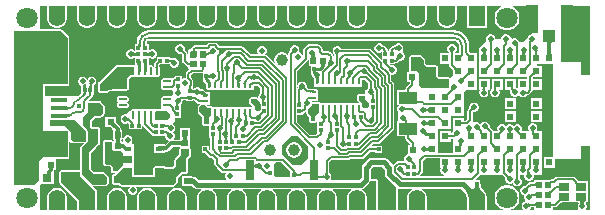
<source format=gtl>
G04*
G04 #@! TF.GenerationSoftware,Altium Limited,Altium Designer,21.6.4 (81)*
G04*
G04 Layer_Physical_Order=1*
G04 Layer_Color=255*
%FSLAX44Y44*%
%MOMM*%
G71*
G04*
G04 #@! TF.SameCoordinates,27B0D74A-EB15-4392-BC8F-D98A40C3D817*
G04*
G04*
G04 #@! TF.FilePolarity,Positive*
G04*
G01*
G75*
%ADD11C,0.2500*%
%ADD14C,0.2000*%
%ADD15C,0.1500*%
%ADD17R,1.5500X1.0000*%
%ADD18R,2.0000X2.1000*%
%ADD19R,1.9000X1.6000*%
%ADD20R,1.9000X1.2000*%
%ADD21R,1.3500X0.4000*%
%ADD22R,1.0500X2.2000*%
%ADD23R,1.0000X1.0500*%
%ADD24R,0.3000X0.4500*%
%ADD25R,0.4000X0.5000*%
%ADD26R,0.3000X0.3000*%
%ADD27R,0.2500X0.4000*%
%ADD28R,0.4000X0.2500*%
%ADD29R,3.0000X1.0000*%
G04:AMPARAMS|DCode=30|XSize=0.2425mm|YSize=0.7397mm|CornerRadius=0.1212mm|HoleSize=0mm|Usage=FLASHONLY|Rotation=180.000|XOffset=0mm|YOffset=0mm|HoleType=Round|Shape=RoundedRectangle|*
%AMROUNDEDRECTD30*
21,1,0.2425,0.4972,0,0,180.0*
21,1,0.0000,0.7397,0,0,180.0*
1,1,0.2425,0.0000,0.2486*
1,1,0.2425,0.0000,0.2486*
1,1,0.2425,0.0000,-0.2486*
1,1,0.2425,0.0000,-0.2486*
%
%ADD30ROUNDEDRECTD30*%
G04:AMPARAMS|DCode=31|XSize=0.7397mm|YSize=0.2425mm|CornerRadius=0.1212mm|HoleSize=0mm|Usage=FLASHONLY|Rotation=180.000|XOffset=0mm|YOffset=0mm|HoleType=Round|Shape=RoundedRectangle|*
%AMROUNDEDRECTD31*
21,1,0.7397,0.0000,0,0,180.0*
21,1,0.4972,0.2425,0,0,180.0*
1,1,0.2425,-0.2486,0.0000*
1,1,0.2425,0.2486,0.0000*
1,1,0.2425,0.2486,0.0000*
1,1,0.2425,-0.2486,0.0000*
%
%ADD31ROUNDEDRECTD31*%
%ADD32R,0.7397X0.2425*%
%ADD33R,0.6000X0.6000*%
%ADD34R,0.6000X0.6000*%
%ADD35R,0.8000X0.8000*%
%ADD36R,0.8500X0.6500*%
%ADD37R,0.7500X0.9000*%
%ADD38R,0.8000X1.7000*%
%ADD39R,0.6300X0.4500*%
%ADD40R,1.2200X2.6000*%
%ADD41R,0.5500X0.5200*%
%ADD42R,0.5200X0.5500*%
%ADD43R,0.3000X0.3000*%
%ADD52R,2.0500X2.0500*%
%ADD63C,1.4140*%
%ADD64R,1.4140X1.4140*%
%ADD67C,0.3000*%
%ADD68C,0.2540*%
%ADD69C,0.4500*%
%ADD70C,0.4000*%
%ADD71C,1.0000*%
%ADD72C,1.8000*%
%ADD73C,0.5000*%
G36*
X596945Y316200D02*
X582805D01*
Y326370D01*
X596945D01*
Y316200D01*
D02*
G37*
G36*
X419145D02*
X405005D01*
Y326370D01*
X419145D01*
Y316200D01*
D02*
G37*
G36*
X368345D02*
X354205D01*
Y326370D01*
X368345D01*
Y316200D01*
D02*
G37*
G36*
X266745D02*
X252605D01*
Y326370D01*
X266745D01*
Y316200D01*
D02*
G37*
G36*
X622345Y316200D02*
X608205D01*
Y326370D01*
X622345D01*
Y316200D01*
D02*
G37*
G36*
X571545D02*
X557405D01*
Y326370D01*
X571545D01*
Y316200D01*
D02*
G37*
G36*
X520745D02*
X506605D01*
Y326370D01*
X520745D01*
Y316200D01*
D02*
G37*
G36*
X495345D02*
X481205D01*
Y326370D01*
X495345D01*
Y316200D01*
D02*
G37*
G36*
X469945D02*
X455805D01*
Y326370D01*
X469945D01*
Y316200D01*
D02*
G37*
G36*
X444545D02*
X430405D01*
Y326370D01*
X444545D01*
Y316200D01*
D02*
G37*
G36*
X393745D02*
X379605D01*
Y326370D01*
X393745D01*
Y316200D01*
D02*
G37*
G36*
X342945D02*
X328805D01*
Y326370D01*
X342945D01*
Y316200D01*
D02*
G37*
G36*
X317545D02*
X303405D01*
Y326370D01*
X317545D01*
Y316200D01*
D02*
G37*
G36*
X292145D02*
X278005D01*
Y326370D01*
X292145D01*
Y316200D01*
D02*
G37*
G36*
X667000Y303000D02*
X661500D01*
X660002Y301502D01*
X659734Y301391D01*
X658609Y300266D01*
X658498Y299998D01*
X654250Y295750D01*
X651165D01*
X650641Y297016D01*
X649516Y298141D01*
X648046Y298750D01*
X646454D01*
X645249Y298251D01*
X643002Y300498D01*
X642891Y300766D01*
X641766Y301891D01*
X640296Y302500D01*
X638704D01*
X637234Y301891D01*
X636109Y300766D01*
X635500Y299296D01*
Y298500D01*
X630750D01*
Y299296D01*
X630141Y300766D01*
X629016Y301891D01*
X627546Y302500D01*
X625954D01*
X624484Y301891D01*
X623359Y300766D01*
X622750Y299296D01*
Y297704D01*
X623249Y296499D01*
X617000Y290250D01*
Y269250D01*
X617000Y269250D01*
Y266500D01*
X619750D01*
X619750Y266500D01*
X657426D01*
X657427Y266500D01*
X657886D01*
X657806Y266100D01*
Y264500D01*
X650000D01*
Y256357D01*
X649866Y256491D01*
X648396Y257100D01*
X648336D01*
X648231Y257171D01*
X648188Y257163D01*
X648150Y257186D01*
X648000Y257209D01*
Y264500D01*
X639000D01*
Y255500D01*
X643089D01*
X643130Y255290D01*
X643355Y254954D01*
X643449Y254627D01*
X643502Y254597D01*
X643523Y254541D01*
X643618Y254437D01*
X643647Y254399D01*
X643660Y254377D01*
X643663Y254371D01*
X643662Y254358D01*
X643658Y254325D01*
X643627Y254199D01*
X643632Y254167D01*
X643613Y254140D01*
X643641Y253995D01*
X643600Y253896D01*
Y252304D01*
X644209Y250834D01*
X645334Y249709D01*
X646804Y249100D01*
X648396D01*
X649866Y249709D01*
X650875Y250718D01*
X651984Y249609D01*
X653454Y249000D01*
X655046D01*
X656516Y249609D01*
X657074Y250167D01*
X657339Y250277D01*
X657359Y250324D01*
X657404Y250345D01*
X657493Y250445D01*
X657529Y250479D01*
X657565Y250506D01*
X657604Y250530D01*
X657649Y250552D01*
X657705Y250573D01*
X657775Y250593D01*
X657864Y250609D01*
X657972Y250621D01*
X658155Y250627D01*
X658505Y250787D01*
X658978Y250881D01*
X659722Y251378D01*
X661722Y253378D01*
X662219Y254122D01*
X662394Y255000D01*
Y255500D01*
X670000D01*
Y264500D01*
X662394D01*
Y265150D01*
X662962Y265718D01*
X663140Y265784D01*
X663737Y266344D01*
X663929Y266500D01*
X664050Y266441D01*
X664224Y266500D01*
X670000D01*
Y275500D01*
X666427D01*
X666500Y275574D01*
Y277500D01*
X670000D01*
Y277500D01*
X672000D01*
Y277500D01*
X679500D01*
X679500Y198500D01*
X672000D01*
Y189500D01*
X681000D01*
Y197000D01*
X703500Y197000D01*
Y207986D01*
X711370Y208015D01*
Y153630D01*
X707286D01*
X707891Y154234D01*
X708500Y155704D01*
Y157296D01*
X707891Y158766D01*
X707695Y158962D01*
X707683Y158995D01*
X707681Y159006D01*
X707677Y159031D01*
X707660Y159273D01*
X707672Y159405D01*
X707723Y159715D01*
X707781Y159930D01*
X707806Y159990D01*
X707825Y160000D01*
X709500D01*
Y168500D01*
Y178000D01*
X701981D01*
X701915Y178041D01*
X701780Y178009D01*
X701652Y178062D01*
X701501Y178000D01*
X701451D01*
X701393Y178041D01*
X700933Y178433D01*
X700659Y178697D01*
X700474Y178770D01*
X698122Y181122D01*
X697378Y181619D01*
X696500Y181794D01*
X683000D01*
X683000Y181794D01*
X682268Y181648D01*
X682122Y181619D01*
X681378Y181122D01*
X681378Y181122D01*
X679612Y179356D01*
X679569Y179373D01*
X679560Y179370D01*
X679551Y179373D01*
X678186Y179358D01*
X678147Y179341D01*
X678105Y179356D01*
X678030Y179351D01*
X677989Y179331D01*
X677943Y179343D01*
X677898Y179338D01*
X677819Y179294D01*
X677350D01*
X677128Y179250D01*
X663400D01*
Y177373D01*
X663388Y177373D01*
X663210Y177294D01*
X660600D01*
X659722Y177119D01*
X658978Y176622D01*
X657178Y174822D01*
X657178Y174822D01*
X656894Y174538D01*
X656721Y174476D01*
X656611Y174375D01*
X656552Y174331D01*
X656488Y174290D01*
X656414Y174253D01*
X656329Y174218D01*
X656228Y174187D01*
X656111Y174161D01*
X655974Y174140D01*
X655817Y174127D01*
X655594Y174123D01*
X655312Y174000D01*
X654804D01*
X653334Y173391D01*
X652209Y172266D01*
X651600Y170796D01*
Y169204D01*
X652209Y167734D01*
X653334Y166609D01*
X654804Y166000D01*
X655333D01*
X655000Y165196D01*
Y163604D01*
X655609Y162134D01*
X656734Y161009D01*
X656756Y161000D01*
X656404D01*
X654934Y160391D01*
X653809Y159266D01*
X653200Y157796D01*
Y156204D01*
X653809Y154734D01*
X654913Y153630D01*
X643292D01*
X644733Y154016D01*
X647127Y155398D01*
X649082Y157353D01*
X650464Y159747D01*
X651180Y162418D01*
Y165182D01*
X650464Y167853D01*
X649082Y170247D01*
X647127Y172202D01*
X644733Y173584D01*
X642062Y174300D01*
X639298D01*
X636627Y173584D01*
X634233Y172202D01*
X632278Y170247D01*
X630896Y167853D01*
X630180Y165182D01*
Y162418D01*
X630896Y159747D01*
X632278Y157353D01*
X634233Y155398D01*
X636627Y154016D01*
X638068Y153630D01*
X623969D01*
Y163800D01*
X623845Y164098D01*
Y164928D01*
X623261Y167108D01*
X622133Y169062D01*
X621493Y169701D01*
X621387Y169980D01*
X620186Y171255D01*
X619736Y171811D01*
X619347Y172355D01*
X619028Y172871D01*
X618778Y173355D01*
X618593Y173806D01*
X618469Y174221D01*
X618399Y174603D01*
X618370Y175058D01*
X618309Y175184D01*
Y175500D01*
X618250Y175795D01*
Y178500D01*
X615545D01*
X615250Y178559D01*
X614954Y178500D01*
X613244D01*
X617622Y182878D01*
X617837Y183200D01*
X619721D01*
X620204Y183000D01*
X621796D01*
X622279Y183200D01*
X630722D01*
X631204Y183000D01*
X632796D01*
X633278Y183200D01*
X636556D01*
X638662Y181094D01*
X638724Y180921D01*
X638825Y180811D01*
X638870Y180752D01*
X638910Y180688D01*
X638947Y180614D01*
X638982Y180529D01*
X639013Y180428D01*
X639039Y180311D01*
X639060Y180174D01*
X639073Y180017D01*
X639077Y179794D01*
X639200Y179512D01*
Y179004D01*
X639809Y177534D01*
X640934Y176409D01*
X642404Y175800D01*
X643996D01*
X645466Y176409D01*
X645506Y176449D01*
X646009Y175234D01*
X647134Y174109D01*
X648604Y173500D01*
X650196D01*
X651666Y174109D01*
X652791Y175234D01*
X653400Y176704D01*
Y178296D01*
X652791Y179766D01*
X651969Y180588D01*
X651826Y180834D01*
X651669Y180953D01*
X651582Y181031D01*
X651518Y181099D01*
X651471Y181159D01*
X651439Y181210D01*
X651416Y181256D01*
X651400Y181300D01*
X651387Y181348D01*
X651379Y181405D01*
X651372Y181553D01*
X651327Y181647D01*
X651350Y181748D01*
X651294Y181838D01*
Y183200D01*
X652721D01*
X653205Y183000D01*
X654796D01*
X655200Y183167D01*
Y181604D01*
X655809Y180134D01*
X656934Y179009D01*
X658404Y178400D01*
X659996D01*
X661466Y179009D01*
X662591Y180134D01*
X663200Y181604D01*
Y183196D01*
X663198Y183200D01*
X670000D01*
X670000Y220250D01*
X670000D01*
Y220500D01*
X665587D01*
X665689Y220651D01*
X665720Y220805D01*
X666300Y222204D01*
Y223796D01*
X665691Y225266D01*
X664566Y226391D01*
X663096Y227000D01*
X661504D01*
X660034Y226391D01*
X658909Y225266D01*
X658300Y223796D01*
Y222204D01*
X658909Y220734D01*
X659393Y220250D01*
X659000D01*
Y220500D01*
X653224D01*
X653051Y220560D01*
X653019Y220544D01*
X653500Y221704D01*
Y223296D01*
X652891Y224766D01*
X651766Y225891D01*
X650296Y226500D01*
X648704D01*
X647234Y225891D01*
X646250Y224907D01*
X645266Y225891D01*
X643796Y226500D01*
X642204D01*
X640734Y225891D01*
X639750Y224907D01*
X638766Y225891D01*
X637296Y226500D01*
X635704D01*
X634234Y225891D01*
X633109Y224766D01*
X632500Y223296D01*
Y221704D01*
X632999Y220500D01*
X629175D01*
X629164Y220554D01*
X629119Y220778D01*
X628622Y221522D01*
X626631Y223514D01*
X626566Y223689D01*
X626464Y223800D01*
X626404Y223875D01*
X626343Y223965D01*
X626281Y224070D01*
X626220Y224191D01*
X626160Y224331D01*
X626108Y224471D01*
X625992Y224880D01*
X625943Y225109D01*
X625821Y225287D01*
X625291Y226566D01*
X624166Y227691D01*
X622696Y228300D01*
X621104D01*
X619634Y227691D01*
X618509Y226566D01*
X618253Y225947D01*
X616450Y227750D01*
X610494D01*
X611022Y228278D01*
X611519Y229022D01*
X611694Y229900D01*
Y236299D01*
X611833Y236430D01*
X611904Y236400D01*
X613496D01*
X614966Y237009D01*
X616091Y238134D01*
X616700Y239604D01*
Y241196D01*
X616091Y242666D01*
X614966Y243791D01*
X613496Y244400D01*
X611904D01*
X610434Y243791D01*
X609309Y242666D01*
X608700Y241196D01*
Y239781D01*
X607826Y238958D01*
X607806Y238930D01*
X607778Y238911D01*
X607547Y238566D01*
X607307Y238228D01*
X607300Y238195D01*
X607281Y238166D01*
X607200Y237760D01*
X607107Y237356D01*
X607113Y237322D01*
X607106Y237288D01*
Y230850D01*
X605550Y229294D01*
X604000D01*
Y231500D01*
X595000D01*
Y227750D01*
X595000D01*
Y220957D01*
X594709Y220666D01*
X594100Y219196D01*
Y218294D01*
X593000D01*
Y220500D01*
X584000D01*
Y211500D01*
X593000D01*
Y213706D01*
X595000D01*
Y201794D01*
X582000D01*
Y209500D01*
X582000D01*
Y211500D01*
X582000D01*
Y220500D01*
X582000D01*
Y222500D01*
X584907Y222500D01*
X593000D01*
Y222600D01*
X593000Y222600D01*
Y233500D01*
X603900Y233500D01*
X604000D01*
Y242500D01*
X603900D01*
Y244500D01*
X604000D01*
Y253500D01*
X606000Y255500D01*
X615000D01*
Y261250D01*
X615000Y261250D01*
Y284875D01*
X615000Y284875D01*
Y286500D01*
X609853D01*
X608755Y287555D01*
X608708Y287573D01*
X608596Y287843D01*
X608549D01*
Y292815D01*
X608545Y292836D01*
X608597Y292836D01*
X608172Y296066D01*
X606885Y299172D01*
X604839Y301838D01*
X602172Y303885D01*
X599066Y305172D01*
X595767Y305606D01*
X595766Y305548D01*
X595762Y305549D01*
X595760Y305549D01*
X595760D01*
D01*
D01*
X337204Y305549D01*
D01*
X337204D01*
Y305586D01*
X334592Y305243D01*
X332159Y304235D01*
X330069Y302631D01*
X328465Y300541D01*
X327457Y298108D01*
X327114Y295496D01*
X327118Y295465D01*
X327151Y295465D01*
Y294708D01*
X327077Y294542D01*
X327068Y294208D01*
X327053Y294030D01*
X325500D01*
Y288457D01*
X325420Y288475D01*
X325367Y288491D01*
X325364Y288495D01*
X325346Y288501D01*
X325305Y288528D01*
X325282Y288533D01*
X325272Y288538D01*
X325244Y288541D01*
X325209Y288548D01*
X325103Y288585D01*
X324766Y288922D01*
X323296Y289531D01*
X321705D01*
X320234Y288922D01*
X319109Y287796D01*
X318500Y286326D01*
Y284735D01*
X319109Y283265D01*
X320234Y282139D01*
X321705Y281531D01*
X323296D01*
X324766Y282139D01*
X325103Y282476D01*
X325209Y282513D01*
X325244Y282520D01*
X325272Y282523D01*
X325282Y282528D01*
X325305Y282533D01*
X325346Y282560D01*
X325364Y282567D01*
X325367Y282570D01*
X325420Y282586D01*
X325500Y282604D01*
Y282530D01*
Y279041D01*
X325467Y278999D01*
X325495Y278772D01*
X325407Y278561D01*
X325500Y278336D01*
Y277030D01*
X325838D01*
X325872Y276477D01*
X325877Y276045D01*
X325946Y275881D01*
Y275750D01*
X325648Y276048D01*
X324500Y276524D01*
X310600D01*
X309452Y276048D01*
X295004Y261600D01*
X294750D01*
Y261202D01*
X294376Y260300D01*
Y254400D01*
X294750Y253498D01*
Y253400D01*
X294790D01*
X294852Y253252D01*
X296000Y252776D01*
X302300D01*
X303448Y253252D01*
X304072Y253876D01*
X306205D01*
X306359Y253940D01*
X306522Y253908D01*
X306660Y253935D01*
X308059D01*
X309207Y254411D01*
X309460Y254664D01*
X318313D01*
X319461Y255140D01*
X320248Y255927D01*
X320724Y257075D01*
Y264028D01*
X322472Y265776D01*
X324017D01*
X324153Y265833D01*
X324483D01*
X324500Y265776D01*
X324557Y265833D01*
X324727Y265903D01*
X344848D01*
X345058Y266114D01*
X345955Y266714D01*
X346555Y267611D01*
X346765Y268669D01*
Y273641D01*
X346694Y274000D01*
X346737Y274102D01*
X346615Y274396D01*
X346555Y274700D01*
X346542Y274719D01*
X346521Y274863D01*
X346520Y274896D01*
X346516Y274906D01*
X346513Y274925D01*
X346487Y274970D01*
X346485Y274975D01*
X346433Y275186D01*
X346422Y275259D01*
X346376Y275860D01*
X346373Y276083D01*
X346350Y276136D01*
X346460Y276246D01*
X346637Y276312D01*
X347194Y276831D01*
X347375Y276977D01*
X347451Y277030D01*
X347501D01*
X347652Y276968D01*
X347780Y277021D01*
X347915Y276989D01*
X347981Y277030D01*
X353638D01*
X353789Y276947D01*
X353881Y276974D01*
X353970Y276937D01*
X354194Y277030D01*
X355072D01*
X355609Y275734D01*
X356734Y274609D01*
X358204Y274000D01*
X359796D01*
X361266Y274609D01*
X362391Y275734D01*
X363000Y277204D01*
Y278796D01*
X362391Y280266D01*
X361266Y281391D01*
X359796Y282000D01*
X359564D01*
X359363Y282135D01*
X358485Y282309D01*
X356936D01*
X356174Y282381D01*
X355939Y282309D01*
X355689D01*
X355512Y282388D01*
X355500Y282388D01*
Y283030D01*
X354194D01*
X353970Y283123D01*
X353885Y283088D01*
X353796Y283114D01*
X353643Y283030D01*
X344000D01*
Y281012D01*
X343959Y280945D01*
X343990Y280810D01*
X343937Y280682D01*
X344000Y280531D01*
Y280481D01*
X343959Y280423D01*
X343567Y279963D01*
X343303Y279689D01*
X343229Y279504D01*
X342378Y278652D01*
X341880Y277908D01*
X341706Y277030D01*
Y276283D01*
X341627Y276106D01*
X341613Y275614D01*
X341602Y275462D01*
X341558Y275143D01*
X341542Y275064D01*
X341523Y274999D01*
X341513Y274970D01*
X341487Y274925D01*
X341484Y274906D01*
X341479Y274896D01*
X341478Y274863D01*
X341473Y274823D01*
X340956Y275597D01*
X340058Y276196D01*
X339000Y276407D01*
X337942Y276196D01*
X337304Y275770D01*
Y275882D01*
X337374Y276045D01*
X337382Y276914D01*
X337388Y277030D01*
X337500D01*
Y278106D01*
X337545Y278166D01*
X337514Y278370D01*
X337593Y278561D01*
X337500Y278786D01*
Y282530D01*
Y282604D01*
X337580Y282586D01*
X337633Y282570D01*
X337637Y282567D01*
X337655Y282560D01*
X337695Y282533D01*
X337719Y282528D01*
X337729Y282523D01*
X337756Y282520D01*
X337791Y282513D01*
X337898Y282476D01*
X338234Y282139D01*
X339705Y281531D01*
X341296D01*
X342766Y282139D01*
X343891Y283265D01*
X344500Y284735D01*
Y286326D01*
X343891Y287796D01*
X342766Y288922D01*
X341296Y289531D01*
X339705D01*
X338234Y288922D01*
X337898Y288585D01*
X337791Y288548D01*
X337756Y288541D01*
X337729Y288538D01*
X337719Y288533D01*
X337695Y288528D01*
X337655Y288501D01*
X337637Y288495D01*
X337633Y288491D01*
X337580Y288475D01*
X337500Y288457D01*
Y294030D01*
X335749D01*
Y295521D01*
X335741Y295562D01*
X336150Y296550D01*
X337137Y296959D01*
X337175Y296951D01*
X595734Y296951D01*
X595738Y296952D01*
X597343Y296632D01*
X598715Y295716D01*
X599632Y294343D01*
X599952Y292738D01*
X599951Y292735D01*
Y286500D01*
X596467D01*
X596468Y286502D01*
X596516Y286595D01*
X596581Y286697D01*
X596663Y286808D01*
X596765Y286928D01*
X596920Y287089D01*
X597032Y287375D01*
X597391Y287734D01*
X598000Y289204D01*
Y290796D01*
X597391Y292266D01*
X596266Y293391D01*
X594796Y294000D01*
X593204D01*
X591734Y293391D01*
X590609Y292266D01*
X590000Y290796D01*
Y289204D01*
X590609Y287734D01*
X590968Y287375D01*
X591080Y287089D01*
X591235Y286928D01*
X591337Y286808D01*
X591419Y286697D01*
X591484Y286595D01*
X591533Y286502D01*
X591533Y286500D01*
X584000D01*
Y277500D01*
X591706D01*
Y276000D01*
X591881Y275122D01*
X592378Y274378D01*
X594214Y272542D01*
X594279Y272366D01*
X594756Y271851D01*
X594889Y271685D01*
X594985Y271546D01*
X595000Y271521D01*
Y271084D01*
X594982Y270971D01*
X595000Y270946D01*
Y267500D01*
X595000Y267500D01*
X592794Y265294D01*
X592648Y265648D01*
X591500Y266124D01*
X583372Y266124D01*
X582123Y267372D01*
X582124Y274500D01*
X582000Y274798D01*
Y275500D01*
X581709D01*
X581648Y275648D01*
X580500Y276124D01*
X573372D01*
X571624Y277873D01*
Y280500D01*
X571148Y281648D01*
X568548Y284248D01*
X567400Y284724D01*
X559500D01*
X558352Y284248D01*
X557876Y283100D01*
Y271500D01*
X558352Y270352D01*
X558598Y270250D01*
X556400D01*
Y261750D01*
X558126D01*
X558127Y261739D01*
X558206Y261561D01*
Y260450D01*
X555378Y257622D01*
X554881Y256878D01*
X554706Y256000D01*
Y255189D01*
X554627Y255011D01*
X554627Y255000D01*
X547750D01*
Y242000D01*
X549243D01*
X548509Y241266D01*
X547900Y239796D01*
Y238204D01*
X548500Y236756D01*
Y229000D01*
X547750D01*
Y216000D01*
X554627D01*
X554627Y215989D01*
X554706Y215811D01*
Y214500D01*
X554881Y213622D01*
X555378Y212878D01*
X558706Y209550D01*
Y208939D01*
X558627Y208761D01*
X558627Y208750D01*
X556900D01*
Y200977D01*
X555484Y200391D01*
X554359Y199266D01*
X553750Y197796D01*
Y196204D01*
X554302Y194870D01*
X553932Y194944D01*
X548332D01*
X547455Y194769D01*
X546710Y194272D01*
X546469Y194031D01*
X544065Y191627D01*
X543754Y192092D01*
X539392Y196454D01*
X538152Y197282D01*
X536689Y197573D01*
X525858D01*
X524395Y197282D01*
X523155Y196454D01*
X518752Y192051D01*
X517924Y190811D01*
X517632Y189348D01*
Y180736D01*
X515470Y178573D01*
X490430D01*
X491291Y179434D01*
X491900Y180904D01*
Y182496D01*
X491291Y183966D01*
X490932Y184325D01*
X490820Y184611D01*
X490665Y184772D01*
X490563Y184892D01*
X490481Y185003D01*
X490416Y185105D01*
X490368Y185198D01*
X490331Y185283D01*
X490306Y185361D01*
X490289Y185436D01*
X490279Y185509D01*
X490272Y185658D01*
X490194Y185824D01*
Y193850D01*
X492400Y196056D01*
X506453D01*
X507331Y196231D01*
X508075Y196728D01*
X508253Y196906D01*
X518300D01*
X519178Y197081D01*
X519922Y197578D01*
X525050Y202706D01*
X529061D01*
X529239Y202627D01*
X529250Y202627D01*
Y202000D01*
X530556D01*
X530780Y201907D01*
X530867Y201943D01*
X530958Y201917D01*
X531110Y202000D01*
X535250D01*
Y208000D01*
X531110D01*
X530958Y208083D01*
X530867Y208057D01*
X530780Y208093D01*
X530556Y208000D01*
X529250D01*
Y207373D01*
X529239Y207373D01*
X529061Y207294D01*
X525238D01*
X527450Y209506D01*
X531738D01*
X532616Y209681D01*
X533360Y210178D01*
X544622Y221440D01*
X545119Y222184D01*
X545294Y223062D01*
Y259688D01*
X545294Y259688D01*
Y259783D01*
X545119Y260660D01*
X544622Y261405D01*
X544622Y261405D01*
X542844Y263183D01*
Y268000D01*
X544296D01*
X545766Y268609D01*
X546891Y269734D01*
X547500Y271204D01*
Y272796D01*
X546891Y274266D01*
X545766Y275391D01*
X544296Y276000D01*
X543788D01*
X543506Y276123D01*
X543283Y276127D01*
X543126Y276140D01*
X542989Y276161D01*
X542872Y276187D01*
X542771Y276218D01*
X542686Y276253D01*
X542612Y276290D01*
X542548Y276331D01*
X542489Y276375D01*
X542379Y276476D01*
X542206Y276538D01*
X541744Y277000D01*
X544390D01*
X544542Y276917D01*
X544632Y276943D01*
X544719Y276907D01*
X544944Y277000D01*
X546250D01*
Y277627D01*
X546260Y277627D01*
X546469Y277720D01*
X547278Y277881D01*
X548022Y278378D01*
X548806Y279162D01*
X548979Y279224D01*
X549089Y279325D01*
X549148Y279370D01*
X549212Y279410D01*
X549286Y279447D01*
X549371Y279482D01*
X549472Y279513D01*
X549589Y279539D01*
X549726Y279560D01*
X549883Y279573D01*
X550106Y279577D01*
X550388Y279700D01*
X550896D01*
X552366Y280309D01*
X553491Y281434D01*
X554100Y282904D01*
Y284496D01*
X553491Y285966D01*
X552366Y287091D01*
X551575Y287418D01*
X552391Y288234D01*
X553000Y289704D01*
Y291296D01*
X552391Y292766D01*
X551266Y293891D01*
X549796Y294500D01*
X548204D01*
X546734Y293891D01*
X546375Y293532D01*
X546089Y293420D01*
X545928Y293265D01*
X545808Y293163D01*
X545697Y293081D01*
X545595Y293016D01*
X545502Y292967D01*
X545417Y292931D01*
X545339Y292906D01*
X545264Y292889D01*
X545191Y292879D01*
X545042Y292872D01*
X544784Y292751D01*
X544122Y292619D01*
X543378Y292122D01*
X541628Y290372D01*
X541130Y289628D01*
X540956Y288750D01*
Y288688D01*
X540877Y288510D01*
X540877Y288500D01*
X540124D01*
X540123Y288510D01*
X539994Y288801D01*
X539870Y289428D01*
X539372Y290172D01*
X537422Y292122D01*
X536678Y292619D01*
X536193Y292716D01*
X535836Y292873D01*
X535782Y292874D01*
X534766Y293891D01*
X533296Y294500D01*
X531704D01*
X530234Y293891D01*
X529109Y292766D01*
X528500Y291296D01*
Y289704D01*
X529109Y288234D01*
X530234Y287109D01*
X531704Y286500D01*
X533296D01*
X534704Y287084D01*
X534657Y286969D01*
X534693Y286882D01*
X534667Y286792D01*
X534750Y286640D01*
Y282500D01*
Y280063D01*
X525391Y289422D01*
X524646Y289919D01*
X523768Y290094D01*
X500669D01*
X500391Y290766D01*
X499266Y291891D01*
X497796Y292500D01*
X496204D01*
X494734Y291891D01*
X493609Y290766D01*
X493000Y289296D01*
Y287704D01*
X493433Y286660D01*
X493475Y286360D01*
X493607Y286138D01*
X493698Y285969D01*
X493868Y285596D01*
X493917Y285463D01*
X493960Y285325D01*
X493991Y285199D01*
X494011Y285086D01*
X494022Y284986D01*
X494028Y284835D01*
X494106Y284664D01*
Y281169D01*
X494081Y281203D01*
X494016Y281305D01*
X493968Y281398D01*
X493931Y281483D01*
X493906Y281561D01*
X493889Y281636D01*
X493879Y281709D01*
X493872Y281858D01*
X493794Y282024D01*
Y283700D01*
X493619Y284578D01*
X493122Y285322D01*
X493122Y285322D01*
X491072Y287372D01*
X490328Y287869D01*
X489450Y288044D01*
X484600D01*
X484544Y288100D01*
Y289750D01*
X484544Y289750D01*
X484369Y290628D01*
X483872Y291372D01*
X482122Y293122D01*
X481378Y293619D01*
X480500Y293794D01*
X473000D01*
X473000Y293794D01*
X472268Y293648D01*
X472122Y293619D01*
X471378Y293122D01*
X468778Y290522D01*
X468281Y289778D01*
X468106Y288900D01*
Y282350D01*
X467858Y282102D01*
X467900Y282204D01*
Y283796D01*
X467291Y285266D01*
X466166Y286391D01*
X464696Y287000D01*
X464460D01*
X465000Y288304D01*
Y289896D01*
X464391Y291366D01*
X463266Y292491D01*
X461796Y293100D01*
X460204D01*
X458734Y292491D01*
X457609Y291366D01*
X457000Y289896D01*
Y289388D01*
X456877Y289106D01*
X456872Y288883D01*
X456860Y288726D01*
X456839Y288589D01*
X456813Y288472D01*
X456782Y288371D01*
X456747Y288286D01*
X456710Y288212D01*
X456669Y288148D01*
X456625Y288089D01*
X456524Y287979D01*
X456461Y287806D01*
X456278Y287622D01*
X455781Y286878D01*
X455606Y286000D01*
Y284050D01*
X455351Y284491D01*
X454141Y285701D01*
X452659Y286557D01*
X451006Y287000D01*
X449294D01*
X447641Y286557D01*
X446159Y285701D01*
X444949Y284491D01*
X444093Y283009D01*
X443650Y281356D01*
Y279644D01*
X444034Y278210D01*
X437722Y284522D01*
X436978Y285019D01*
X436100Y285194D01*
X436051D01*
X436791Y285934D01*
X437400Y287404D01*
Y288996D01*
X436791Y290466D01*
X435666Y291591D01*
X434196Y292200D01*
X432604D01*
X431134Y291591D01*
X430009Y290466D01*
X429400Y288996D01*
Y287404D01*
X430009Y285934D01*
X430749Y285194D01*
X423850D01*
X417172Y291872D01*
X416428Y292369D01*
X415550Y292544D01*
X405442D01*
X405250Y292624D01*
X397088Y292624D01*
X395090Y294622D01*
X394345Y295119D01*
X393467Y295294D01*
X389533D01*
X388655Y295119D01*
X387910Y294622D01*
X386482Y293194D01*
X376600D01*
X375722Y293019D01*
X374978Y292522D01*
X373878Y291422D01*
X373381Y290678D01*
X373206Y289800D01*
Y289689D01*
X373127Y289512D01*
X373127Y289500D01*
X371400D01*
Y289100D01*
X370750D01*
Y280900D01*
Y280494D01*
X370294Y280950D01*
Y285750D01*
X370119Y286628D01*
X369622Y287372D01*
X368538Y288456D01*
X368476Y288629D01*
X368375Y288739D01*
X368330Y288798D01*
X368290Y288862D01*
X368253Y288936D01*
X368218Y289021D01*
X368187Y289122D01*
X368161Y289239D01*
X368140Y289376D01*
X368128Y289533D01*
X368123Y289756D01*
X368000Y290038D01*
Y290546D01*
X367391Y292016D01*
X366266Y293141D01*
X364796Y293750D01*
X363204D01*
X361734Y293141D01*
X360609Y292016D01*
X360000Y290546D01*
Y288954D01*
X360609Y287484D01*
X361734Y286359D01*
X363204Y285750D01*
X363712D01*
X363994Y285627D01*
X364217Y285623D01*
X364374Y285610D01*
X364511Y285589D01*
X364628Y285563D01*
X364729Y285532D01*
X364814Y285497D01*
X364888Y285460D01*
X364953Y285420D01*
X365011Y285375D01*
X365121Y285274D01*
X365294Y285212D01*
X365706Y284800D01*
Y280000D01*
X365881Y279122D01*
X366378Y278378D01*
X369378Y275378D01*
X369378Y275378D01*
X370122Y274881D01*
X370268Y274852D01*
X370608Y274784D01*
X370750Y274722D01*
Y272900D01*
X371400D01*
Y272612D01*
X369253Y270465D01*
X368756Y269720D01*
X368581Y268843D01*
Y265000D01*
X367204D01*
X365734Y264391D01*
X365500Y264157D01*
Y267250D01*
X359500D01*
Y266429D01*
X359202Y266369D01*
X358457Y265872D01*
X357640Y265055D01*
X356200D01*
X355141Y265265D01*
X350169D01*
X349111Y265055D01*
X348214Y264455D01*
X347614Y263558D01*
X347403Y262500D01*
X347614Y261441D01*
Y258558D01*
X347403Y257500D01*
X347614Y256442D01*
X348214Y255545D01*
X349111Y254945D01*
X349321Y254735D01*
X356811D01*
X357750Y253796D01*
Y252204D01*
Y251605D01*
X356200Y250055D01*
X355141Y250266D01*
X350169D01*
X349111Y250055D01*
X348214Y249456D01*
X347614Y248559D01*
X347457Y248401D01*
Y247767D01*
X347403Y247500D01*
X347457Y247233D01*
Y245212D01*
Y239788D01*
Y239457D01*
X347167Y239167D01*
X343444D01*
X342765Y238886D01*
X340058D01*
X339000Y239097D01*
X337942Y238886D01*
X335058D01*
X334000Y239097D01*
X332942Y238886D01*
X330058D01*
X329000Y239097D01*
X327942Y238886D01*
X325058D01*
X324000Y239097D01*
X322942Y238886D01*
X322044Y238287D01*
X321445Y237390D01*
X318479Y234424D01*
X318296Y234500D01*
X316704D01*
X315234Y233891D01*
X314109Y232766D01*
X313500Y231296D01*
Y229704D01*
X314109Y228234D01*
X315234Y227109D01*
X316704Y226500D01*
X318296D01*
X319766Y227109D01*
X319890Y227233D01*
X319942Y227214D01*
X320099Y227057D01*
X320121Y227031D01*
X320126Y227030D01*
X320500Y226656D01*
Y222000D01*
X332000D01*
Y225343D01*
X332378Y224778D01*
X339278Y217878D01*
X340022Y217381D01*
X340492Y217287D01*
X340500Y217284D01*
Y216500D01*
X350140D01*
X350292Y216417D01*
X350383Y216443D01*
X350470Y216407D01*
X350694Y216500D01*
X351156D01*
X351200Y216347D01*
Y215304D01*
X351809Y213834D01*
X352934Y212709D01*
X354243Y212167D01*
X354237Y212163D01*
X354237Y212163D01*
X350950Y208876D01*
Y209250D01*
X349644D01*
X349420Y209343D01*
X349251Y209274D01*
X349072Y209306D01*
X348992Y209250D01*
X341650D01*
Y201750D01*
X349039D01*
X349154Y201679D01*
X349290Y201711D01*
X349420Y201657D01*
X349644Y201750D01*
X350950D01*
Y202419D01*
X351588Y202469D01*
X352027Y202477D01*
X352325Y202606D01*
X353171Y202774D01*
X354163Y203437D01*
X357667Y206941D01*
X362102D01*
X362250Y206877D01*
X362784Y206867D01*
X363214Y206840D01*
X363561Y206798D01*
X363750Y206762D01*
Y206330D01*
X363552Y206248D01*
X363076Y205100D01*
Y200872D01*
X359252Y197048D01*
X358776Y195900D01*
X358801Y195840D01*
Y191348D01*
X357327Y189874D01*
X352122D01*
X351648Y190348D01*
X350500Y190824D01*
X342700D01*
X341552Y190348D01*
X341076Y189200D01*
X341076Y183272D01*
X340728Y182924D01*
X324972D01*
X324724Y183172D01*
Y189200D01*
D01*
Y189200D01*
X324599Y189500D01*
X324600D01*
X325100Y190000D01*
Y193443D01*
X325124Y193500D01*
Y198500D01*
X325100Y198557D01*
Y209500D01*
X321957D01*
X322891Y210434D01*
X323500Y211904D01*
Y213496D01*
X322891Y214966D01*
X321766Y216091D01*
X320296Y216700D01*
X318704D01*
X317234Y216091D01*
X316109Y214966D01*
X315500Y213496D01*
Y211904D01*
X315823Y211124D01*
X315115Y211150D01*
X315100Y211151D01*
Y212250D01*
X314238D01*
X314206Y212415D01*
X314197Y212521D01*
X314201Y212561D01*
X314238Y212750D01*
X315100D01*
Y214056D01*
X315193Y214281D01*
X315145Y214396D01*
X315175Y214518D01*
X315100Y214644D01*
Y221250D01*
X314163D01*
X314130Y221644D01*
X314123Y222029D01*
X313994Y222327D01*
X313826Y223171D01*
X313163Y224163D01*
X311110Y226216D01*
X311067Y226345D01*
X311040Y226358D01*
X311030Y226386D01*
X309955Y227542D01*
X309599Y227988D01*
X309329Y228374D01*
X309250Y228513D01*
Y229264D01*
X309342Y229466D01*
X309295Y229593D01*
X309331Y229724D01*
X309250Y229866D01*
Y232100D01*
X300750D01*
Y223900D01*
X302924D01*
X303022Y223836D01*
X303150Y223862D01*
X303269Y223808D01*
X303516Y223900D01*
X304310D01*
X304514Y223783D01*
X304878Y223531D01*
X305872Y222691D01*
X306442Y222141D01*
X306593Y222082D01*
X307424Y221250D01*
X306900D01*
Y214644D01*
X306824Y214518D01*
X306855Y214396D01*
X306807Y214281D01*
X306900Y214056D01*
Y212750D01*
X307762D01*
X307794Y212585D01*
X307803Y212480D01*
X307798Y212439D01*
X307762Y212250D01*
X307189D01*
X307148Y212348D01*
X306000Y212824D01*
X300000D01*
X298852Y212348D01*
X298376Y211200D01*
Y193400D01*
X298852Y192252D01*
X300252Y190852D01*
X301400Y190376D01*
X304527D01*
X305052Y189852D01*
X305052D01*
Y189852D01*
X305087Y189837D01*
X305102Y189802D01*
X305276Y189627D01*
Y186200D01*
X305750Y185057D01*
Y185000D01*
X305877D01*
X306900Y184576D01*
X308880Y184576D01*
X308427Y184124D01*
X308000D01*
X306852Y183648D01*
X306376Y182500D01*
Y176500D01*
X306852Y175352D01*
X307500Y175083D01*
Y175000D01*
X307702D01*
X308000Y174876D01*
X312327D01*
X313352Y173852D01*
X314500Y173376D01*
X321220D01*
X320309Y172466D01*
X319700Y170996D01*
Y169404D01*
X320309Y167934D01*
X321434Y166809D01*
X322904Y166200D01*
X324496D01*
X325966Y166809D01*
X327091Y167934D01*
X327700Y169404D01*
Y170996D01*
X327091Y172466D01*
X326180Y173376D01*
X357600D01*
X358748Y173852D01*
X361348Y176452D01*
X361824Y177600D01*
Y180728D01*
X365173Y184076D01*
X368900D01*
X370048Y184552D01*
X370524Y185700D01*
X370524Y196628D01*
X371796Y197900D01*
X372250D01*
Y198354D01*
X372348Y198452D01*
X372824Y199600D01*
Y205100D01*
X372348Y206248D01*
X372250Y206289D01*
Y212222D01*
X372330Y212361D01*
X372301Y212468D01*
X372343Y212570D01*
X372250Y212794D01*
Y214100D01*
X371259D01*
X371216Y214296D01*
X371208Y214367D01*
X371210Y214378D01*
X371259Y214600D01*
X372250D01*
Y215906D01*
X372343Y216131D01*
X372301Y216232D01*
X372330Y216339D01*
X372250Y216478D01*
Y222800D01*
X363750D01*
Y216478D01*
X363670Y216339D01*
X363699Y216232D01*
X363657Y216131D01*
X363750Y215906D01*
Y214600D01*
X364741D01*
X364784Y214404D01*
X364792Y214333D01*
X364790Y214322D01*
X364742Y214100D01*
X363750D01*
Y213238D01*
X363585Y213206D01*
X362763Y213133D01*
X362250Y213123D01*
X362102Y213059D01*
X357816D01*
X358591Y213834D01*
X359200Y215304D01*
Y216896D01*
X358591Y218366D01*
X357770Y219187D01*
X358066Y219309D01*
X359191Y220434D01*
X359800Y221904D01*
Y223496D01*
X359191Y224966D01*
X358066Y226091D01*
X357377Y226376D01*
X360000Y229000D01*
Y231750D01*
X364500D01*
Y237250D01*
Y241369D01*
X364579Y241506D01*
X364550Y241615D01*
X364593Y241719D01*
X364500Y241944D01*
Y242927D01*
X364523Y242949D01*
X364659Y243252D01*
X365141Y243734D01*
X365750Y245204D01*
Y245433D01*
X365857Y245629D01*
X365882Y245865D01*
X365910Y246041D01*
X365944Y246198D01*
X365984Y246336D01*
X366027Y246456D01*
Y246456D01*
X368811D01*
X368989Y246377D01*
X369000Y246376D01*
Y245750D01*
X370305D01*
X370530Y245657D01*
X370617Y245693D01*
X370708Y245666D01*
X370859Y245750D01*
X373140D01*
X373292Y245666D01*
X373382Y245693D01*
X373469Y245657D01*
X373694Y245750D01*
X375000D01*
Y246376D01*
X375010Y246377D01*
X375188Y246456D01*
X375550D01*
X378128Y243878D01*
X378128Y243878D01*
X378872Y243381D01*
X379750Y243206D01*
X380692D01*
X380552Y243148D01*
X379152Y241748D01*
X378676Y240600D01*
Y236700D01*
X379152Y235552D01*
X382376Y232327D01*
X382376Y226500D01*
X382852Y225352D01*
X384000Y224876D01*
X388000D01*
X388500Y225083D01*
Y224945D01*
X388407Y224720D01*
X388443Y224633D01*
X388416Y224543D01*
X388500Y224391D01*
Y220250D01*
Y216610D01*
X388416Y216458D01*
X388443Y216367D01*
X388407Y216281D01*
X388500Y216056D01*
Y214750D01*
X389127D01*
X389127Y214740D01*
X389206Y214562D01*
Y204958D01*
X389372Y204122D01*
X389035Y204460D01*
X388969Y204637D01*
X388450Y205194D01*
X388304Y205375D01*
X388250Y205451D01*
Y205501D01*
X388313Y205652D01*
X388260Y205780D01*
X388291Y205915D01*
X388250Y205981D01*
Y208000D01*
X382250D01*
Y202000D01*
X384269D01*
X384336Y201959D01*
X384470Y201990D01*
X384598Y201937D01*
X384749Y202000D01*
X384799D01*
X384858Y201959D01*
X385318Y201567D01*
X385591Y201303D01*
X385776Y201229D01*
X388620Y198385D01*
X389365Y197888D01*
X390243Y197713D01*
X390724D01*
X392956Y195482D01*
Y192750D01*
X393131Y191872D01*
X393628Y191128D01*
X394938Y189818D01*
X394981Y189605D01*
X395478Y188860D01*
X398960Y185378D01*
X399705Y184881D01*
X400583Y184706D01*
X403149D01*
X402909Y184466D01*
X402300Y182996D01*
Y181404D01*
X402909Y179934D01*
X404034Y178809D01*
X404603Y178573D01*
X380084D01*
X377953Y180704D01*
X376713Y181533D01*
X375499Y181774D01*
X375265Y181874D01*
X373109Y181893D01*
X372500Y181919D01*
Y182000D01*
X371194D01*
X370970Y182093D01*
X370959Y182089D01*
X370949Y182093D01*
X370732Y182000D01*
X365500D01*
Y179512D01*
X365468Y179463D01*
X365177Y178000D01*
X365468Y176537D01*
X365500Y176488D01*
Y174000D01*
X370745D01*
X370970Y173907D01*
X371011Y173924D01*
X371053Y173909D01*
X373793Y174050D01*
X375797Y172046D01*
X377037Y171217D01*
X378500Y170926D01*
X381878D01*
X381413Y170658D01*
X379817Y169062D01*
X378689Y167108D01*
X378105Y164928D01*
Y164099D01*
X377981Y163800D01*
Y153630D01*
X369968D01*
Y163800D01*
X369845Y164098D01*
Y164928D01*
X369261Y167108D01*
X368133Y169062D01*
X366537Y170658D01*
X364583Y171786D01*
X362403Y172370D01*
X360147D01*
X357967Y171786D01*
X356013Y170658D01*
X354417Y169062D01*
X353289Y167108D01*
X352705Y164928D01*
Y164099D01*
X352581Y163800D01*
Y153630D01*
X344568D01*
Y163800D01*
X344445Y164098D01*
Y164928D01*
X343861Y167108D01*
X342733Y169062D01*
X341137Y170658D01*
X339183Y171786D01*
X337003Y172370D01*
X334747D01*
X332567Y171786D01*
X330613Y170658D01*
X329017Y169062D01*
X327889Y167108D01*
X327305Y164928D01*
Y164099D01*
X327181Y163800D01*
Y153630D01*
X319174D01*
Y163800D01*
X319045Y164113D01*
Y164928D01*
X318461Y167108D01*
X317333Y169062D01*
X315737Y170658D01*
X313783Y171786D01*
X311603Y172370D01*
X309347D01*
X307167Y171786D01*
X305213Y170658D01*
X303617Y169062D01*
X302489Y167108D01*
X301905Y164928D01*
Y164084D01*
X301787Y163800D01*
Y153630D01*
X293795D01*
X293795Y169329D01*
X293319Y170477D01*
X290320Y173476D01*
X300400D01*
X301548Y173952D01*
X303048Y175452D01*
X303524Y176600D01*
Y181100D01*
X303048Y182248D01*
X300148Y185148D01*
X299000Y185624D01*
X291273D01*
X288424Y188472D01*
Y201928D01*
X295948Y209452D01*
X296424Y210600D01*
Y221500D01*
X296424Y221500D01*
X296424Y221500D01*
X296179Y222091D01*
X295948Y222648D01*
X295948Y222648D01*
X295948Y222648D01*
X295448Y223148D01*
X294891Y223379D01*
X294300Y223624D01*
X290373Y223624D01*
X289424Y224573D01*
Y228927D01*
X292272Y231776D01*
X296500D01*
X297648Y232252D01*
X299748Y234352D01*
X300224Y235500D01*
Y241600D01*
X299748Y242748D01*
X297247Y245249D01*
X297247Y245249D01*
X297247Y245249D01*
X296656Y245494D01*
X296099Y245724D01*
X296099Y245724D01*
X296099Y245724D01*
X286328Y245723D01*
X288930Y248325D01*
X288933Y248330D01*
X288934Y248332D01*
X288975Y248292D01*
X290181Y250097D01*
X290410Y251250D01*
X291000D01*
Y256858D01*
X291009Y256871D01*
X291000Y256925D01*
Y256995D01*
X291093Y257220D01*
X291000Y257445D01*
Y257740D01*
X291001Y257759D01*
X291000Y257760D01*
Y258750D01*
X290891D01*
X290905Y258821D01*
X290913Y258846D01*
X290955Y258871D01*
X291075Y259030D01*
X291266Y259109D01*
X292391Y260234D01*
X293000Y261704D01*
Y263295D01*
X292391Y264766D01*
X291266Y265891D01*
X289796Y266500D01*
X288204D01*
X286734Y265891D01*
X285609Y264766D01*
X285250Y263899D01*
X284891Y264766D01*
X283766Y265891D01*
X282296Y266500D01*
X280704D01*
X279234Y265891D01*
X278109Y264766D01*
X277500Y263295D01*
Y261704D01*
X278109Y260234D01*
X279234Y259109D01*
X280100Y258750D01*
X280000D01*
Y257445D01*
X279907Y257220D01*
X279966Y257076D01*
X279934Y256925D01*
X280000Y256823D01*
Y253163D01*
X279930Y253050D01*
X279961Y252912D01*
X279907Y252781D01*
X280000Y252556D01*
Y252412D01*
X279993Y252393D01*
X279967Y252330D01*
X277842Y250204D01*
X249224D01*
Y258376D01*
X268600D01*
X269748Y258852D01*
X270224Y260000D01*
Y299300D01*
X269748Y300448D01*
X264048Y306148D01*
X262900Y306624D01*
X245000D01*
Y326370D01*
X250981D01*
Y316200D01*
X251105Y315901D01*
Y315072D01*
X251689Y312892D01*
X252817Y310938D01*
X254413Y309342D01*
X256367Y308214D01*
X258547Y307630D01*
X260803D01*
X262983Y308214D01*
X264937Y309342D01*
X266533Y310938D01*
X267661Y312892D01*
X268245Y315072D01*
Y315902D01*
X268368Y316200D01*
Y326370D01*
X276381D01*
Y316200D01*
X276505Y315901D01*
Y315072D01*
X277089Y312892D01*
X278217Y310938D01*
X279813Y309342D01*
X281767Y308214D01*
X283947Y307630D01*
X286203D01*
X288383Y308214D01*
X290337Y309342D01*
X291933Y310938D01*
X293061Y312892D01*
X293645Y315072D01*
Y315902D01*
X293769Y316200D01*
Y326370D01*
X301781D01*
Y316200D01*
X301905Y315901D01*
Y315072D01*
X302489Y312892D01*
X303617Y310938D01*
X305213Y309342D01*
X307167Y308214D01*
X309347Y307630D01*
X311603D01*
X313783Y308214D01*
X315737Y309342D01*
X317333Y310938D01*
X318461Y312892D01*
X319045Y315072D01*
Y315902D01*
X319168Y316200D01*
Y326370D01*
X327181D01*
Y316200D01*
X327305Y315901D01*
Y315072D01*
X327889Y312892D01*
X329017Y310938D01*
X330613Y309342D01*
X332567Y308214D01*
X334747Y307630D01*
X337003D01*
X339183Y308214D01*
X341137Y309342D01*
X342733Y310938D01*
X343861Y312892D01*
X344445Y315072D01*
Y315902D01*
X344568Y316200D01*
Y326370D01*
X352581D01*
Y316200D01*
X352705Y315901D01*
Y315072D01*
X353289Y312892D01*
X354417Y310938D01*
X356013Y309342D01*
X357967Y308214D01*
X360147Y307630D01*
X362403D01*
X364583Y308214D01*
X366537Y309342D01*
X368133Y310938D01*
X369261Y312892D01*
X369845Y315072D01*
Y315902D01*
X369968Y316200D01*
Y326370D01*
X377981D01*
Y316200D01*
X378105Y315901D01*
Y315072D01*
X378689Y312892D01*
X379817Y310938D01*
X381413Y309342D01*
X383367Y308214D01*
X385547Y307630D01*
X387803D01*
X389983Y308214D01*
X391937Y309342D01*
X393533Y310938D01*
X394661Y312892D01*
X395245Y315072D01*
Y315902D01*
X395368Y316200D01*
Y326370D01*
X403381D01*
Y316200D01*
X403505Y315901D01*
Y315072D01*
X404089Y312892D01*
X405217Y310938D01*
X406813Y309342D01*
X408767Y308214D01*
X410947Y307630D01*
X413203D01*
X415383Y308214D01*
X417337Y309342D01*
X418933Y310938D01*
X420061Y312892D01*
X420645Y315072D01*
Y315902D01*
X420769Y316200D01*
Y326370D01*
X428781D01*
Y316200D01*
X428905Y315901D01*
Y315072D01*
X429489Y312892D01*
X430617Y310938D01*
X432213Y309342D01*
X434167Y308214D01*
X436347Y307630D01*
X438603D01*
X440783Y308214D01*
X442737Y309342D01*
X444333Y310938D01*
X445461Y312892D01*
X446045Y315072D01*
Y315902D01*
X446169Y316200D01*
Y326370D01*
X454181D01*
Y316200D01*
X454305Y315901D01*
Y315072D01*
X454889Y312892D01*
X456017Y310938D01*
X457613Y309342D01*
X459567Y308214D01*
X461747Y307630D01*
X464003D01*
X466183Y308214D01*
X468137Y309342D01*
X469733Y310938D01*
X470861Y312892D01*
X471445Y315072D01*
Y315902D01*
X471568Y316200D01*
Y326370D01*
X479581D01*
Y316200D01*
X479705Y315901D01*
Y315072D01*
X480289Y312892D01*
X481417Y310938D01*
X483013Y309342D01*
X484967Y308214D01*
X487147Y307630D01*
X489403D01*
X491583Y308214D01*
X493537Y309342D01*
X495133Y310938D01*
X496261Y312892D01*
X496845Y315072D01*
Y315902D01*
X496968Y316200D01*
Y326370D01*
X504981D01*
Y316200D01*
X505105Y315901D01*
Y315072D01*
X505689Y312892D01*
X506817Y310938D01*
X508413Y309342D01*
X510367Y308214D01*
X512547Y307630D01*
X514803D01*
X516983Y308214D01*
X518937Y309342D01*
X520533Y310938D01*
X521661Y312892D01*
X522245Y315072D01*
Y315902D01*
X522369Y316200D01*
Y326370D01*
X555781D01*
Y316200D01*
X555905Y315901D01*
Y315072D01*
X556489Y312892D01*
X557617Y310938D01*
X559213Y309342D01*
X561167Y308214D01*
X563347Y307630D01*
X565603D01*
X567783Y308214D01*
X569737Y309342D01*
X571333Y310938D01*
X572461Y312892D01*
X573045Y315072D01*
Y315902D01*
X573168Y316200D01*
Y326370D01*
X581181D01*
Y316200D01*
X581305Y315901D01*
Y315072D01*
X581889Y312892D01*
X583017Y310938D01*
X584613Y309342D01*
X586567Y308214D01*
X588747Y307630D01*
X591003D01*
X593183Y308214D01*
X595137Y309342D01*
X596733Y310938D01*
X597861Y312892D01*
X598445Y315072D01*
Y315902D01*
X598568Y316200D01*
Y326370D01*
X606581D01*
Y316200D01*
X606705Y315901D01*
Y307630D01*
X623845D01*
Y315902D01*
X623969Y316200D01*
Y326370D01*
X638068D01*
X636627Y325984D01*
X634233Y324602D01*
X632278Y322647D01*
X630896Y320253D01*
X630180Y317582D01*
Y314818D01*
X630896Y312147D01*
X632278Y309753D01*
X634233Y307798D01*
X636627Y306416D01*
X639298Y305700D01*
X642062D01*
X644733Y306416D01*
X647127Y307798D01*
X649082Y309753D01*
X650464Y312147D01*
X651180Y314818D01*
Y317582D01*
X650464Y320253D01*
X649082Y322647D01*
X647127Y324602D01*
X644733Y325984D01*
X643292Y326370D01*
X667000D01*
X667000Y303000D01*
D02*
G37*
G36*
X641060Y296517D02*
X640890Y296317D01*
X640740Y296114D01*
X640610Y295908D01*
X640500Y295700D01*
X640410Y295488D01*
X640340Y295274D01*
X640290Y295057D01*
X640260Y294838D01*
X640250Y294615D01*
X638750D01*
X638740Y294838D01*
X638710Y295057D01*
X638660Y295274D01*
X638590Y295488D01*
X638500Y295700D01*
X638390Y295908D01*
X638260Y296114D01*
X638110Y296317D01*
X637940Y296517D01*
X637750Y296715D01*
X641250D01*
X641060Y296517D01*
D02*
G37*
G36*
X628565Y296748D02*
X628283Y296294D01*
X628168Y296070D01*
X628071Y295847D01*
X627991Y295626D01*
X627929Y295406D01*
X627885Y295187D01*
X627859Y294970D01*
X627850Y294755D01*
X626350Y294532D01*
X626339Y294760D01*
X626307Y294981D01*
X626253Y295194D01*
X626177Y295401D01*
X626079Y295600D01*
X625960Y295791D01*
X625819Y295976D01*
X625657Y296154D01*
X625473Y296324D01*
X625267Y296487D01*
X628733Y296977D01*
X628565Y296748D01*
D02*
G37*
G36*
X679215Y295751D02*
X678960Y295661D01*
X678735Y295511D01*
X678540Y295301D01*
X678375Y295031D01*
X678240Y294701D01*
X678135Y294311D01*
X678060Y293861D01*
X678015Y293351D01*
X678000Y292781D01*
X675000D01*
X674985Y293351D01*
X674940Y293861D01*
X674865Y294311D01*
X674760Y294701D01*
X674625Y295031D01*
X674460Y295301D01*
X674265Y295511D01*
X674040Y295661D01*
X673785Y295751D01*
X673500Y295781D01*
X679500D01*
X679215Y295751D01*
D02*
G37*
G36*
X329970Y292500D02*
X327700Y292469D01*
X327890Y292492D01*
X328060Y292555D01*
X328210Y292658D01*
X328340Y292801D01*
X328450Y292983D01*
X328540Y293207D01*
X328610Y293470D01*
X328660Y293773D01*
X328690Y294116D01*
X328700Y294500D01*
X330700D01*
X329970Y292500D01*
D02*
G37*
G36*
X405250Y290250D02*
X404500Y289500D01*
X404454D01*
X403851Y289250D01*
X403000D01*
X399500Y285750D01*
X398250D01*
X397000Y287000D01*
X397000Y291000D01*
X401750Y291000D01*
X401750D01*
X401750D01*
X405250D01*
Y290250D01*
D02*
G37*
G36*
X534842Y291399D02*
X534882Y291367D01*
X534939Y291340D01*
X535012Y291316D01*
X535101Y291296D01*
X535208Y291279D01*
X535471Y291257D01*
X535800Y291250D01*
Y289750D01*
X535627Y289748D01*
X535208Y289721D01*
X535101Y289704D01*
X535012Y289684D01*
X534939Y289660D01*
X534882Y289633D01*
X534842Y289601D01*
X534819Y289567D01*
Y291433D01*
X534842Y291399D01*
D02*
G37*
G36*
X547215Y288750D02*
X547017Y288940D01*
X546817Y289110D01*
X546614Y289260D01*
X546408Y289390D01*
X546200Y289500D01*
X545988Y289590D01*
X545774Y289660D01*
X545557Y289710D01*
X545338Y289740D01*
X545115Y289750D01*
Y291250D01*
X545338Y291260D01*
X545557Y291290D01*
X545774Y291340D01*
X545988Y291410D01*
X546200Y291500D01*
X546408Y291610D01*
X546614Y291740D01*
X546817Y291890D01*
X547017Y292060D01*
X547215Y292250D01*
Y288750D01*
D02*
G37*
G36*
X376258Y289179D02*
X376280Y288918D01*
X376317Y288689D01*
X376370Y288490D01*
X376437Y288322D01*
X376520Y288184D01*
X376618Y288077D01*
X376730Y288000D01*
X376857Y287954D01*
X377000Y287939D01*
X376441D01*
X376520Y287810D01*
X376618Y287705D01*
X376730Y287630D01*
X376857Y287585D01*
X377000Y287570D01*
X374000D01*
X374142Y287585D01*
X374270Y287630D01*
X374383Y287705D01*
X374480Y287810D01*
X374559Y287939D01*
X374000D01*
X374142Y287954D01*
X374270Y288000D01*
X374383Y288077D01*
X374480Y288184D01*
X374562Y288322D01*
X374630Y288490D01*
X374683Y288689D01*
X374720Y288918D01*
X374743Y289179D01*
X374750Y289470D01*
X376250D01*
X376258Y289179D01*
D02*
G37*
G36*
X544007Y288184D02*
X544029Y287929D01*
X544065Y287704D01*
X544115Y287509D01*
X544180Y287344D01*
X544259Y287209D01*
X544352Y287104D01*
X544460Y287029D01*
X544583Y286984D01*
X544719Y286969D01*
X541780D01*
X541917Y286984D01*
X542039Y287029D01*
X542147Y287104D01*
X542241Y287209D01*
X542320Y287344D01*
X542385Y287509D01*
X542435Y287704D01*
X542471Y287929D01*
X542493Y288184D01*
X542500Y288469D01*
X544000D01*
X544007Y288184D01*
D02*
G37*
G36*
X538507D02*
X538529Y287929D01*
X538565Y287704D01*
X538615Y287509D01*
X538680Y287344D01*
X538759Y287209D01*
X538853Y287104D01*
X538961Y287029D01*
X539083Y286984D01*
X539220Y286969D01*
X536281D01*
X536417Y286984D01*
X536540Y287029D01*
X536648Y287104D01*
X536741Y287209D01*
X536820Y287344D01*
X536885Y287509D01*
X536936Y287704D01*
X536971Y287929D01*
X536993Y288184D01*
X537000Y288469D01*
X538500D01*
X538507Y288184D01*
D02*
G37*
G36*
X338715Y283780D02*
X338608Y283876D01*
X338483Y283960D01*
X338340Y284036D01*
X338179Y284100D01*
X338000Y284156D01*
X337803Y284200D01*
X337588Y284236D01*
X337473Y284248D01*
X336195Y284173D01*
X336070Y284140D01*
X335995Y284103D01*
X335970Y284061D01*
Y287000D01*
X335995Y286958D01*
X336070Y286921D01*
X336195Y286888D01*
X336370Y286860D01*
X336595Y286835D01*
X337303Y286802D01*
X337588Y286826D01*
X337803Y286861D01*
X338000Y286905D01*
X338179Y286961D01*
X338340Y287026D01*
X338483Y287101D01*
X338608Y287185D01*
X338715Y287281D01*
Y283780D01*
D02*
G37*
G36*
X666780Y288937D02*
X666531Y288452D01*
X666430Y288216D01*
X666274Y287758D01*
X666220Y287535D01*
X666181Y287318D01*
X666158Y287104D01*
X666150Y286896D01*
X664650Y286504D01*
X664639Y286736D01*
X664605Y286956D01*
X664549Y287167D01*
X664471Y287366D01*
X664370Y287556D01*
X664247Y287735D01*
X664101Y287903D01*
X663933Y288062D01*
X663743Y288209D01*
X663530Y288347D01*
X666927Y289187D01*
X666780Y288937D01*
D02*
G37*
G36*
X366505Y289451D02*
X366526Y289189D01*
X366564Y288940D01*
X366618Y288702D01*
X366687Y288477D01*
X366773Y288264D01*
X366875Y288063D01*
X366993Y287874D01*
X367127Y287698D01*
X367277Y287533D01*
X366217Y286473D01*
X366052Y286623D01*
X365876Y286757D01*
X365687Y286875D01*
X365486Y286977D01*
X365273Y287063D01*
X365048Y287132D01*
X364810Y287186D01*
X364561Y287223D01*
X364299Y287245D01*
X364025Y287250D01*
X366500Y289725D01*
X366505Y289451D01*
D02*
G37*
G36*
X595560Y288017D02*
X595390Y287817D01*
X595240Y287614D01*
X595110Y287408D01*
X595000Y287200D01*
X594910Y286988D01*
X594840Y286774D01*
X594790Y286557D01*
X594760Y286338D01*
X594750Y286115D01*
X593250D01*
X593240Y286338D01*
X593210Y286557D01*
X593160Y286774D01*
X593090Y286988D01*
X593000Y287200D01*
X592890Y287408D01*
X592760Y287614D01*
X592610Y287817D01*
X592440Y288017D01*
X592250Y288215D01*
X595750D01*
X595560Y288017D01*
D02*
G37*
G36*
X390806Y285848D02*
X390563Y285908D01*
X390327Y285943D01*
X390100Y285955D01*
X389880Y285942D01*
X389668Y285906D01*
X389465Y285846D01*
X389269Y285762D01*
X389081Y285654D01*
X388901Y285522D01*
X388729Y285366D01*
X387980Y286738D01*
X388121Y286889D01*
X388255Y287055D01*
X388382Y287235D01*
X388503Y287429D01*
X388617Y287638D01*
X388824Y288098D01*
X388918Y288349D01*
X389085Y288896D01*
X390806Y285848D01*
D02*
G37*
G36*
X460975Y286600D02*
X460701Y286595D01*
X460439Y286574D01*
X460190Y286536D01*
X459952Y286482D01*
X459727Y286413D01*
X459514Y286327D01*
X459313Y286225D01*
X459124Y286107D01*
X458948Y285973D01*
X458783Y285823D01*
X457723Y286883D01*
X457873Y287048D01*
X458007Y287224D01*
X458125Y287413D01*
X458227Y287614D01*
X458313Y287827D01*
X458382Y288052D01*
X458436Y288290D01*
X458474Y288539D01*
X458495Y288801D01*
X458500Y289075D01*
X460975Y286600D01*
D02*
G37*
G36*
X678015Y287400D02*
X678059Y286889D01*
X678132Y286439D01*
X678235Y286049D01*
X678368Y285720D01*
X678529Y285450D01*
X678720Y285240D01*
X678941Y285089D01*
X679191Y285000D01*
X679470Y284970D01*
X673531D01*
X673810Y285000D01*
X674060Y285089D01*
X674280Y285240D01*
X674471Y285450D01*
X674633Y285720D01*
X674765Y286049D01*
X674868Y286439D01*
X674941Y286889D01*
X674986Y287400D01*
X675000Y287969D01*
X678000D01*
X678015Y287400D01*
D02*
G37*
G36*
X666158Y286179D02*
X666180Y285919D01*
X666217Y285689D01*
X666270Y285490D01*
X666338Y285322D01*
X666420Y285184D01*
X666517Y285077D01*
X666630Y285000D01*
X666758Y284954D01*
X666900Y284939D01*
X663900D01*
X664043Y284954D01*
X664170Y285000D01*
X664283Y285077D01*
X664380Y285184D01*
X664463Y285322D01*
X664530Y285490D01*
X664583Y285689D01*
X664620Y285919D01*
X664642Y286179D01*
X664650Y286469D01*
X666150D01*
X666158Y286179D01*
D02*
G37*
G36*
X656358Y286901D02*
X656147Y286753D01*
X655959Y286596D01*
X655793Y286430D01*
X655649Y286255D01*
X655527Y286071D01*
X655427Y285877D01*
X655350Y285675D01*
X655336Y285621D01*
X655370Y285490D01*
X655438Y285322D01*
X655520Y285184D01*
X655618Y285077D01*
X655730Y285000D01*
X655858Y284954D01*
X656000Y284939D01*
X653000D01*
X653143Y284954D01*
X653270Y285000D01*
X653383Y285077D01*
X653480Y285184D01*
X653563Y285322D01*
X653630Y285490D01*
X653683Y285689D01*
X653705Y285826D01*
X653676Y285979D01*
X653619Y286201D01*
X653545Y286426D01*
X653454Y286654D01*
X653347Y286886D01*
X653085Y287359D01*
X652928Y287600D01*
X656358Y286901D01*
D02*
G37*
G36*
X644758Y287148D02*
X645250D01*
X645155Y287041D01*
X645070Y286916D01*
X644995Y286773D01*
X644930Y286612D01*
X644875Y286433D01*
X644843Y286295D01*
X644863Y286179D01*
X644950Y285850D01*
X645062Y285572D01*
X645200Y285344D01*
X645362Y285167D01*
X645550Y285040D01*
X645762Y284964D01*
X646000Y284939D01*
X641000D01*
X641237Y284964D01*
X641450Y285040D01*
X641637Y285167D01*
X641800Y285344D01*
X641937Y285572D01*
X642050Y285850D01*
X642138Y286179D01*
X642157Y286295D01*
X642125Y286433D01*
X642070Y286612D01*
X642005Y286773D01*
X641930Y286916D01*
X641845Y287041D01*
X641750Y287148D01*
X642242D01*
X642250Y287470D01*
X644750D01*
X644758Y287148D01*
D02*
G37*
G36*
X634060Y286950D02*
X633890Y286750D01*
X633740Y286547D01*
X633610Y286341D01*
X633500Y286133D01*
X633410Y285921D01*
X633340Y285707D01*
X633327Y285652D01*
X633370Y285490D01*
X633438Y285322D01*
X633520Y285184D01*
X633618Y285077D01*
X633730Y285000D01*
X633857Y284954D01*
X634000Y284939D01*
X631000D01*
X631143Y284954D01*
X631270Y285000D01*
X631382Y285077D01*
X631480Y285184D01*
X631562Y285322D01*
X631630Y285490D01*
X631673Y285652D01*
X631660Y285707D01*
X631590Y285921D01*
X631500Y286133D01*
X631390Y286341D01*
X631260Y286547D01*
X631110Y286750D01*
X630940Y286950D01*
X630750Y287148D01*
X634250D01*
X634060Y286950D01*
D02*
G37*
G36*
X622755Y287279D02*
X623250D01*
X623155Y287172D01*
X623070Y287047D01*
X622995Y286904D01*
X622930Y286743D01*
X622875Y286564D01*
X622831Y286371D01*
X622863Y286179D01*
X622950Y285850D01*
X623063Y285572D01*
X623200Y285344D01*
X623363Y285167D01*
X623550Y285040D01*
X623763Y284964D01*
X624000Y284939D01*
X619000D01*
X619238Y284964D01*
X619450Y285040D01*
X619637Y285167D01*
X619800Y285344D01*
X619938Y285572D01*
X620050Y285850D01*
X620137Y286179D01*
X620169Y286371D01*
X620125Y286564D01*
X620070Y286743D01*
X620005Y286904D01*
X619930Y287047D01*
X619845Y287172D01*
X619750Y287279D01*
X620245D01*
X620250Y287470D01*
X622750D01*
X622755Y287279D01*
D02*
G37*
G36*
X498270Y286347D02*
X498058Y286209D01*
X497867Y286062D01*
X497699Y285903D01*
X497553Y285735D01*
X497430Y285556D01*
X497329Y285366D01*
X497251Y285166D01*
X497195Y284956D01*
X497161Y284736D01*
X497150Y284505D01*
X495650Y284896D01*
X495642Y285105D01*
X495619Y285318D01*
X495580Y285535D01*
X495526Y285758D01*
X495456Y285984D01*
X495370Y286216D01*
X495153Y286692D01*
X495020Y286937D01*
X494873Y287187D01*
X498270Y286347D01*
D02*
G37*
G36*
X406689Y287571D02*
X407191Y287346D01*
X407433Y287254D01*
X407897Y287113D01*
X408120Y287064D01*
X408336Y287028D01*
X408546Y287007D01*
X408750Y287000D01*
X409250Y285500D01*
X409017Y285489D01*
X408797Y285455D01*
X408589Y285398D01*
X408393Y285319D01*
X408209Y285217D01*
X408038Y285092D01*
X407880Y284944D01*
X407734Y284774D01*
X407600Y284582D01*
X407478Y284366D01*
X406428Y287705D01*
X406689Y287571D01*
D02*
G37*
G36*
X324393Y287185D02*
X324518Y287101D01*
X324661Y287026D01*
X324822Y286961D01*
X325001Y286905D01*
X325197Y286861D01*
X325412Y286826D01*
X325527Y286813D01*
X326806Y286888D01*
X326931Y286921D01*
X327006Y286958D01*
X327031Y287000D01*
Y284061D01*
X327006Y284103D01*
X326931Y284140D01*
X326806Y284173D01*
X326631Y284202D01*
X326406Y284226D01*
X325698Y284259D01*
X325412Y284236D01*
X325197Y284200D01*
X325001Y284156D01*
X324822Y284100D01*
X324661Y284036D01*
X324518Y283960D01*
X324393Y283876D01*
X324286Y283780D01*
Y287281D01*
X324393Y287185D01*
D02*
G37*
G36*
X386054Y286757D02*
X386100Y286630D01*
X386177Y286517D01*
X386189Y286506D01*
Y286883D01*
X386204Y286744D01*
X386249Y286619D01*
X386325Y286509D01*
X386431Y286414D01*
X386567Y286333D01*
X386734Y286267D01*
X386931Y286216D01*
X387158Y286179D01*
X387415Y286157D01*
X387703Y286150D01*
Y284650D01*
X387415Y284642D01*
X387158Y284620D01*
X386931Y284584D01*
X386734Y284532D01*
X386567Y284466D01*
X386431Y284386D01*
X386325Y284290D01*
X386249Y284180D01*
X386204Y284056D01*
X386189Y283916D01*
Y284293D01*
X386177Y284282D01*
X386100Y284170D01*
X386054Y284042D01*
X386039Y283900D01*
Y286900D01*
X386054Y286757D01*
D02*
G37*
G36*
X609134Y284939D02*
X607561Y283566D01*
X607553Y283585D01*
X607515Y283633D01*
X607449Y283708D01*
X606171Y285014D01*
X607631Y286384D01*
X609134Y284939D01*
D02*
G37*
G36*
X478182Y285520D02*
X478300D01*
X478311Y284949D01*
X478396Y283990D01*
X478471Y283599D01*
X478567Y283270D01*
X478685Y282999D01*
X478824Y282789D01*
X478984Y282640D01*
X479166Y282549D01*
X479370Y282519D01*
X474230D01*
X474434Y282549D01*
X474616Y282640D01*
X474776Y282789D01*
X474915Y282999D01*
X475033Y283270D01*
X475129Y283599D01*
X475194Y283941D01*
X475160Y284063D01*
X475109Y284187D01*
X475050Y284285D01*
X474984Y284358D01*
X474910Y284404D01*
X475264Y284541D01*
X475289Y284949D01*
X475300Y285520D01*
X477800D01*
X478175Y285664D01*
X478182Y285520D01*
D02*
G37*
G36*
X405225Y283000D02*
X404951Y282995D01*
X404689Y282973D01*
X404440Y282936D01*
X404202Y282882D01*
X403977Y282813D01*
X403764Y282727D01*
X403563Y282625D01*
X403374Y282507D01*
X403198Y282373D01*
X403033Y282223D01*
X401973Y283283D01*
X402123Y283448D01*
X402257Y283624D01*
X402375Y283813D01*
X402477Y284014D01*
X402563Y284227D01*
X402632Y284452D01*
X402686Y284690D01*
X402724Y284939D01*
X402745Y285201D01*
X402750Y285475D01*
X405225Y283000D01*
D02*
G37*
G36*
X550075Y281200D02*
X549801Y281195D01*
X549539Y281173D01*
X549290Y281136D01*
X549052Y281082D01*
X548827Y281013D01*
X548614Y280927D01*
X548413Y280825D01*
X548224Y280707D01*
X548048Y280573D01*
X547883Y280423D01*
X546823Y281483D01*
X546973Y281648D01*
X547107Y281824D01*
X547225Y282013D01*
X547327Y282214D01*
X547413Y282427D01*
X547482Y282652D01*
X547536Y282890D01*
X547574Y283139D01*
X547595Y283401D01*
X547600Y283675D01*
X550075Y281200D01*
D02*
G37*
G36*
X492260Y281562D02*
X492290Y281343D01*
X492340Y281126D01*
X492410Y280912D01*
X492500Y280700D01*
X492610Y280492D01*
X492740Y280286D01*
X492890Y280083D01*
X493060Y279883D01*
X493250Y279685D01*
X489750D01*
X489940Y279883D01*
X490110Y280083D01*
X490260Y280286D01*
X490390Y280492D01*
X490500Y280700D01*
X490590Y280912D01*
X490660Y281126D01*
X490710Y281343D01*
X490740Y281562D01*
X490750Y281785D01*
X492250D01*
X492260Y281562D01*
D02*
G37*
G36*
X347652Y278591D02*
X347538Y278673D01*
X347402Y278713D01*
X347245Y278710D01*
X347065Y278664D01*
X346864Y278576D01*
X346641Y278446D01*
X346396Y278273D01*
X346129Y278058D01*
X345531Y277500D01*
X344470Y278561D01*
X344770Y278871D01*
X345243Y279426D01*
X345415Y279671D01*
X345546Y279894D01*
X345634Y280096D01*
X345679Y280275D01*
X345682Y280432D01*
X345643Y280568D01*
X345561Y280682D01*
X347652Y278591D01*
D02*
G37*
G36*
X544734Y281333D02*
X544779Y281211D01*
X544854Y281103D01*
X544959Y281009D01*
X545094Y280930D01*
X545259Y280865D01*
X545454Y280815D01*
X545679Y280779D01*
X545934Y280757D01*
X546219Y280750D01*
Y279250D01*
X545934Y279243D01*
X545679Y279221D01*
X545454Y279185D01*
X545259Y279135D01*
X545094Y279070D01*
X544959Y278991D01*
X544854Y278898D01*
X544779Y278790D01*
X544734Y278667D01*
X544719Y278531D01*
Y281470D01*
X544734Y281333D01*
D02*
G37*
G36*
X353985Y281360D02*
X354030Y281235D01*
X354105Y281125D01*
X354210Y281030D01*
X354345Y280949D01*
X354510Y280883D01*
X354705Y280831D01*
X354930Y280795D01*
X355185Y280772D01*
X355470Y280765D01*
Y279544D01*
X356021Y280765D01*
X358858Y280496D01*
X356533Y278403D01*
X356546Y278567D01*
X356530Y278714D01*
X356485Y278843D01*
X356410Y278955D01*
X356306Y279050D01*
X356172Y279127D01*
X356009Y279188D01*
X355817Y279231D01*
X355595Y279257D01*
X355396Y279263D01*
X355185Y279258D01*
X354930Y279237D01*
X354705Y279202D01*
X354510Y279153D01*
X354345Y279089D01*
X354210Y279012D01*
X354105Y278920D01*
X354030Y278815D01*
X353985Y278695D01*
X353970Y278561D01*
Y281500D01*
X353985Y281360D01*
D02*
G37*
G36*
X506983Y281310D02*
X507183Y281140D01*
X507386Y280990D01*
X507592Y280860D01*
X507800Y280750D01*
X508012Y280660D01*
X508226Y280590D01*
X508443Y280540D01*
X508662Y280510D01*
X508885Y280500D01*
Y279000D01*
X508662Y278990D01*
X508443Y278960D01*
X508226Y278910D01*
X508012Y278840D01*
X507800Y278750D01*
X507592Y278640D01*
X507386Y278510D01*
X507183Y278360D01*
X506983Y278190D01*
X506785Y278000D01*
Y281500D01*
X506983Y281310D01*
D02*
G37*
G36*
X372930Y275500D02*
X372915Y275643D01*
X372870Y275770D01*
X372795Y275883D01*
X372690Y275980D01*
X372555Y276063D01*
X372390Y276130D01*
X372311Y276151D01*
Y275720D01*
X372298Y275820D01*
X372258Y275911D01*
X372193Y275990D01*
X372101Y276059D01*
X371983Y276117D01*
X371839Y276165D01*
X371669Y276202D01*
X371472Y276229D01*
X371249Y276245D01*
X371000Y276250D01*
Y277750D01*
X371249Y277755D01*
X371669Y277798D01*
X371839Y277835D01*
X371983Y277883D01*
X372101Y277941D01*
X372193Y278010D01*
X372258Y278090D01*
X372298Y278180D01*
X372311Y278281D01*
Y277849D01*
X372390Y277870D01*
X372555Y277938D01*
X372690Y278020D01*
X372795Y278118D01*
X372870Y278230D01*
X372915Y278358D01*
X372930Y278500D01*
Y275500D01*
D02*
G37*
G36*
X538525Y278553D02*
X538520Y278529D01*
X538515Y278488D01*
X538508Y278358D01*
X538500Y277750D01*
X537000D01*
X536969Y278561D01*
X538531D01*
X538525Y278553D01*
D02*
G37*
G36*
X335928Y278536D02*
X335891Y278461D01*
X335858Y278336D01*
X335829Y278161D01*
X335805Y277936D01*
X335759Y276961D01*
X335750Y276061D01*
X333250D01*
X333248Y276536D01*
X333143Y278336D01*
X333110Y278461D01*
X333072Y278536D01*
X333031Y278561D01*
X335970D01*
X335928Y278536D01*
D02*
G37*
G36*
X329976D02*
X329981Y278461D01*
X329997Y277336D01*
X330000Y276061D01*
X327500D01*
X327495Y276536D01*
X327425Y277661D01*
X327383Y277936D01*
X327331Y278161D01*
X327270Y278336D01*
X327200Y278461D01*
X327120Y278536D01*
X327031Y278561D01*
X329970D01*
X329976Y278536D01*
D02*
G37*
G36*
X404756Y277241D02*
X404775Y277029D01*
X404805Y276833D01*
X404848Y276653D01*
X404903Y276488D01*
X404970Y276339D01*
X405050Y276205D01*
X405142Y276087D01*
X405246Y275984D01*
X405362Y275896D01*
X402638D01*
X402754Y275984D01*
X402858Y276087D01*
X402950Y276205D01*
X403030Y276339D01*
X403097Y276488D01*
X403152Y276653D01*
X403195Y276833D01*
X403226Y277029D01*
X403244Y277241D01*
X403250Y277467D01*
X404750D01*
X404756Y277241D01*
D02*
G37*
G36*
X506560Y277767D02*
X506390Y277567D01*
X506240Y277364D01*
X506110Y277158D01*
X506000Y276950D01*
X505910Y276738D01*
X505840Y276524D01*
X505790Y276307D01*
X505760Y276088D01*
X505750Y275865D01*
X504250D01*
X504240Y276088D01*
X504210Y276307D01*
X504160Y276524D01*
X504090Y276738D01*
X504000Y276950D01*
X503890Y277158D01*
X503760Y277364D01*
X503610Y277567D01*
X503440Y277767D01*
X503250Y277965D01*
X506750D01*
X506560Y277767D01*
D02*
G37*
G36*
X410637Y276262D02*
X410623Y276260D01*
X410599Y276247D01*
X410564Y276222D01*
X410519Y276185D01*
X410322Y276005D01*
X410030Y275720D01*
X408970Y276780D01*
X409076Y276888D01*
X409510Y277373D01*
X409512Y277387D01*
X410637Y276262D01*
D02*
G37*
G36*
X414255Y278201D02*
X414277Y277939D01*
X414314Y277690D01*
X414367Y277452D01*
X414437Y277227D01*
X414523Y277014D01*
X414625Y276813D01*
X414743Y276624D01*
X414877Y276448D01*
X415027Y276283D01*
X413967Y275223D01*
X413802Y275373D01*
X413626Y275507D01*
X413437Y275625D01*
X413236Y275727D01*
X413023Y275813D01*
X412798Y275882D01*
X412560Y275936D01*
X412311Y275973D01*
X412049Y275995D01*
X411775Y276000D01*
X414250Y278475D01*
X414255Y278201D01*
D02*
G37*
G36*
X486561Y277092D02*
X486454Y277034D01*
X486359Y276939D01*
X486277Y276805D01*
X486208Y276633D01*
X486151Y276423D01*
X486107Y276175D01*
X486075Y275888D01*
X486050Y275200D01*
X483550D01*
X483544Y275563D01*
X483493Y276175D01*
X483449Y276423D01*
X483392Y276633D01*
X483323Y276805D01*
X483241Y276939D01*
X483147Y277034D01*
X483039Y277092D01*
X482920Y277111D01*
X486680D01*
X486561Y277092D01*
D02*
G37*
G36*
X492146Y275485D02*
X491865Y275405D01*
X491348Y275224D01*
X491110Y275124D01*
X490679Y274903D01*
X490485Y274782D01*
X490305Y274655D01*
X490139Y274521D01*
X489988Y274380D01*
X488616Y275129D01*
X488772Y275301D01*
X488904Y275481D01*
X489012Y275669D01*
X489096Y275865D01*
X489156Y276068D01*
X489193Y276280D01*
X489205Y276500D01*
X489193Y276727D01*
X489158Y276963D01*
X489098Y277206D01*
X492146Y275485D01*
D02*
G37*
G36*
X344753Y275787D02*
X344808Y275069D01*
X344841Y274864D01*
X344928Y274507D01*
X344982Y274355D01*
X345044Y274220D01*
X345113Y274102D01*
X342887D01*
X342956Y274220D01*
X343017Y274355D01*
X343072Y274507D01*
X343119Y274677D01*
X343159Y274864D01*
X343217Y275291D01*
X343235Y275530D01*
X343250Y276062D01*
X344750D01*
X344753Y275787D01*
D02*
G37*
G36*
X658530Y274470D02*
X658208Y274137D01*
X657706Y273552D01*
X657526Y273300D01*
X657393Y273075D01*
X657308Y272876D01*
X657269Y272704D01*
X657279Y272559D01*
X657335Y272440D01*
X657439Y272348D01*
X654848Y273939D01*
X654985Y273880D01*
X655137Y273857D01*
X655307Y273873D01*
X655494Y273926D01*
X655698Y274016D01*
X655918Y274144D01*
X656156Y274309D01*
X656410Y274512D01*
X656970Y275030D01*
X658530Y274470D01*
D02*
G37*
G36*
X647530D02*
X647208Y274137D01*
X646706Y273552D01*
X646525Y273300D01*
X646393Y273075D01*
X646307Y272876D01*
X646269Y272704D01*
X646278Y272559D01*
X646335Y272440D01*
X646439Y272348D01*
X643848Y273939D01*
X643984Y273880D01*
X644137Y273857D01*
X644307Y273873D01*
X644494Y273926D01*
X644698Y274016D01*
X644918Y274144D01*
X645156Y274309D01*
X645410Y274512D01*
X645969Y275030D01*
X647530Y274470D01*
D02*
G37*
G36*
X636530D02*
X636208Y274137D01*
X635706Y273552D01*
X635526Y273300D01*
X635393Y273075D01*
X635308Y272876D01*
X635269Y272704D01*
X635279Y272559D01*
X635335Y272440D01*
X635439Y272348D01*
X632849Y273939D01*
X632985Y273880D01*
X633138Y273857D01*
X633307Y273873D01*
X633494Y273926D01*
X633698Y274016D01*
X633918Y274144D01*
X634156Y274309D01*
X634410Y274512D01*
X634970Y275030D01*
X636530Y274470D01*
D02*
G37*
G36*
X625530D02*
X625208Y274137D01*
X624706Y273552D01*
X624525Y273300D01*
X624393Y273075D01*
X624307Y272876D01*
X624269Y272704D01*
X624278Y272559D01*
X624335Y272440D01*
X624439Y272348D01*
X621848Y273939D01*
X621984Y273880D01*
X622137Y273857D01*
X622307Y273873D01*
X622494Y273926D01*
X622698Y274016D01*
X622918Y274144D01*
X623156Y274309D01*
X623410Y274512D01*
X623969Y275030D01*
X625530Y274470D01*
D02*
G37*
G36*
X384707Y274416D02*
X384580Y274371D01*
X384467Y274296D01*
X384370Y274191D01*
X384291Y274061D01*
X384731D01*
X384611Y274047D01*
X384504Y274005D01*
X384409Y273934D01*
X384327Y273835D01*
X384257Y273708D01*
X384201Y273553D01*
X384156Y273370D01*
X384125Y273158D01*
X384106Y272918D01*
X384100Y272650D01*
X382600D01*
X382593Y272918D01*
X382575Y273158D01*
X382543Y273370D01*
X382499Y273553D01*
X382442Y273708D01*
X382373Y273835D01*
X382291Y273934D01*
X382196Y274005D01*
X382089Y274047D01*
X381969Y274061D01*
X382409D01*
X382330Y274191D01*
X382232Y274296D01*
X382120Y274371D01*
X381992Y274416D01*
X381850Y274431D01*
X384850D01*
X384707Y274416D01*
D02*
G37*
G36*
X541448Y275127D02*
X541624Y274993D01*
X541813Y274875D01*
X542014Y274773D01*
X542227Y274687D01*
X542452Y274618D01*
X542690Y274564D01*
X542939Y274527D01*
X543201Y274505D01*
X543475Y274500D01*
X541000Y272025D01*
X540995Y272299D01*
X540974Y272561D01*
X540936Y272810D01*
X540882Y273048D01*
X540813Y273273D01*
X540727Y273486D01*
X540625Y273687D01*
X540507Y273876D01*
X540373Y274052D01*
X540223Y274217D01*
X541283Y275277D01*
X541448Y275127D01*
D02*
G37*
G36*
X596363Y274708D02*
X596948Y274206D01*
X597200Y274026D01*
X597426Y273893D01*
X597624Y273808D01*
X597796Y273769D01*
X597942Y273779D01*
X598060Y273835D01*
X598152Y273939D01*
X596561Y271348D01*
X596621Y271485D01*
X596643Y271637D01*
X596627Y271807D01*
X596575Y271994D01*
X596484Y272198D01*
X596356Y272418D01*
X596191Y272656D01*
X595988Y272910D01*
X595470Y273470D01*
X596031Y275030D01*
X596363Y274708D01*
D02*
G37*
G36*
X479094Y274128D02*
X479169Y274090D01*
X479294Y274058D01*
X479469Y274029D01*
X479694Y274005D01*
X480669Y273959D01*
X481569Y273950D01*
Y271450D01*
X481094Y271448D01*
X479294Y271342D01*
X479169Y271310D01*
X479094Y271272D01*
X479069Y271231D01*
Y274170D01*
X479094Y274128D01*
D02*
G37*
G36*
X478918Y271217D02*
X478908Y271177D01*
X478899Y271111D01*
X478885Y270898D01*
X478870Y269900D01*
X476330D01*
X476270Y271231D01*
X478930D01*
X478918Y271217D01*
D02*
G37*
G36*
X405357Y271701D02*
X405147Y271553D01*
X404959Y271396D01*
X404793Y271230D01*
X404649Y271055D01*
X404527Y270870D01*
X404427Y270677D01*
X404350Y270475D01*
X404294Y270263D01*
X404261Y270042D01*
X404250Y269813D01*
X402750Y270135D01*
X402742Y270347D01*
X402717Y270561D01*
X402676Y270780D01*
X402618Y271001D01*
X402544Y271226D01*
X402454Y271454D01*
X402347Y271686D01*
X402084Y272159D01*
X401928Y272401D01*
X405357Y271701D01*
D02*
G37*
G36*
X510877Y271717D02*
X510727Y271552D01*
X510593Y271376D01*
X510475Y271187D01*
X510373Y270986D01*
X510287Y270773D01*
X510218Y270548D01*
X510164Y270310D01*
X510126Y270061D01*
X510105Y269799D01*
X510100Y269525D01*
X507625Y272000D01*
X507899Y272005D01*
X508161Y272027D01*
X508410Y272064D01*
X508648Y272118D01*
X508873Y272187D01*
X509086Y272273D01*
X509287Y272375D01*
X509476Y272493D01*
X509652Y272627D01*
X509817Y272777D01*
X510877Y271717D01*
D02*
G37*
G36*
X521695Y271465D02*
X521876Y270948D01*
X521976Y270711D01*
X522197Y270279D01*
X522318Y270085D01*
X522445Y269905D01*
X522579Y269739D01*
X522720Y269588D01*
X521971Y268216D01*
X521799Y268372D01*
X521619Y268504D01*
X521431Y268612D01*
X521235Y268696D01*
X521032Y268756D01*
X520820Y268792D01*
X520600Y268805D01*
X520373Y268793D01*
X520137Y268758D01*
X519894Y268698D01*
X521615Y271746D01*
X521695Y271465D01*
D02*
G37*
G36*
X390009Y266661D02*
Y265580D01*
X389944Y265579D01*
X389913Y265060D01*
X389813Y265159D01*
X389694Y265247D01*
X389557Y265325D01*
X389400Y265393D01*
X389225Y265450D01*
X389031Y265497D01*
X388818Y265533D01*
X388639Y265553D01*
X387469Y265530D01*
X387431Y265515D01*
X387397Y265470D01*
X387367Y265395D01*
X387341Y265289D01*
X387319Y265153D01*
X387301Y264987D01*
X387272Y264308D01*
X387270Y264022D01*
X384730D01*
X384728Y264308D01*
X384658Y265289D01*
X384632Y265395D01*
X384602Y265470D01*
X384568Y265515D01*
X384530Y265530D01*
X387469D01*
Y268470D01*
X387495Y268403D01*
X387571Y268344D01*
X387698Y268291D01*
X387876Y268246D01*
X388104Y268207D01*
X388383Y268176D01*
X388850Y268148D01*
X389000Y268159D01*
X389216Y268189D01*
X389413Y268228D01*
X389592Y268276D01*
X389752Y268333D01*
X389894Y268398D01*
X390018Y268472D01*
X390123Y268554D01*
X390009Y266661D01*
D02*
G37*
G36*
X664152Y268061D02*
X664060Y268165D01*
X663941Y268222D01*
X663796Y268231D01*
X663624Y268193D01*
X663425Y268107D01*
X663200Y267975D01*
X662948Y267795D01*
X662669Y267567D01*
X662030Y266970D01*
X661470Y268531D01*
X661748Y268819D01*
X662191Y269345D01*
X662356Y269582D01*
X662484Y269803D01*
X662574Y270006D01*
X662627Y270193D01*
X662643Y270363D01*
X662620Y270516D01*
X662561Y270652D01*
X664152Y268061D01*
D02*
G37*
G36*
X609152D02*
X609060Y268165D01*
X608941Y268222D01*
X608796Y268231D01*
X608624Y268193D01*
X608425Y268107D01*
X608200Y267975D01*
X607948Y267795D01*
X607668Y267567D01*
X607030Y266970D01*
X606470Y268531D01*
X606748Y268819D01*
X607191Y269345D01*
X607356Y269582D01*
X607484Y269803D01*
X607574Y270006D01*
X607627Y270193D01*
X607643Y270363D01*
X607620Y270516D01*
X607561Y270652D01*
X609152Y268061D01*
D02*
G37*
G36*
X711370Y268000D02*
X703500Y268000D01*
X703500Y279000D01*
X686000Y279000D01*
Y326370D01*
X711370D01*
Y268000D01*
D02*
G37*
G36*
X496622Y266729D02*
X496456Y266741D01*
X496308Y266724D01*
X496177Y266677D01*
X496064Y266602D01*
X495968Y266497D01*
X495890Y266363D01*
X495829Y266200D01*
X495785Y266007D01*
X495759Y265786D01*
X495750Y265535D01*
X494250Y266200D01*
X494505Y269041D01*
X496622Y266729D01*
D02*
G37*
G36*
X508979Y267415D02*
X508903Y267358D01*
X508797Y267270D01*
X508075Y266598D01*
X506877Y265416D01*
X505503Y266164D01*
X505668Y266343D01*
X505801Y266521D01*
X505902Y266695D01*
X505971Y266868D01*
X506008Y267038D01*
X506014Y267206D01*
X505988Y267372D01*
X505929Y267535D01*
X505840Y267696D01*
X505718Y267855D01*
X508979Y267415D01*
D02*
G37*
G36*
X604858Y264797D02*
X604709Y264636D01*
X604575Y264461D01*
X604454Y264274D01*
X604347Y264073D01*
X604254Y263860D01*
X604175Y263633D01*
X604109Y263394D01*
X604058Y263142D01*
X604020Y262877D01*
X603995Y262598D01*
X601701Y265242D01*
X601969Y265229D01*
X602226Y265234D01*
X602472Y265258D01*
X602706Y265300D01*
X602929Y265360D01*
X603141Y265439D01*
X603342Y265536D01*
X603531Y265651D01*
X603709Y265785D01*
X603876Y265937D01*
X604858Y264797D01*
D02*
G37*
G36*
X416477Y267217D02*
X416327Y267052D01*
X416193Y266876D01*
X416075Y266687D01*
X415973Y266486D01*
X415887Y266273D01*
X415818Y266048D01*
X415764Y265810D01*
X415727Y265561D01*
X415705Y265299D01*
X415700Y265025D01*
X413225Y267500D01*
X413499Y267505D01*
X413761Y267526D01*
X414010Y267564D01*
X414248Y267617D01*
X414473Y267687D01*
X414686Y267773D01*
X414887Y267875D01*
X415076Y267993D01*
X415252Y268127D01*
X415417Y268277D01*
X416477Y267217D01*
D02*
G37*
G36*
X428260Y267272D02*
X428446Y267110D01*
X428638Y266967D01*
X428835Y266843D01*
X429037Y266738D01*
X429246Y266653D01*
X429460Y266586D01*
X429679Y266538D01*
X429904Y266509D01*
X430135Y266500D01*
Y265000D01*
X429904Y264991D01*
X429679Y264962D01*
X429460Y264914D01*
X429246Y264847D01*
X429037Y264762D01*
X428835Y264657D01*
X428638Y264533D01*
X428446Y264390D01*
X428260Y264228D01*
X428080Y264046D01*
Y267453D01*
X428260Y267272D01*
D02*
G37*
G36*
X424465Y264000D02*
X424267Y264190D01*
X424067Y264360D01*
X423864Y264510D01*
X423658Y264640D01*
X423450Y264750D01*
X423238Y264840D01*
X423024Y264910D01*
X422807Y264960D01*
X422588Y264990D01*
X422365Y265000D01*
Y266500D01*
X422588Y266510D01*
X422807Y266540D01*
X423024Y266590D01*
X423238Y266660D01*
X423450Y266750D01*
X423658Y266860D01*
X423864Y266990D01*
X424067Y267140D01*
X424267Y267310D01*
X424465Y267500D01*
Y264000D01*
D02*
G37*
G36*
X481620Y265767D02*
X481542Y265644D01*
X481474Y265502D01*
X481414Y265343D01*
X481364Y265164D01*
X481323Y264967D01*
X481291Y264752D01*
X481255Y264266D01*
X481250Y263996D01*
X478710Y263901D01*
X478705Y264171D01*
X478665Y264655D01*
X478630Y264869D01*
X478585Y265064D01*
X478529Y265241D01*
X478464Y265399D01*
X478389Y265537D01*
X478303Y265658D01*
X478208Y265760D01*
X481706Y265872D01*
X481620Y265767D01*
D02*
G37*
G36*
X515755Y264466D02*
X515793Y264073D01*
X515825Y263913D01*
X515868Y263777D01*
X515919Y263666D01*
X515980Y263580D01*
X516051Y263519D01*
X516130Y263482D01*
X516220Y263470D01*
X513781D01*
X513870Y263482D01*
X513950Y263519D01*
X514020Y263580D01*
X514081Y263666D01*
X514133Y263777D01*
X514175Y263913D01*
X514208Y264073D01*
X514231Y264257D01*
X514246Y264466D01*
X514250Y264700D01*
X515750D01*
X515755Y264466D01*
D02*
G37*
G36*
X510755Y264685D02*
X510792Y264205D01*
X510825Y264010D01*
X510867Y263845D01*
X510919Y263710D01*
X510980Y263605D01*
X511050Y263530D01*
X511130Y263485D01*
X511219Y263470D01*
X508781D01*
X508870Y263485D01*
X508950Y263530D01*
X509020Y263605D01*
X509081Y263710D01*
X509133Y263845D01*
X509175Y264010D01*
X509208Y264205D01*
X509231Y264430D01*
X509250Y264970D01*
X510750D01*
X510755Y264685D01*
D02*
G37*
G36*
X505754Y264386D02*
X505784Y264024D01*
X505811Y263877D01*
X505845Y263752D01*
X505887Y263650D01*
X505937Y263571D01*
X505994Y263515D01*
X506059Y263481D01*
X506131Y263470D01*
X503870D01*
X503942Y263481D01*
X504007Y263515D01*
X504064Y263571D01*
X504113Y263650D01*
X504155Y263752D01*
X504189Y263877D01*
X504216Y264024D01*
X504235Y264193D01*
X504246Y264386D01*
X504250Y264600D01*
X505750D01*
X505754Y264386D01*
D02*
G37*
G36*
X501219Y263470D02*
X499000D01*
X499142Y263485D01*
X499270Y263530D01*
X499383Y263605D01*
X499480Y263710D01*
X499562Y263845D01*
X499630Y264010D01*
X499683Y264205D01*
X499720Y264430D01*
X499743Y264685D01*
X499750Y264970D01*
X501250D01*
X501219Y263470D01*
D02*
G37*
G36*
X495755Y264685D02*
X495793Y264205D01*
X495825Y264010D01*
X495868Y263845D01*
X495919Y263710D01*
X495980Y263605D01*
X496051Y263530D01*
X496131Y263485D01*
X496220Y263470D01*
X493781D01*
X493870Y263485D01*
X493950Y263530D01*
X494020Y263605D01*
X494081Y263710D01*
X494133Y263845D01*
X494175Y264010D01*
X494208Y264205D01*
X494231Y264430D01*
X494250Y264970D01*
X495750D01*
X495755Y264685D01*
D02*
G37*
G36*
X490755D02*
X490792Y264205D01*
X490825Y264010D01*
X490867Y263845D01*
X490919Y263710D01*
X490980Y263605D01*
X491050Y263530D01*
X491130Y263485D01*
X491219Y263470D01*
X488781D01*
X488870Y263485D01*
X488950Y263530D01*
X489020Y263605D01*
X489081Y263710D01*
X489133Y263845D01*
X489175Y264010D01*
X489208Y264205D01*
X489231Y264430D01*
X489250Y264970D01*
X490750D01*
X490755Y264685D01*
D02*
G37*
G36*
X485755D02*
X485793Y264205D01*
X485825Y264010D01*
X485868Y263845D01*
X485919Y263710D01*
X485980Y263605D01*
X486051Y263530D01*
X486131Y263485D01*
X486220Y263470D01*
X483781D01*
X483870Y263485D01*
X483950Y263530D01*
X484020Y263605D01*
X484081Y263710D01*
X484133Y263845D01*
X484175Y264010D01*
X484208Y264205D01*
X484231Y264430D01*
X484250Y264970D01*
X485750D01*
X485755Y264685D01*
D02*
G37*
G36*
X361061Y263299D02*
X361051Y263337D01*
X361022Y263371D01*
X360973Y263401D01*
X360904Y263428D01*
X360816Y263450D01*
X360708Y263468D01*
X360580Y263482D01*
X360266Y263498D01*
X360080Y263500D01*
Y265000D01*
X360266Y265002D01*
X360708Y265032D01*
X360816Y265050D01*
X360904Y265072D01*
X360973Y265098D01*
X361022Y265128D01*
X361051Y265163D01*
X361061Y265201D01*
Y263299D01*
D02*
G37*
G36*
X561857Y263296D02*
X561730Y263250D01*
X561617Y263173D01*
X561520Y263066D01*
X561437Y262929D01*
X561370Y262760D01*
X561317Y262561D01*
X561280Y262332D01*
X561257Y262071D01*
X561250Y261781D01*
X559750D01*
X559742Y262071D01*
X559720Y262332D01*
X559682Y262561D01*
X559630Y262760D01*
X559562Y262929D01*
X559480Y263066D01*
X559382Y263173D01*
X559270Y263250D01*
X559142Y263296D01*
X559000Y263311D01*
X562000D01*
X561857Y263296D01*
D02*
G37*
G36*
X419255Y261684D02*
X419292Y261204D01*
X419325Y261009D01*
X419367Y260844D01*
X419419Y260709D01*
X419480Y260604D01*
X419551Y260529D01*
X419630Y260484D01*
X419720Y260469D01*
X417281D01*
X417370Y260484D01*
X417450Y260529D01*
X417520Y260604D01*
X417581Y260709D01*
X417633Y260844D01*
X417675Y261009D01*
X417708Y261204D01*
X417731Y261429D01*
X417750Y261969D01*
X419250D01*
X419255Y261684D01*
D02*
G37*
G36*
X414873Y263111D02*
X414710Y262899D01*
X414567Y262686D01*
X414443Y262472D01*
X414338Y262257D01*
X414253Y262041D01*
X414186Y261824D01*
X414138Y261606D01*
X414125Y261504D01*
X414156Y261204D01*
X414199Y261009D01*
X414255Y260844D01*
X414323Y260709D01*
X414403Y260604D01*
X414496Y260529D01*
X414602Y260484D01*
X414719Y260469D01*
X412280D01*
X412341Y260484D01*
X412395Y260529D01*
X412443Y260604D01*
X412485Y260709D01*
X412520Y260844D01*
X412549Y261009D01*
X412571Y261204D01*
X412580Y261367D01*
X412558Y261518D01*
X412506Y261734D01*
X412434Y261945D01*
X412340Y262151D01*
X412226Y262353D01*
X412090Y262550D01*
X411935Y262742D01*
X411758Y262930D01*
X411560Y263113D01*
X415054Y263323D01*
X414873Y263111D01*
D02*
G37*
G36*
X409255Y261684D02*
X409292Y261204D01*
X409325Y261009D01*
X409367Y260844D01*
X409419Y260709D01*
X409480Y260604D01*
X409551Y260529D01*
X409630Y260484D01*
X409720Y260469D01*
X407281D01*
X407370Y260484D01*
X407450Y260529D01*
X407520Y260604D01*
X407581Y260709D01*
X407633Y260844D01*
X407675Y261009D01*
X407708Y261204D01*
X407731Y261429D01*
X407750Y261969D01*
X409250D01*
X409255Y261684D01*
D02*
G37*
G36*
X404254D02*
X404292Y261204D01*
X404325Y261009D01*
X404367Y260844D01*
X404419Y260709D01*
X404480Y260604D01*
X404550Y260529D01*
X404630Y260484D01*
X404719Y260469D01*
X402280D01*
X402369Y260484D01*
X402449Y260529D01*
X402520Y260604D01*
X402581Y260709D01*
X402632Y260844D01*
X402675Y261009D01*
X402708Y261204D01*
X402731Y261429D01*
X402750Y261969D01*
X404250D01*
X404254Y261684D01*
D02*
G37*
G36*
X399255Y261507D02*
X399292Y261097D01*
X399325Y260930D01*
X399367Y260790D01*
X399419Y260674D01*
X399480Y260585D01*
X399551Y260521D01*
X399630Y260482D01*
X399720Y260469D01*
X397281D01*
X397370Y260482D01*
X397450Y260521D01*
X397520Y260585D01*
X397581Y260674D01*
X397633Y260790D01*
X397675Y260930D01*
X397708Y261097D01*
X397731Y261289D01*
X397745Y261507D01*
X397750Y261750D01*
X399250D01*
X399255Y261507D01*
D02*
G37*
G36*
X394254Y261452D02*
X394291Y261064D01*
X394324Y260906D01*
X394366Y260773D01*
X394417Y260664D01*
X394477Y260578D01*
X394546Y260518D01*
X394625Y260481D01*
X394713Y260469D01*
X392287D01*
X392375Y260481D01*
X392454Y260518D01*
X392523Y260578D01*
X392583Y260664D01*
X392634Y260773D01*
X392676Y260906D01*
X392708Y261064D01*
X392731Y261246D01*
X392745Y261452D01*
X392750Y261682D01*
X394250D01*
X394254Y261452D01*
D02*
G37*
G36*
X425780Y260469D02*
X424719Y259408D01*
X423658Y260469D01*
X424719Y261530D01*
X425780Y260469D01*
D02*
G37*
G36*
X290134Y260272D02*
X289966Y260173D01*
X289816Y260057D01*
X289683Y259924D01*
X289568Y259774D01*
X289471Y259607D01*
X289391Y259422D01*
X289329Y259221D01*
X289285Y259002D01*
X289259Y258766D01*
X289258Y258741D01*
X289329Y257540D01*
X289357Y257400D01*
X289390Y257300D01*
X289428Y257240D01*
X289469Y257220D01*
X286530D01*
X286667Y257240D01*
X286789Y257300D01*
X286897Y257400D01*
X286991Y257540D01*
X287070Y257720D01*
X287135Y257940D01*
X287185Y258200D01*
X287221Y258500D01*
X287243Y258840D01*
X287250Y259217D01*
X287245Y259462D01*
X287209Y259932D01*
X287177Y260155D01*
X287086Y260576D01*
X287027Y260775D01*
X286959Y260965D01*
X286882Y261148D01*
X286795Y261322D01*
X290134Y260272D01*
D02*
G37*
G36*
X284104Y258840D02*
X284192Y257720D01*
X284233Y257540D01*
X284281Y257400D01*
X284337Y257300D01*
X284400Y257240D01*
X284470Y257220D01*
X281531D01*
X281639Y257240D01*
X281736Y257300D01*
X281821Y257400D01*
X281895Y257540D01*
X281958Y257720D01*
X282009Y257940D01*
X282049Y258200D01*
X282077Y258500D01*
X282100Y259220D01*
X284100D01*
X284104Y258840D01*
D02*
G37*
G36*
X570000Y280500D02*
Y277200D01*
X572700Y274500D01*
X580500D01*
X580500Y266700D01*
X582700Y264500D01*
X591500Y264500D01*
Y256511D01*
X591489Y256500D01*
X569000D01*
X565800Y259700D01*
Y269700D01*
X564000Y271500D01*
X559500D01*
Y283100D01*
X567400D01*
X570000Y280500D01*
D02*
G37*
G36*
X469767Y257988D02*
X469788Y257726D01*
X469826Y257477D01*
X469879Y257239D01*
X469949Y257014D01*
X470035Y256801D01*
X470137Y256600D01*
X470255Y256411D01*
X470389Y256235D01*
X470539Y256070D01*
X469478Y255010D01*
X469314Y255160D01*
X469138Y255294D01*
X468949Y255412D01*
X468748Y255514D01*
X468535Y255600D01*
X468310Y255669D01*
X468072Y255723D01*
X467823Y255760D01*
X467561Y255782D01*
X467428Y255784D01*
X467349Y255772D01*
X467148Y255725D01*
X466949Y255662D01*
X466753Y255584D01*
X466559Y255490D01*
X466369Y255382D01*
X466181Y255257D01*
X465995Y255117D01*
X465813Y254962D01*
X465633Y254792D01*
X464470Y255749D01*
X464613Y255905D01*
X464733Y256063D01*
X464832Y256225D01*
X464909Y256390D01*
X464964Y256558D01*
X464996Y256729D01*
X465007Y256904D01*
X464996Y257081D01*
X464963Y257262D01*
X464908Y257446D01*
X467399Y255900D01*
X469762Y258262D01*
X469767Y257988D01*
D02*
G37*
G36*
X373005Y256935D02*
X373042Y256455D01*
X373075Y256259D01*
X373117Y256094D01*
X373169Y255959D01*
X373230Y255854D01*
X373300Y255779D01*
X373380Y255735D01*
X373469Y255720D01*
X370750D01*
X370892Y255735D01*
X371020Y255779D01*
X371133Y255854D01*
X371230Y255959D01*
X371312Y256094D01*
X371380Y256259D01*
X371432Y256455D01*
X371470Y256679D01*
X371493Y256935D01*
X371500Y257219D01*
X373000D01*
X373005Y256935D01*
D02*
G37*
G36*
X526260Y257162D02*
X526290Y256943D01*
X526340Y256726D01*
X526410Y256512D01*
X526500Y256301D01*
X526610Y256092D01*
X526740Y255886D01*
X526890Y255683D01*
X527060Y255483D01*
X527250Y255285D01*
X523750D01*
X523940Y255483D01*
X524110Y255683D01*
X524260Y255886D01*
X524390Y256092D01*
X524500Y256301D01*
X524590Y256512D01*
X524660Y256726D01*
X524710Y256943D01*
X524740Y257162D01*
X524750Y257385D01*
X526250D01*
X526260Y257162D01*
D02*
G37*
G36*
X376473Y252038D02*
X376312Y252244D01*
X376144Y252429D01*
X375968Y252592D01*
X375785Y252734D01*
X375594Y252853D01*
X375396Y252951D01*
X375191Y253027D01*
X374977Y253081D01*
X374757Y253114D01*
X374652Y253119D01*
X374009Y253070D01*
X373844Y253039D01*
X373709Y253001D01*
X373604Y252956D01*
X373529Y252904D01*
X373484Y252846D01*
X373469Y252780D01*
X373439Y255375D01*
X373456Y255233D01*
X373503Y255105D01*
X373580Y254993D01*
X373688Y254895D01*
X373826Y254813D01*
X373994Y254745D01*
X374192Y254692D01*
X374421Y254655D01*
X374680Y254632D01*
X374846Y254628D01*
X374982Y254634D01*
X375199Y254660D01*
X375417Y254704D01*
X375638Y254765D01*
X375859Y254843D01*
X376083Y254939D01*
X376309Y255053D01*
X376537Y255184D01*
X376997Y255498D01*
X376473Y252038D01*
D02*
G37*
G36*
X325200Y274200D02*
Y268100D01*
X324557Y267457D01*
X324000D01*
X324017Y267400D01*
X321800D01*
X319100Y264700D01*
Y257075D01*
X318313Y256288D01*
X308788D01*
X308059Y255559D01*
X306500D01*
X306205Y255500D01*
X303400D01*
X302300Y254400D01*
X296000D01*
Y260300D01*
X310600Y274900D01*
X324500D01*
X325200Y274200D01*
D02*
G37*
G36*
X363833Y257265D02*
X363711Y257220D01*
X363603Y257145D01*
X363509Y257040D01*
X363430Y256905D01*
X363365Y256740D01*
X363315Y256545D01*
X363279Y256320D01*
X363268Y256190D01*
X363278Y256086D01*
X363313Y255870D01*
X363363Y255647D01*
X363504Y255183D01*
X363596Y254941D01*
X363821Y254439D01*
X363955Y254178D01*
X360616Y255228D01*
X360832Y255350D01*
X361025Y255484D01*
X361194Y255630D01*
X361342Y255789D01*
X361467Y255960D01*
X361569Y256143D01*
X361648Y256339D01*
X361692Y256501D01*
X361685Y256545D01*
X361635Y256740D01*
X361570Y256905D01*
X361491Y257040D01*
X361398Y257145D01*
X361290Y257220D01*
X361167Y257265D01*
X361031Y257280D01*
X363970D01*
X363833Y257265D01*
D02*
G37*
G36*
X596329Y255022D02*
X596048Y254978D01*
X595527Y254856D01*
X595287Y254778D01*
X595061Y254689D01*
X594848Y254589D01*
X594649Y254477D01*
X594464Y254354D01*
X594292Y254219D01*
X594133Y254073D01*
X592913Y254974D01*
X593067Y255143D01*
X593200Y255322D01*
X593313Y255512D01*
X593405Y255711D01*
X593476Y255921D01*
X593528Y256140D01*
X593559Y256371D01*
X593569Y256611D01*
X593559Y256861D01*
X593529Y257122D01*
X596329Y255022D01*
D02*
G37*
G36*
X646091Y257052D02*
X646072Y257025D01*
X646055Y256981D01*
X646040Y256918D01*
X646028Y256838D01*
X646010Y256623D01*
X646007Y256478D01*
X646075Y256413D01*
X646255Y256264D01*
X646441Y256128D01*
X646632Y256007D01*
X646830Y255900D01*
X647032Y255808D01*
X647241Y255730D01*
X647456Y255666D01*
X647676Y255617D01*
X647901Y255582D01*
X645203Y253811D01*
X645254Y254015D01*
X645282Y254215D01*
X645289Y254410D01*
X645273Y254600D01*
X645236Y254786D01*
X645176Y254966D01*
X645095Y255141D01*
X644992Y255312D01*
X644867Y255477D01*
X644720Y255638D01*
X645386Y256168D01*
X644500D01*
X644499Y256338D01*
X644460Y256918D01*
X644445Y256981D01*
X644428Y257025D01*
X644409Y257052D01*
X644388Y257061D01*
X646112D01*
X646091Y257052D01*
D02*
G37*
G36*
X557757Y254679D02*
X557780Y254419D01*
X557817Y254189D01*
X557870Y253990D01*
X557938Y253822D01*
X558020Y253684D01*
X558117Y253577D01*
X558230Y253500D01*
X558358Y253454D01*
X558500Y253439D01*
X555500D01*
X555643Y253454D01*
X555770Y253500D01*
X555882Y253577D01*
X555980Y253684D01*
X556063Y253822D01*
X556130Y253990D01*
X556183Y254189D01*
X556220Y254419D01*
X556242Y254679D01*
X556250Y254970D01*
X557750D01*
X557757Y254679D01*
D02*
G37*
G36*
X475061Y252354D02*
X475044Y252496D01*
X474996Y252624D01*
X474919Y252736D01*
X474811Y252834D01*
X474673Y252916D01*
X474505Y252984D01*
X474307Y253036D01*
X474078Y253074D01*
X473819Y253096D01*
X473530Y253104D01*
Y254604D01*
X473815Y254605D01*
X474970Y254678D01*
X475015Y254698D01*
X475030Y254720D01*
X475061Y252354D01*
D02*
G37*
G36*
X380798Y254517D02*
X380862Y254466D01*
X380950Y254420D01*
X381062Y254381D01*
X381197Y254347D01*
X381356Y254320D01*
X381539Y254299D01*
X381974Y254275D01*
X382228Y254272D01*
X381806Y251772D01*
X381522Y251771D01*
X380294Y251698D01*
X380228Y251679D01*
X380189Y251657D01*
X380757Y254574D01*
X380798Y254517D01*
D02*
G37*
G36*
X656331Y254418D02*
X656482Y254278D01*
X656644Y254154D01*
X656818Y254047D01*
X657003Y253956D01*
X657200Y253882D01*
X657408Y253824D01*
X657627Y253783D01*
X657858Y253758D01*
X658100Y253750D01*
Y252250D01*
X657858Y252242D01*
X657627Y252217D01*
X657408Y252176D01*
X657200Y252118D01*
X657003Y252044D01*
X656818Y251953D01*
X656644Y251846D01*
X656482Y251722D01*
X656331Y251582D01*
X656191Y251425D01*
Y254575D01*
X656331Y254418D01*
D02*
G37*
G36*
X592111Y252051D02*
X591967Y251905D01*
X591460Y251336D01*
X591436Y251292D01*
X591429Y251262D01*
X591439Y251247D01*
X589747Y251939D01*
X589776Y251943D01*
X589826Y251971D01*
X589896Y252022D01*
X589987Y252096D01*
X590385Y252458D01*
X590969Y253030D01*
X592111Y252051D01*
D02*
G37*
G36*
X284413Y252762D02*
X284345Y252705D01*
X284266Y252611D01*
X284175Y252479D01*
X284074Y252309D01*
X283838Y251856D01*
X283400Y250893D01*
X281419Y251590D01*
X281512Y251816D01*
X281644Y252197D01*
X281683Y252352D01*
X281703Y252483D01*
X281705Y252590D01*
X281689Y252674D01*
X281654Y252733D01*
X281602Y252769D01*
X281531Y252781D01*
X284470D01*
X284413Y252762D01*
D02*
G37*
G36*
X434760Y252662D02*
X434790Y252443D01*
X434840Y252226D01*
X434910Y252012D01*
X435000Y251800D01*
X435110Y251592D01*
X435240Y251386D01*
X435390Y251183D01*
X435560Y250983D01*
X435750Y250785D01*
X432250D01*
X432440Y250983D01*
X432610Y251183D01*
X432760Y251386D01*
X432890Y251592D01*
X433000Y251800D01*
X433090Y252012D01*
X433160Y252226D01*
X433210Y252443D01*
X433240Y252662D01*
X433250Y252885D01*
X434750D01*
X434760Y252662D01*
D02*
G37*
G36*
X383950Y253076D02*
X385274Y251945D01*
X385517Y251791D01*
X385725Y251688D01*
X385897Y251637D01*
X386034Y251637D01*
X386135Y251689D01*
X383530Y249280D01*
X383513Y249426D01*
X383460Y249593D01*
X383371Y249782D01*
X383247Y249993D01*
X383088Y250226D01*
X382894Y250481D01*
X382399Y251056D01*
X381763Y251719D01*
X383530Y253487D01*
X383950Y253076D01*
D02*
G37*
G36*
X383000Y265811D02*
X382961Y265745D01*
X382974Y265693D01*
X382906Y265530D01*
X383000Y265306D01*
Y264000D01*
X383110D01*
X383241Y263690D01*
X383390Y262941D01*
X384002Y262025D01*
X385656Y260371D01*
Y258520D01*
X385656Y258520D01*
X385750Y258046D01*
Y255000D01*
X426250D01*
Y257550D01*
Y258643D01*
X426313Y258706D01*
X429767D01*
X431706Y256767D01*
Y253124D01*
X431628Y252958D01*
X431621Y252809D01*
X431611Y252736D01*
X431594Y252661D01*
X431569Y252583D01*
X431533Y252498D01*
X431483Y252405D01*
X431419Y252303D01*
X431337Y252192D01*
X431235Y252072D01*
X431080Y251911D01*
X430968Y251625D01*
X430609Y251266D01*
X430000Y249796D01*
Y248509D01*
X429000Y248924D01*
X424000D01*
X423460Y248700D01*
X422852Y248448D01*
X422376Y247300D01*
Y243700D01*
X422852Y242552D01*
X424000Y242076D01*
X424128D01*
X425204Y241000D01*
X391409D01*
X391348Y241148D01*
X390200Y241624D01*
X387673D01*
X386546Y242750D01*
X389000D01*
Y247750D01*
Y253250D01*
X386332D01*
X386199Y253311D01*
X386182Y253305D01*
X385047Y254274D01*
X384667Y254646D01*
X384502Y254713D01*
X384211Y255004D01*
X383301Y255612D01*
X382734Y255725D01*
X382498Y255873D01*
X382369Y255843D01*
X382248Y255895D01*
X382030Y255898D01*
X381743Y255914D01*
X380766Y256891D01*
X379296Y257500D01*
X377705D01*
X376234Y256891D01*
X376209Y256866D01*
X376082Y256839D01*
X375673Y256560D01*
X375539Y256483D01*
X375398Y256412D01*
X375268Y256356D01*
X375149Y256314D01*
X375041Y256284D01*
X375000Y256276D01*
Y257250D01*
X374622D01*
X374544Y257429D01*
Y257918D01*
X374869Y258405D01*
X375044Y259282D01*
Y263032D01*
X374869Y263910D01*
X374372Y264655D01*
X373169Y265858D01*
Y267892D01*
X374608Y269331D01*
X382325D01*
X383000Y269465D01*
Y265811D01*
D02*
G37*
G36*
X365128Y247999D02*
X364980Y247838D01*
X364846Y247664D01*
X364724Y247477D01*
X364616Y247277D01*
X364521Y247064D01*
X364439Y246837D01*
X364370Y246597D01*
X364314Y246345D01*
X364272Y246079D01*
X364242Y245800D01*
X362000Y248487D01*
X362266Y248470D01*
X362521Y248471D01*
X362766Y248491D01*
X362999Y248530D01*
X363221Y248587D01*
X363433Y248664D01*
X363633Y248760D01*
X363822Y248874D01*
X364000Y249008D01*
X364168Y249160D01*
X365128Y247999D01*
D02*
G37*
G36*
X527757Y248685D02*
X527779Y248430D01*
X527815Y248204D01*
X527865Y248009D01*
X527930Y247845D01*
X528009Y247710D01*
X528103Y247605D01*
X528211Y247530D01*
X528333Y247484D01*
X528470Y247470D01*
X525531D01*
X525667Y247484D01*
X525790Y247530D01*
X525898Y247605D01*
X525991Y247710D01*
X526070Y247845D01*
X526135Y248009D01*
X526185Y248204D01*
X526221Y248430D01*
X526243Y248685D01*
X526250Y248969D01*
X527750D01*
X527757Y248685D01*
D02*
G37*
G36*
X475030Y247280D02*
X475015Y247370D01*
X474970Y247449D01*
X474895Y247520D01*
X474790Y247581D01*
X474655Y247633D01*
X474490Y247675D01*
X474295Y247708D01*
X474070Y247731D01*
X473530Y247750D01*
Y249250D01*
X473815Y249255D01*
X474295Y249292D01*
X474490Y249325D01*
X474655Y249367D01*
X474790Y249419D01*
X474895Y249480D01*
X474970Y249550D01*
X475015Y249630D01*
X475030Y249719D01*
Y247280D01*
D02*
G37*
G36*
X373484Y250083D02*
X373529Y249960D01*
X373604Y249852D01*
X373709Y249759D01*
X373844Y249680D01*
X374009Y249615D01*
X374204Y249565D01*
X374429Y249529D01*
X374684Y249507D01*
X374969Y249500D01*
Y248000D01*
X374684Y247993D01*
X374429Y247971D01*
X374204Y247935D01*
X374009Y247885D01*
X373844Y247820D01*
X373709Y247741D01*
X373604Y247647D01*
X373529Y247539D01*
X373484Y247417D01*
X373469Y247280D01*
Y250219D01*
X373484Y250083D01*
D02*
G37*
G36*
X370530Y247280D02*
X370515Y247417D01*
X370470Y247539D01*
X370395Y247647D01*
X370290Y247741D01*
X370155Y247820D01*
X369990Y247885D01*
X369795Y247935D01*
X369570Y247971D01*
X369315Y247993D01*
X369030Y248000D01*
Y249500D01*
X369315Y249507D01*
X369570Y249529D01*
X369795Y249565D01*
X369990Y249615D01*
X370155Y249680D01*
X370290Y249759D01*
X370395Y249852D01*
X370470Y249960D01*
X370515Y250083D01*
X370530Y250219D01*
Y247280D01*
D02*
G37*
G36*
X472451Y247045D02*
X472493Y246404D01*
X472504Y246375D01*
X472517Y246363D01*
X470883D01*
X470896Y246375D01*
X470907Y246404D01*
X470917Y246448D01*
X470926Y246508D01*
X470939Y246675D01*
X470949Y247045D01*
X470950Y247200D01*
X472450D01*
X472451Y247045D01*
D02*
G37*
G36*
X598152Y246061D02*
X598060Y246165D01*
X597942Y246222D01*
X597796Y246231D01*
X597624Y246193D01*
X597426Y246108D01*
X597200Y245975D01*
X596948Y245795D01*
X596669Y245567D01*
X596031Y244970D01*
X595470Y246531D01*
X595748Y246819D01*
X596191Y247344D01*
X596356Y247582D01*
X596484Y247803D01*
X596575Y248006D01*
X596627Y248193D01*
X596643Y248363D01*
X596621Y248516D01*
X596561Y248652D01*
X598152Y246061D01*
D02*
G37*
G36*
X435745Y247178D02*
X435589Y246958D01*
X435451Y246738D01*
X435331Y246519D01*
X435230Y246300D01*
X435147Y246081D01*
X435083Y245863D01*
X435037Y245644D01*
X435024Y245545D01*
X435030Y245480D01*
X435068Y245255D01*
X435120Y245060D01*
X435188Y244895D01*
X435270Y244760D01*
X435368Y244655D01*
X435480Y244580D01*
X435608Y244535D01*
X435750Y244520D01*
X433531D01*
X433525Y244535D01*
X433520Y244580D01*
X433515Y244655D01*
X433511Y245052D01*
X433500Y245051D01*
X433490Y245277D01*
X433458Y245497D01*
X433405Y245712D01*
X433330Y245921D01*
X433234Y246124D01*
X433118Y246320D01*
X432980Y246511D01*
X432820Y246696D01*
X432639Y246875D01*
X432438Y247048D01*
X435920Y247399D01*
X435745Y247178D01*
D02*
G37*
G36*
X383530Y244281D02*
X383515Y244370D01*
X383470Y244450D01*
X383395Y244520D01*
X383290Y244581D01*
X383155Y244633D01*
X382990Y244675D01*
X382795Y244708D01*
X382570Y244731D01*
X382030Y244750D01*
Y246250D01*
X382315Y246255D01*
X382795Y246292D01*
X382990Y246325D01*
X383155Y246367D01*
X383290Y246419D01*
X383395Y246480D01*
X383470Y246551D01*
X383515Y246630D01*
X383530Y246720D01*
Y244281D01*
D02*
G37*
G36*
X465757Y245285D02*
X465779Y245030D01*
X465815Y244805D01*
X465865Y244610D01*
X465930Y244445D01*
X466009Y244310D01*
X466103Y244205D01*
X466211Y244130D01*
X466333Y244085D01*
X466469Y244070D01*
X463531D01*
X463667Y244085D01*
X463789Y244130D01*
X463897Y244205D01*
X463991Y244310D01*
X464070Y244445D01*
X464135Y244610D01*
X464185Y244805D01*
X464221Y245030D01*
X464243Y245285D01*
X464250Y245570D01*
X465750D01*
X465757Y245285D01*
D02*
G37*
G36*
X472700Y282156D02*
Y275550D01*
X474600D01*
Y269700D01*
X474767D01*
X474851Y269522D01*
X474990Y268820D01*
X475602Y267903D01*
X475900Y267606D01*
Y266804D01*
X476509Y265334D01*
X476921Y264923D01*
X476951Y264843D01*
X476955Y264826D01*
X476961Y264764D01*
X476974Y264740D01*
X476979Y264719D01*
X477001Y264688D01*
X477001Y264687D01*
X477017Y264638D01*
X477036Y264554D01*
X477052Y264456D01*
X477083Y264089D01*
X477087Y263871D01*
X477093Y263856D01*
X477088Y263841D01*
X477156Y263692D01*
Y261520D01*
X477156Y261520D01*
X477250Y261046D01*
Y258000D01*
X517750D01*
Y258050D01*
Y263115D01*
X517828Y263248D01*
X517799Y263361D01*
X517843Y263470D01*
X517750Y263694D01*
Y263706D01*
X520054D01*
X523206Y260554D01*
Y257624D01*
X523128Y257458D01*
X523121Y257309D01*
X523111Y257236D01*
X523094Y257162D01*
X523069Y257083D01*
X523058Y257058D01*
X521200Y255200D01*
X520500D01*
Y251924D01*
X515500D01*
X514960Y251700D01*
X514352Y251448D01*
X513876Y250300D01*
Y246700D01*
X514073Y246224D01*
X514352Y245552D01*
X515904Y244000D01*
X483009D01*
X482948Y244148D01*
X481800Y244624D01*
X475800D01*
X475700Y244582D01*
Y244796D01*
X475327Y245696D01*
X475412Y245750D01*
X480500D01*
Y250750D01*
Y256250D01*
X475242D01*
X475009Y256343D01*
X474888Y256291D01*
X474868Y256298D01*
X474821Y256295D01*
X474727Y256315D01*
X474684Y256287D01*
X474108Y256250D01*
X473500D01*
Y256217D01*
X473334Y256148D01*
X472645D01*
X471800Y256993D01*
X471738Y257166D01*
X471637Y257276D01*
X471592Y257335D01*
X471552Y257399D01*
X471515Y257472D01*
X471480Y257558D01*
X471449Y257659D01*
X471423Y257776D01*
X471402Y257913D01*
X471389Y258070D01*
X471385Y258293D01*
X471262Y258575D01*
Y259083D01*
X470653Y260553D01*
X469528Y261678D01*
X468058Y262287D01*
X466466D01*
X464996Y261678D01*
X463871Y260553D01*
X463262Y259083D01*
Y257491D01*
X463357Y257261D01*
X463327Y257076D01*
X463358Y257032D01*
X463353Y256979D01*
X463363Y256945D01*
X463274Y256848D01*
X463258Y256803D01*
X463216Y256781D01*
X463194Y256709D01*
Y270950D01*
X472022Y279778D01*
X472022Y279778D01*
X472519Y280522D01*
X472694Y281400D01*
Y282166D01*
X472700Y282156D01*
D02*
G37*
G36*
X564706Y246175D02*
X564753Y246048D01*
X564830Y245935D01*
X564938Y245838D01*
X565076Y245756D01*
X565244Y245688D01*
X565442Y245636D01*
X565671Y245598D01*
X565930Y245576D01*
X566219Y245568D01*
Y244068D01*
X565934Y244063D01*
X565454Y244020D01*
X565260Y243982D01*
X565094Y243934D01*
X564959Y243874D01*
X564855Y243805D01*
X564780Y243724D01*
X564734Y243633D01*
X564720Y243531D01*
X564689Y246318D01*
X564706Y246175D01*
D02*
G37*
G36*
X363409Y244129D02*
X363212Y243944D01*
X363036Y243754D01*
X362881Y243560D01*
X362747Y243361D01*
X362633Y243159D01*
X362540Y242952D01*
X362468Y242740D01*
X362420Y242540D01*
X362429Y242454D01*
X362470Y242260D01*
X362524Y242094D01*
X362589Y241959D01*
X362666Y241854D01*
X362755Y241779D01*
X362856Y241735D01*
X362969Y241719D01*
X360125D01*
X360267Y241735D01*
X360395Y241779D01*
X360508Y241854D01*
X360605Y241959D01*
X360687Y242094D01*
X360755Y242260D01*
X360807Y242454D01*
X360834Y242611D01*
X360788Y242815D01*
X360721Y243031D01*
X360634Y243247D01*
X360529Y243461D01*
X360404Y243673D01*
X360259Y243885D01*
X360096Y244095D01*
X359913Y244304D01*
X363409Y244129D01*
D02*
G37*
G36*
X356211Y243325D02*
X356171Y243190D01*
X356175Y243032D01*
X356220Y242853D01*
X356308Y242652D01*
X356438Y242428D01*
X356611Y242183D01*
X356826Y241917D01*
X357384Y241318D01*
X356323Y240257D01*
X356013Y240557D01*
X355458Y241030D01*
X355213Y241203D01*
X354990Y241333D01*
X354789Y241421D01*
X354609Y241467D01*
X354451Y241470D01*
X354316Y241430D01*
X354202Y241348D01*
X356293Y243439D01*
X356211Y243325D01*
D02*
G37*
G36*
X520500Y249546D02*
Y247250D01*
X523500Y244250D01*
Y241250D01*
X522450Y240200D01*
X518800D01*
X517750Y241250D01*
Y244000D01*
X517750D01*
Y244450D01*
X515500Y246700D01*
Y250300D01*
X520500D01*
Y249546D01*
D02*
G37*
G36*
X268086Y241710D02*
X268148Y241540D01*
X268250Y241390D01*
X268393Y241260D01*
X268576Y241150D01*
X268799Y241060D01*
X269062Y240990D01*
X269366Y240940D01*
X269710Y240910D01*
X270095Y240900D01*
Y238900D01*
X269715Y238891D01*
X269375Y238865D01*
X269075Y238822D01*
X268815Y238761D01*
X268595Y238683D01*
X268415Y238587D01*
X268275Y238474D01*
X268175Y238343D01*
X268115Y238196D01*
X268095Y238030D01*
X268064Y241900D01*
X268086Y241710D01*
D02*
G37*
G36*
X431907Y244393D02*
X431912Y244349D01*
X431956Y244270D01*
Y243800D01*
X432000Y243580D01*
Y239200D01*
X430500Y237700D01*
X428400D01*
X427000Y239100D01*
Y241500D01*
X424800Y243700D01*
X424000D01*
Y247300D01*
X429000D01*
X431907Y244393D01*
D02*
G37*
G36*
X553616Y240849D02*
X554076Y240573D01*
X554303Y240461D01*
X554528Y240366D01*
X554751Y240288D01*
X554971Y240228D01*
X555189Y240184D01*
X555406Y240159D01*
X555620Y240150D01*
X555875Y238650D01*
X555647Y238639D01*
X555426Y238606D01*
X555213Y238552D01*
X555008Y238475D01*
X554811Y238377D01*
X554622Y238257D01*
X554440Y238115D01*
X554266Y237951D01*
X554100Y237766D01*
X553942Y237558D01*
X553382Y241013D01*
X553616Y240849D01*
D02*
G37*
G36*
X528333Y239015D02*
X528211Y238970D01*
X528103Y238895D01*
X528009Y238790D01*
X527930Y238655D01*
X527865Y238490D01*
X527815Y238295D01*
X527779Y238070D01*
X527757Y237815D01*
X527750Y237530D01*
X526250D01*
X526243Y237815D01*
X526221Y238070D01*
X526185Y238295D01*
X526135Y238490D01*
X526070Y238655D01*
X525991Y238790D01*
X525898Y238895D01*
X525790Y238970D01*
X525667Y239015D01*
X525531Y239030D01*
X528470D01*
X528333Y239015D01*
D02*
G37*
G36*
X515977Y238550D02*
X515930Y238518D01*
X515888Y238465D01*
X515851Y238391D01*
X515820Y238296D01*
X515795Y238179D01*
X515775Y238041D01*
X515761Y237882D01*
X515750Y237500D01*
X514250D01*
X514247Y237702D01*
X514205Y238179D01*
X514180Y238296D01*
X514149Y238391D01*
X514113Y238465D01*
X514071Y238518D01*
X514023Y238550D01*
X513970Y238561D01*
X516031D01*
X515977Y238550D01*
D02*
G37*
G36*
X511130Y238515D02*
X511050Y238470D01*
X510980Y238395D01*
X510919Y238290D01*
X510867Y238155D01*
X510825Y237990D01*
X510792Y237795D01*
X510769Y237570D01*
X510750Y237030D01*
X509250D01*
X509245Y237315D01*
X509208Y237795D01*
X509175Y237990D01*
X509133Y238155D01*
X509081Y238290D01*
X509020Y238395D01*
X508950Y238470D01*
X508870Y238515D01*
X508781Y238530D01*
X511219D01*
X511130Y238515D01*
D02*
G37*
G36*
X506131D02*
X506051Y238470D01*
X505980Y238395D01*
X505919Y238290D01*
X505868Y238155D01*
X505825Y237990D01*
X505793Y237795D01*
X505769Y237570D01*
X505750Y237030D01*
X504250D01*
X504246Y237315D01*
X504208Y237795D01*
X504175Y237990D01*
X504133Y238155D01*
X504081Y238290D01*
X504020Y238395D01*
X503950Y238470D01*
X503870Y238515D01*
X503781Y238530D01*
X506220D01*
X506131Y238515D01*
D02*
G37*
G36*
X501178D02*
X501141Y238470D01*
X501108Y238395D01*
X501079Y238290D01*
X501055Y238155D01*
X501035Y237990D01*
X501009Y237570D01*
X501000Y237030D01*
X499500D01*
X499493Y237315D01*
X499471Y237570D01*
X499436Y237795D01*
X499385Y237990D01*
X499320Y238155D01*
X499241Y238290D01*
X499148Y238395D01*
X499040Y238470D01*
X498917Y238515D01*
X498781Y238530D01*
X501219D01*
X501178Y238515D01*
D02*
G37*
G36*
X496131D02*
X496051Y238470D01*
X495980Y238395D01*
X495919Y238290D01*
X495868Y238155D01*
X495825Y237990D01*
X495793Y237795D01*
X495769Y237570D01*
X495750Y237030D01*
X494250D01*
X494246Y237315D01*
X494208Y237795D01*
X494175Y237990D01*
X494133Y238155D01*
X494081Y238290D01*
X494020Y238395D01*
X493950Y238470D01*
X493870Y238515D01*
X493781Y238530D01*
X496220D01*
X496131Y238515D01*
D02*
G37*
G36*
X491130D02*
X491050Y238470D01*
X490980Y238395D01*
X490919Y238290D01*
X490867Y238155D01*
X490825Y237990D01*
X490792Y237795D01*
X490769Y237570D01*
X490750Y237030D01*
X489250D01*
X489245Y237315D01*
X489208Y237795D01*
X489175Y237990D01*
X489133Y238155D01*
X489081Y238290D01*
X489020Y238395D01*
X488950Y238470D01*
X488870Y238515D01*
X488781Y238530D01*
X491219D01*
X491130Y238515D01*
D02*
G37*
G36*
X486131D02*
X486051Y238470D01*
X485980Y238395D01*
X485919Y238290D01*
X485868Y238155D01*
X485825Y237990D01*
X485793Y237795D01*
X485769Y237570D01*
X485750Y237030D01*
X484250D01*
X484246Y237315D01*
X484208Y237795D01*
X484175Y237990D01*
X484133Y238155D01*
X484081Y238290D01*
X484020Y238395D01*
X483950Y238470D01*
X483870Y238515D01*
X483781Y238530D01*
X486220D01*
X486131Y238515D01*
D02*
G37*
G36*
X571483Y239810D02*
X571683Y239640D01*
X571886Y239490D01*
X572092Y239360D01*
X572300Y239250D01*
X572512Y239160D01*
X572726Y239090D01*
X572943Y239040D01*
X573041Y239027D01*
X573082Y239030D01*
X573311Y239067D01*
X573510Y239120D01*
X573679Y239188D01*
X573816Y239270D01*
X573923Y239368D01*
X574000Y239480D01*
X574046Y239608D01*
X574061Y239750D01*
Y239140D01*
X574179Y239188D01*
X574316Y239270D01*
X574423Y239368D01*
X574500Y239480D01*
X574546Y239608D01*
X574561Y239750D01*
Y236750D01*
X574546Y236893D01*
X574500Y237020D01*
X574423Y237132D01*
X574316Y237230D01*
X574179Y237313D01*
X574061Y237360D01*
Y236750D01*
X574046Y236893D01*
X574000Y237020D01*
X573923Y237132D01*
X573816Y237230D01*
X573679Y237313D01*
X573510Y237380D01*
X573311Y237432D01*
X573082Y237470D01*
X573041Y237474D01*
X572943Y237460D01*
X572726Y237410D01*
X572512Y237340D01*
X572300Y237250D01*
X572092Y237140D01*
X571886Y237010D01*
X571683Y236860D01*
X571483Y236690D01*
X571285Y236500D01*
Y240000D01*
X571483Y239810D01*
D02*
G37*
G36*
X466449Y237996D02*
X466478Y237966D01*
X466525Y237938D01*
X466593Y237915D01*
X466679Y237895D01*
X466785Y237879D01*
X467054Y237857D01*
X467400Y237850D01*
Y236350D01*
X467217Y236348D01*
X466785Y236321D01*
X466679Y236305D01*
X466593Y236285D01*
X466525Y236262D01*
X466478Y236234D01*
X466449Y236204D01*
X466439Y236169D01*
Y238030D01*
X466449Y237996D01*
D02*
G37*
G36*
X435652Y236111D02*
X435538Y236193D01*
X435402Y236232D01*
X435245Y236229D01*
X435065Y236184D01*
X434864Y236096D01*
X434641Y235965D01*
X434396Y235793D01*
X434129Y235578D01*
X433531Y235020D01*
X432470Y236081D01*
X432770Y236391D01*
X433243Y236946D01*
X433416Y237191D01*
X433546Y237414D01*
X433634Y237615D01*
X433679Y237795D01*
X433682Y237952D01*
X433643Y238088D01*
X433561Y238202D01*
X435652Y236111D01*
D02*
G37*
G36*
X505760Y236662D02*
X505790Y236443D01*
X505840Y236226D01*
X505910Y236011D01*
X506000Y235800D01*
X506110Y235592D01*
X506240Y235386D01*
X506390Y235183D01*
X506560Y234983D01*
X506750Y234785D01*
X503250D01*
X503440Y234983D01*
X503610Y235183D01*
X503760Y235386D01*
X503890Y235592D01*
X504000Y235800D01*
X504090Y236011D01*
X504160Y236226D01*
X504210Y236443D01*
X504240Y236662D01*
X504250Y236885D01*
X505750D01*
X505760Y236662D01*
D02*
G37*
G36*
X495760D02*
X495790Y236443D01*
X495840Y236226D01*
X495910Y236011D01*
X496000Y235800D01*
X496110Y235592D01*
X496240Y235386D01*
X496390Y235183D01*
X496560Y234983D01*
X496750Y234785D01*
X493250D01*
X493440Y234983D01*
X493610Y235183D01*
X493760Y235386D01*
X493890Y235592D01*
X494000Y235800D01*
X494090Y236011D01*
X494160Y236226D01*
X494210Y236443D01*
X494240Y236662D01*
X494250Y236885D01*
X495750D01*
X495760Y236662D01*
D02*
G37*
G36*
X394630Y235518D02*
X394550Y235481D01*
X394480Y235420D01*
X394419Y235334D01*
X394367Y235223D01*
X394325Y235088D01*
X394292Y234928D01*
X394269Y234743D01*
X394254Y234534D01*
X394250Y234300D01*
X392750D01*
X392745Y234534D01*
X392708Y234928D01*
X392675Y235088D01*
X392632Y235223D01*
X392581Y235334D01*
X392520Y235420D01*
X392449Y235481D01*
X392369Y235518D01*
X392280Y235531D01*
X394719D01*
X394630Y235518D01*
D02*
G37*
G36*
X419630Y235516D02*
X419551Y235471D01*
X419480Y235396D01*
X419419Y235291D01*
X419367Y235156D01*
X419325Y234991D01*
X419292Y234796D01*
X419269Y234571D01*
X419250Y234031D01*
X417750D01*
X417745Y234316D01*
X417708Y234796D01*
X417675Y234991D01*
X417633Y235156D01*
X417581Y235291D01*
X417520Y235396D01*
X417450Y235471D01*
X417370Y235516D01*
X417281Y235531D01*
X419720D01*
X419630Y235516D01*
D02*
G37*
G36*
X414630D02*
X414550Y235471D01*
X414480Y235396D01*
X414419Y235291D01*
X414367Y235156D01*
X414325Y234991D01*
X414292Y234796D01*
X414269Y234571D01*
X414250Y234031D01*
X412750D01*
X412745Y234316D01*
X412708Y234796D01*
X412675Y234991D01*
X412632Y235156D01*
X412581Y235291D01*
X412520Y235396D01*
X412449Y235471D01*
X412369Y235516D01*
X412280Y235531D01*
X414719D01*
X414630Y235516D01*
D02*
G37*
G36*
X409630D02*
X409551Y235471D01*
X409480Y235396D01*
X409419Y235291D01*
X409367Y235156D01*
X409325Y234991D01*
X409292Y234796D01*
X409269Y234571D01*
X409250Y234031D01*
X407750D01*
X407745Y234316D01*
X407708Y234796D01*
X407675Y234991D01*
X407633Y235156D01*
X407581Y235291D01*
X407520Y235396D01*
X407450Y235471D01*
X407370Y235516D01*
X407281Y235531D01*
X409720D01*
X409630Y235516D01*
D02*
G37*
G36*
X404630D02*
X404550Y235471D01*
X404480Y235396D01*
X404419Y235291D01*
X404367Y235156D01*
X404325Y234991D01*
X404292Y234796D01*
X404269Y234571D01*
X404250Y234031D01*
X402750D01*
X402745Y234316D01*
X402708Y234796D01*
X402675Y234991D01*
X402632Y235156D01*
X402581Y235291D01*
X402520Y235396D01*
X402449Y235471D01*
X402370Y235516D01*
X402280Y235531D01*
X404719D01*
X404630Y235516D01*
D02*
G37*
G36*
X399642D02*
X399573Y235471D01*
X399512Y235396D01*
X399459Y235291D01*
X399414Y235156D01*
X399377Y234991D01*
X399349Y234796D01*
X399328Y234571D01*
X399312Y234031D01*
X397812D01*
X397807Y234316D01*
X397764Y234796D01*
X397727Y234991D01*
X397679Y235156D01*
X397621Y235291D01*
X397552Y235396D01*
X397472Y235471D01*
X397382Y235516D01*
X397281Y235531D01*
X399720D01*
X399642Y235516D01*
D02*
G37*
G36*
X485761Y236158D02*
X485795Y235937D01*
X485850Y235725D01*
X485928Y235523D01*
X486027Y235329D01*
X486149Y235145D01*
X486293Y234970D01*
X486459Y234804D01*
X486647Y234647D01*
X486858Y234499D01*
X483428Y233799D01*
X483585Y234041D01*
X483848Y234514D01*
X483954Y234746D01*
X484045Y234974D01*
X484119Y235199D01*
X484176Y235421D01*
X484217Y235639D01*
X484242Y235854D01*
X484250Y236065D01*
X485750Y236387D01*
X485761Y236158D01*
D02*
G37*
G36*
X359689Y236950D02*
X360285Y236437D01*
X360540Y236254D01*
X360766Y236120D01*
X360964Y236036D01*
X361133Y236000D01*
X361274Y236014D01*
X361386Y236077D01*
X361470Y236189D01*
X360061Y233416D01*
X360107Y233566D01*
X360107Y233741D01*
X360061Y233942D01*
X359968Y234168D01*
X359829Y234421D01*
X359644Y234699D01*
X359412Y235002D01*
X358810Y235687D01*
X358439Y236068D01*
X359348Y237280D01*
X359689Y236950D01*
D02*
G37*
G36*
X432637Y234126D02*
X432483Y233957D01*
X432350Y233778D01*
X432238Y233589D01*
X432146Y233390D01*
X432074Y233180D01*
X432023Y232960D01*
X431992Y232730D01*
X431981Y232490D01*
X431992Y232239D01*
X432022Y231979D01*
X429221Y234078D01*
X429502Y234122D01*
X430023Y234244D01*
X430263Y234322D01*
X430489Y234411D01*
X430702Y234512D01*
X430901Y234624D01*
X431086Y234747D01*
X431258Y234881D01*
X431417Y235027D01*
X432637Y234126D01*
D02*
G37*
G36*
X268080Y234956D02*
X268128Y234860D01*
X268208Y234776D01*
X268319Y234703D01*
X268463Y234641D01*
X268638Y234590D01*
X268845Y234551D01*
X269084Y234522D01*
X269355Y234506D01*
X269657Y234500D01*
Y232500D01*
X269355Y232494D01*
X268845Y232449D01*
X268638Y232410D01*
X268463Y232359D01*
X268319Y232297D01*
X268208Y232224D01*
X268128Y232140D01*
X268080Y232044D01*
X268064Y231937D01*
Y235063D01*
X268080Y234956D01*
D02*
G37*
G36*
X394576Y233787D02*
X394606Y233603D01*
X394657Y233433D01*
X394728Y233275D01*
X394819Y233131D01*
X394931Y233000D01*
X395063Y232882D01*
X395215Y232778D01*
X395387Y232686D01*
X395580Y232608D01*
X392517Y231374D01*
X392621Y231596D01*
X392714Y231827D01*
X392797Y232067D01*
X392929Y232572D01*
X392978Y232837D01*
X393044Y233393D01*
X393060Y233685D01*
X393066Y233984D01*
X394566D01*
X394576Y233787D01*
D02*
G37*
G36*
X414260Y233223D02*
X414292Y233002D01*
X414346Y232788D01*
X414420Y232579D01*
X414515Y232376D01*
X414632Y232180D01*
X414771Y231989D01*
X414930Y231804D01*
X415111Y231625D01*
X415312Y231451D01*
X411830Y231101D01*
X412005Y231322D01*
X412161Y231542D01*
X412299Y231761D01*
X412419Y231981D01*
X412520Y232200D01*
X412603Y232419D01*
X412667Y232638D01*
X412713Y232856D01*
X412741Y233074D01*
X412750Y233291D01*
X414250Y233449D01*
X414260Y233223D01*
D02*
G37*
G36*
X355700Y234400D02*
Y231900D01*
X353900Y230100D01*
X343500D01*
X342788Y230812D01*
Y234885D01*
X342787Y236887D01*
X343444Y237544D01*
X352556D01*
X355700Y234400D01*
D02*
G37*
G36*
X527750Y232750D02*
X527752Y232328D01*
X527894Y230007D01*
X527927Y229848D01*
X525172Y231728D01*
X525376Y231768D01*
X525560Y231830D01*
X525722Y231915D01*
X525862Y232022D01*
X525980Y232151D01*
X526078Y232303D01*
X526153Y232477D01*
X526207Y232674D01*
X526239Y232893D01*
X526250Y233135D01*
X527750Y232750D01*
D02*
G37*
G36*
X518333Y231015D02*
X518211Y230970D01*
X518103Y230895D01*
X518009Y230790D01*
X517930Y230655D01*
X517865Y230490D01*
X517815Y230295D01*
X517779Y230070D01*
X517757Y229815D01*
X517750Y229530D01*
X516250D01*
X516243Y229815D01*
X516221Y230070D01*
X516185Y230295D01*
X516135Y230490D01*
X516070Y230655D01*
X515991Y230790D01*
X515898Y230895D01*
X515790Y230970D01*
X515667Y231015D01*
X515531Y231030D01*
X518470D01*
X518333Y231015D01*
D02*
G37*
G36*
X481800Y236500D02*
X478500Y233200D01*
Y229200D01*
X474500D01*
Y233200D01*
X472200Y235500D01*
Y239400D01*
X473015Y240215D01*
X473966Y240609D01*
X475091Y241734D01*
X475485Y242685D01*
X475800Y243000D01*
X481800D01*
Y236500D01*
D02*
G37*
G36*
X506560Y231017D02*
X506390Y230817D01*
X506240Y230614D01*
X506110Y230408D01*
X506000Y230200D01*
X505910Y229988D01*
X505840Y229774D01*
X505790Y229557D01*
X505760Y229337D01*
X505750Y229115D01*
X504250D01*
X504240Y229337D01*
X504210Y229557D01*
X504160Y229774D01*
X504090Y229988D01*
X504000Y230200D01*
X503890Y230408D01*
X503760Y230614D01*
X503610Y230817D01*
X503440Y231017D01*
X503250Y231214D01*
X506750D01*
X506560Y231017D01*
D02*
G37*
G36*
X420107Y230285D02*
X420129Y230030D01*
X420165Y229805D01*
X420215Y229610D01*
X420280Y229445D01*
X420359Y229310D01*
X420453Y229205D01*
X420561Y229130D01*
X420683Y229085D01*
X420820Y229070D01*
X417881D01*
X418017Y229085D01*
X418140Y229130D01*
X418247Y229205D01*
X418341Y229310D01*
X418420Y229445D01*
X418485Y229610D01*
X418535Y229805D01*
X418571Y230030D01*
X418593Y230285D01*
X418600Y230570D01*
X420100D01*
X420107Y230285D01*
D02*
G37*
G36*
X486493Y230095D02*
X486442Y230042D01*
X486397Y229971D01*
X486358Y229883D01*
X486325Y229779D01*
X486298Y229657D01*
X486277Y229518D01*
X486262Y229363D01*
X486250Y229000D01*
X484750D01*
X484747Y229190D01*
X484723Y229518D01*
X484702Y229657D01*
X484675Y229779D01*
X484642Y229883D01*
X484603Y229971D01*
X484558Y230042D01*
X484507Y230095D01*
X484450Y230131D01*
X486550D01*
X486493Y230095D01*
D02*
G37*
G36*
X340044Y230780D02*
X339983Y230645D01*
X339928Y230493D01*
X339881Y230323D01*
X339841Y230136D01*
X339783Y229709D01*
X339765Y229470D01*
X339750Y228939D01*
X338250D01*
X338246Y229213D01*
X338192Y229932D01*
X338159Y230136D01*
X338072Y230493D01*
X338018Y230645D01*
X337956Y230780D01*
X337887Y230898D01*
X340113D01*
X340044Y230780D01*
D02*
G37*
G36*
X335044D02*
X334982Y230645D01*
X334928Y230493D01*
X334881Y230323D01*
X334841Y230136D01*
X334782Y229709D01*
X334764Y229470D01*
X334750Y228939D01*
X333250D01*
X333246Y229213D01*
X333192Y229932D01*
X333159Y230136D01*
X333072Y230493D01*
X333017Y230645D01*
X332956Y230780D01*
X332887Y230898D01*
X335113D01*
X335044Y230780D01*
D02*
G37*
G36*
X330044D02*
X329983Y230645D01*
X329928Y230493D01*
X329881Y230323D01*
X329841Y230136D01*
X329783Y229709D01*
X329765Y229470D01*
X329750Y228939D01*
X328250D01*
X328246Y229213D01*
X328192Y229932D01*
X328159Y230136D01*
X328072Y230493D01*
X328018Y230645D01*
X327956Y230780D01*
X327887Y230898D01*
X330113D01*
X330044Y230780D01*
D02*
G37*
G36*
X319580Y231896D02*
X320569Y230894D01*
X321589Y229872D01*
X320866Y228473D01*
X320686Y228639D01*
X320510Y228772D01*
X320336Y228873D01*
X320166Y228942D01*
X319999Y228979D01*
X319836Y228984D01*
X319676Y228957D01*
X319519Y228897D01*
X319366Y228805D01*
X319215Y228681D01*
X319552Y231928D01*
X319580Y231896D01*
D02*
G37*
G36*
X574561Y224500D02*
X574536Y224737D01*
X574460Y224950D01*
X574333Y225137D01*
X574156Y225300D01*
X573928Y225437D01*
X573650Y225550D01*
X573321Y225637D01*
X572942Y225700D01*
X572902Y225703D01*
X572697Y225670D01*
X572500Y225625D01*
X572321Y225570D01*
X572160Y225505D01*
X572017Y225430D01*
X571892Y225345D01*
X571785Y225250D01*
Y228750D01*
X571892Y228655D01*
X572017Y228570D01*
X572160Y228495D01*
X572321Y228430D01*
X572500Y228375D01*
X572697Y228330D01*
X572902Y228296D01*
X572942Y228300D01*
X573321Y228362D01*
X573650Y228450D01*
X573928Y228562D01*
X574156Y228700D01*
X574333Y228862D01*
X574460Y229050D01*
X574536Y229262D01*
X574561Y229500D01*
Y224500D01*
D02*
G37*
G36*
X497394Y232243D02*
X497337Y231838D01*
X497295Y231316D01*
X497250Y229500D01*
X496937Y229419D01*
X497250D01*
X497257Y229134D01*
X497279Y228879D01*
X497315Y228654D01*
X497365Y228459D01*
X497430Y228294D01*
X497509Y228159D01*
X497603Y228054D01*
X497711Y227979D01*
X497833Y227934D01*
X497970Y227919D01*
X495031D01*
X495167Y227934D01*
X495290Y227979D01*
X495398Y228054D01*
X495491Y228159D01*
X495570Y228294D01*
X495635Y228459D01*
X495686Y228654D01*
X495721Y228879D01*
X495743Y229134D01*
X495745Y229225D01*
X495739Y229356D01*
X495707Y229576D01*
X495653Y229772D01*
X495578Y229946D01*
X495480Y230098D01*
X495362Y230228D01*
X495222Y230335D01*
X495060Y230420D01*
X494876Y230482D01*
X494671Y230522D01*
X497428Y232402D01*
X497394Y232243D01*
D02*
G37*
G36*
X485531Y227969D02*
X485236Y227665D01*
X484771Y227122D01*
X484599Y226883D01*
X484470Y226667D01*
X484381Y226471D01*
X484334Y226298D01*
X484328Y226147D01*
X484363Y226017D01*
X484439Y225909D01*
X482409Y227939D01*
X482517Y227863D01*
X482647Y227827D01*
X482798Y227834D01*
X482972Y227881D01*
X483167Y227969D01*
X483384Y228099D01*
X483623Y228270D01*
X483883Y228482D01*
X484470Y229030D01*
X485531Y227969D01*
D02*
G37*
G36*
X555757Y228622D02*
X555777Y228374D01*
X555811Y228155D01*
X555859Y227965D01*
X555920Y227804D01*
X555995Y227673D01*
X556083Y227571D01*
X556185Y227498D01*
X556301Y227454D01*
X556430Y227439D01*
X553570D01*
X553699Y227454D01*
X553815Y227498D01*
X553917Y227571D01*
X554005Y227673D01*
X554080Y227804D01*
X554141Y227965D01*
X554189Y228155D01*
X554223Y228374D01*
X554243Y228622D01*
X554250Y228900D01*
X555750D01*
X555757Y228622D01*
D02*
G37*
G36*
X585363Y230708D02*
X585948Y230205D01*
X586200Y230025D01*
X586425Y229893D01*
X586624Y229807D01*
X586796Y229769D01*
X586941Y229778D01*
X587060Y229835D01*
X587152Y229939D01*
X585561Y227348D01*
X585620Y227484D01*
X585643Y227637D01*
X585627Y227807D01*
X585574Y227994D01*
X585484Y228197D01*
X585356Y228418D01*
X585191Y228655D01*
X584988Y228910D01*
X584470Y229469D01*
X585030Y231030D01*
X585363Y230708D01*
D02*
G37*
G36*
X512970Y231030D02*
X512991Y229997D01*
X513000Y230000D01*
X513011Y229767D01*
X513046Y229547D01*
X513102Y229339D01*
X513181Y229143D01*
X513284Y228960D01*
X513408Y228789D01*
X513556Y228630D01*
X513726Y228484D01*
X513918Y228350D01*
X514134Y228228D01*
X510795Y227178D01*
X510929Y227439D01*
X511155Y227941D01*
X511246Y228183D01*
X511387Y228647D01*
X511437Y228870D01*
X511472Y229086D01*
X511493Y229296D01*
X511500Y229500D01*
X511591Y229530D01*
X511500D01*
X511493Y229819D01*
X511470Y230078D01*
X511433Y230307D01*
X511380Y230505D01*
X511313Y230673D01*
X511230Y230811D01*
X511133Y230919D01*
X511020Y230996D01*
X510893Y231044D01*
X510750Y231061D01*
X512970Y231030D01*
D02*
G37*
G36*
X395127Y227779D02*
X394846Y227729D01*
X394325Y227599D01*
X394085Y227518D01*
X393859Y227426D01*
X393647Y227323D01*
X393448Y227210D01*
X393263Y227086D01*
X393092Y226951D01*
X392934Y226806D01*
X391693Y227685D01*
X391846Y227855D01*
X391979Y228034D01*
X392091Y228223D01*
X392182Y228422D01*
X392252Y228631D01*
X392301Y228850D01*
X392329Y229078D01*
X392336Y229317D01*
X392322Y229565D01*
X392287Y229824D01*
X395127Y227779D01*
D02*
G37*
G36*
X387000Y240000D02*
X390200D01*
Y234200D01*
X388000Y232000D01*
Y226500D01*
X384000D01*
X384000Y233000D01*
X380300Y236700D01*
Y240600D01*
X381700Y242000D01*
X385000D01*
X387000Y240000D01*
D02*
G37*
G36*
X329757Y227684D02*
X329779Y227429D01*
X329815Y227204D01*
X329865Y227009D01*
X329930Y226844D01*
X330009Y226709D01*
X330103Y226604D01*
X330211Y226529D01*
X330333Y226484D01*
X330470Y226469D01*
X327531D01*
X327667Y226484D01*
X327790Y226529D01*
X327897Y226604D01*
X327991Y226709D01*
X328070Y226844D01*
X328135Y227009D01*
X328185Y227204D01*
X328221Y227429D01*
X328243Y227684D01*
X328250Y227969D01*
X329750D01*
X329757Y227684D01*
D02*
G37*
G36*
X414885Y227259D02*
X414804Y227180D01*
X414733Y227085D01*
X414671Y226973D01*
X414619Y226845D01*
X414576Y226699D01*
X414543Y226537D01*
X414519Y226358D01*
X414505Y226162D01*
X414500Y225950D01*
X413000D01*
X412995Y226162D01*
X412957Y226537D01*
X412924Y226699D01*
X412881Y226845D01*
X412829Y226973D01*
X412767Y227085D01*
X412696Y227180D01*
X412615Y227259D01*
X412525Y227321D01*
X414975D01*
X414885Y227259D01*
D02*
G37*
G36*
X420168Y226152D02*
X420154Y226127D01*
X420141Y226083D01*
X420130Y226023D01*
X420121Y225945D01*
X420108Y225738D01*
X420100Y225297D01*
X418636D01*
X419784Y224671D01*
X419628Y224499D01*
X419496Y224319D01*
X419388Y224131D01*
X419304Y223935D01*
X419244Y223732D01*
X419207Y223520D01*
X419195Y223300D01*
X419207Y223073D01*
X419242Y222837D01*
X419302Y222594D01*
X416254Y224315D01*
X416535Y224395D01*
X417052Y224576D01*
X417290Y224676D01*
X417721Y224897D01*
X417915Y225018D01*
X418095Y225145D01*
X418261Y225279D01*
X418412Y225420D01*
X418600Y225317D01*
X418599Y225461D01*
X418559Y226083D01*
X418547Y226127D01*
X418532Y226152D01*
X418517Y226161D01*
X420184D01*
X420168Y226152D01*
D02*
G37*
G36*
X408923Y227111D02*
X408760Y226899D01*
X408617Y226686D01*
X408493Y226472D01*
X408388Y226257D01*
X408303Y226041D01*
X408236Y225824D01*
X408188Y225606D01*
X408159Y225387D01*
X408150Y225168D01*
X406650Y225073D01*
X406640Y225298D01*
X406608Y225518D01*
X406556Y225734D01*
X406484Y225945D01*
X406390Y226151D01*
X406276Y226353D01*
X406141Y226550D01*
X405985Y226742D01*
X405808Y226930D01*
X405610Y227113D01*
X409104Y227323D01*
X408923Y227111D01*
D02*
G37*
G36*
X392257Y225935D02*
X392279Y225680D01*
X392315Y225455D01*
X392365Y225260D01*
X392430Y225095D01*
X392509Y224960D01*
X392602Y224855D01*
X392710Y224780D01*
X392833Y224735D01*
X392969Y224720D01*
X390030D01*
X390167Y224735D01*
X390289Y224780D01*
X390397Y224855D01*
X390491Y224960D01*
X390570Y225095D01*
X390635Y225260D01*
X390685Y225455D01*
X390721Y225680D01*
X390743Y225935D01*
X390750Y226220D01*
X392250D01*
X392257Y225935D01*
D02*
G37*
G36*
X342061Y224170D02*
X342052Y224185D01*
X342026Y224198D01*
X341983Y224210D01*
X341923Y224221D01*
X341846Y224230D01*
X341510Y224247D01*
X341200Y224250D01*
Y225750D01*
X341364Y225751D01*
X341983Y225789D01*
X342026Y225801D01*
X342052Y225815D01*
X342061Y225830D01*
Y224170D01*
D02*
G37*
G36*
X354148Y225415D02*
X354520Y225086D01*
X354588Y225037D01*
X354647Y225002D01*
X354696Y224980D01*
X354736Y224971D01*
X354766Y224976D01*
X353524Y223734D01*
X353529Y223764D01*
X353520Y223804D01*
X353498Y223853D01*
X353462Y223912D01*
X353414Y223980D01*
X353352Y224059D01*
X353187Y224245D01*
X352970Y224470D01*
X354030Y225530D01*
X354148Y225415D01*
D02*
G37*
G36*
X350485Y226333D02*
X350530Y226210D01*
X350605Y226102D01*
X350710Y226009D01*
X350845Y225930D01*
X351010Y225865D01*
X351205Y225815D01*
X351430Y225779D01*
X351685Y225757D01*
X351970Y225750D01*
Y224250D01*
X351685Y224243D01*
X351430Y224221D01*
X351205Y224185D01*
X351010Y224135D01*
X350845Y224070D01*
X350710Y223991D01*
X350605Y223897D01*
X350530Y223789D01*
X350485Y223667D01*
X350470Y223530D01*
Y226469D01*
X350485Y226333D01*
D02*
G37*
G36*
X307543Y229297D02*
X307453Y229026D01*
X307449Y228712D01*
X307532Y228353D01*
X307701Y227951D01*
X307956Y227505D01*
X308298Y227015D01*
X308726Y226481D01*
X309841Y225281D01*
X307569Y223309D01*
X306961Y223897D01*
X305867Y224821D01*
X305381Y225158D01*
X304937Y225412D01*
X304533Y225582D01*
X304170Y225669D01*
X303848Y225673D01*
X303567Y225594D01*
X303327Y225431D01*
X307719Y229523D01*
X307543Y229297D01*
D02*
G37*
G36*
X624415Y224489D02*
X624563Y223969D01*
X624651Y223729D01*
X624748Y223504D01*
X624855Y223293D01*
X624971Y223095D01*
X625096Y222912D01*
X625230Y222742D01*
X625374Y222587D01*
X624539Y221301D01*
X624369Y221455D01*
X624189Y221588D01*
X624000Y221698D01*
X623802Y221787D01*
X623595Y221853D01*
X623378Y221898D01*
X623152Y221920D01*
X622917Y221920D01*
X622673Y221898D01*
X622420Y221855D01*
X624355Y224770D01*
X624415Y224489D01*
D02*
G37*
G36*
X617620Y223506D02*
X617752Y222985D01*
X617835Y222745D01*
X617927Y222519D01*
X618030Y222307D01*
X618144Y222108D01*
X618268Y221924D01*
X618402Y221753D01*
X618547Y221595D01*
X617673Y220348D01*
X617503Y220502D01*
X617324Y220635D01*
X617135Y220747D01*
X616936Y220838D01*
X616727Y220907D01*
X616509Y220956D01*
X616280Y220983D01*
X616042Y220989D01*
X615794Y220974D01*
X615536Y220938D01*
X617570Y223787D01*
X617620Y223506D01*
D02*
G37*
G36*
X312508Y221561D02*
X312570Y220822D01*
X312625Y220521D01*
X312695Y220267D01*
X312781Y220059D01*
X312882Y219897D01*
X312999Y219782D01*
X313132Y219712D01*
X313281Y219689D01*
X308719D01*
X308867Y219712D01*
X309000Y219782D01*
X309117Y219897D01*
X309219Y220059D01*
X309305Y220267D01*
X309375Y220521D01*
X309429Y220822D01*
X309468Y221168D01*
X309492Y221561D01*
X309500Y222000D01*
X312500D01*
X312508Y221561D01*
D02*
G37*
G36*
X403670Y221308D02*
X403677Y221101D01*
X403699Y220890D01*
X403737Y220672D01*
X403789Y220450D01*
X403856Y220222D01*
X404035Y219750D01*
X404146Y219506D01*
X404414Y219001D01*
X401042Y219939D01*
X401256Y220069D01*
X401448Y220210D01*
X401617Y220363D01*
X401764Y220527D01*
X401888Y220702D01*
X401989Y220889D01*
X402068Y221087D01*
X402125Y221296D01*
X402158Y221517D01*
X402170Y221749D01*
X403670Y221308D01*
D02*
G37*
G36*
X664183Y221321D02*
X663913Y220854D01*
X663803Y220625D01*
X663711Y220399D01*
X663635Y220175D01*
X663576Y219954D01*
X663548Y219811D01*
X663568Y219695D01*
X663620Y219496D01*
X663687Y219328D01*
X663770Y219190D01*
X663867Y219082D01*
X663980Y219005D01*
X664108Y218957D01*
X664250Y218939D01*
X662530Y218970D01*
X662430Y218985D01*
X662339Y219030D01*
X662292Y219074D01*
X662000Y219018D01*
X661989Y219247D01*
X661956Y219468D01*
X661901Y219680D01*
X661824Y219884D01*
X661725Y220079D01*
X661604Y220266D01*
X661461Y220445D01*
X661296Y220614D01*
X661109Y220776D01*
X660900Y220929D01*
X664343Y221559D01*
X664183Y221321D01*
D02*
G37*
G36*
X619506Y220069D02*
X619524Y219834D01*
X619555Y219627D01*
X619598Y219446D01*
X619653Y219293D01*
X619720Y219168D01*
X619800Y219069D01*
X619892Y218999D01*
X619996Y218955D01*
X620112Y218939D01*
X618531Y218970D01*
X618430Y218983D01*
X618340Y219024D01*
X618260Y219092D01*
X618191Y219188D01*
X618133Y219310D01*
X618085Y219460D01*
X618048Y219637D01*
X618021Y219841D01*
X618005Y220073D01*
X618000Y220332D01*
X619500D01*
X619506Y220069D01*
D02*
G37*
G36*
X610160Y220717D02*
X609990Y220517D01*
X609840Y220314D01*
X609710Y220108D01*
X609600Y219900D01*
X609510Y219688D01*
X609459Y219534D01*
X609470Y219494D01*
X609538Y219326D01*
X609620Y219188D01*
X609717Y219081D01*
X609830Y219003D01*
X609958Y218956D01*
X610100Y218939D01*
X609356Y218948D01*
X609350Y218815D01*
X607850D01*
X607843Y218966D01*
X607530Y218970D01*
X607591Y218985D01*
X607645Y219030D01*
X607693Y219105D01*
X607735Y219210D01*
X607770Y219345D01*
X607779Y219394D01*
X607760Y219474D01*
X607690Y219688D01*
X607600Y219900D01*
X607490Y220108D01*
X607360Y220314D01*
X607210Y220517D01*
X607040Y220717D01*
X606850Y220915D01*
X610350D01*
X610160Y220717D01*
D02*
G37*
G36*
X636361Y219300D02*
X636112Y219045D01*
X635575Y218413D01*
X635466Y218247D01*
X635391Y218103D01*
X635351Y217981D01*
X635345Y217882D01*
X635375Y217804D01*
X635439Y217749D01*
X633249Y218939D01*
X633339Y218910D01*
X633448Y218912D01*
X633575Y218944D01*
X633720Y219007D01*
X633883Y219101D01*
X634064Y219225D01*
X634263Y219381D01*
X634716Y219783D01*
X634970Y220030D01*
X636361Y219300D01*
D02*
G37*
G36*
X399358Y220651D02*
X399147Y220503D01*
X398959Y220346D01*
X398793Y220180D01*
X398649Y220005D01*
X398527Y219820D01*
X398427Y219627D01*
X398350Y219425D01*
X398294Y219213D01*
X398261Y218992D01*
X398250Y218762D01*
X396750Y219085D01*
X396742Y219296D01*
X396717Y219511D01*
X396676Y219729D01*
X396618Y219951D01*
X396545Y220176D01*
X396454Y220404D01*
X396347Y220636D01*
X396084Y221109D01*
X395928Y221351D01*
X399358Y220651D01*
D02*
G37*
G36*
X492350Y220912D02*
X492359Y220694D01*
X492388Y220475D01*
X492434Y220257D01*
X492500Y220040D01*
X492584Y219822D01*
X492687Y219605D01*
X492809Y219388D01*
X492950Y219172D01*
X493109Y218955D01*
X493287Y218740D01*
X489798Y219020D01*
X489998Y219198D01*
X490177Y219381D01*
X490335Y219570D01*
X490471Y219764D01*
X490587Y219963D01*
X490682Y220168D01*
X490755Y220378D01*
X490808Y220593D01*
X490840Y220813D01*
X490850Y221039D01*
X492350Y220912D01*
D02*
G37*
G36*
X644560Y220517D02*
X644390Y220317D01*
X644240Y220114D01*
X644110Y219908D01*
X644000Y219700D01*
X643910Y219488D01*
X643892Y219434D01*
X643938Y219322D01*
X644020Y219184D01*
X644118Y219077D01*
X644230Y219000D01*
X644358Y218954D01*
X644500Y218939D01*
X643774D01*
X643760Y218838D01*
X643750Y218615D01*
X642250D01*
X642240Y218838D01*
X642226Y218939D01*
X641500D01*
X641643Y218954D01*
X641770Y219000D01*
X641882Y219077D01*
X641980Y219184D01*
X642063Y219322D01*
X642108Y219434D01*
X642090Y219488D01*
X642000Y219700D01*
X641890Y219908D01*
X641760Y220114D01*
X641610Y220317D01*
X641440Y220517D01*
X641250Y220715D01*
X644750D01*
X644560Y220517D01*
D02*
G37*
G36*
X342061Y218370D02*
X342049Y218442D01*
X342015Y218507D01*
X341956Y218564D01*
X341875Y218613D01*
X341771Y218655D01*
X341643Y218689D01*
X341492Y218716D01*
X341318Y218735D01*
X340900Y218750D01*
Y220250D01*
X341120Y220254D01*
X341492Y220284D01*
X341643Y220311D01*
X341771Y220345D01*
X341875Y220387D01*
X341956Y220437D01*
X342015Y220494D01*
X342049Y220558D01*
X342061Y220631D01*
Y218370D01*
D02*
G37*
G36*
X484180Y219517D02*
X484090Y219479D01*
X484010Y219415D01*
X483941Y219326D01*
X483883Y219210D01*
X483835Y219069D01*
X483798Y218903D01*
X483772Y218711D01*
X483756Y218493D01*
X483750Y218250D01*
X482250D01*
X482245Y218493D01*
X482203Y218903D01*
X482165Y219069D01*
X482118Y219210D01*
X482060Y219326D01*
X481991Y219415D01*
X481911Y219479D01*
X481821Y219517D01*
X481720Y219530D01*
X484280D01*
X484180Y219517D01*
D02*
G37*
G36*
X350485Y220833D02*
X350530Y220711D01*
X350605Y220603D01*
X350710Y220509D01*
X350845Y220430D01*
X351010Y220365D01*
X351205Y220315D01*
X351430Y220279D01*
X351685Y220257D01*
X351970Y220250D01*
Y218750D01*
X351685Y218743D01*
X351430Y218721D01*
X351205Y218685D01*
X351010Y218635D01*
X350845Y218570D01*
X350710Y218491D01*
X350605Y218398D01*
X350530Y218290D01*
X350485Y218167D01*
X350470Y218031D01*
Y220970D01*
X350485Y220833D01*
D02*
G37*
G36*
X497833Y219465D02*
X497711Y219420D01*
X497603Y219345D01*
X497509Y219240D01*
X497430Y219105D01*
X497365Y218940D01*
X497315Y218745D01*
X497279Y218520D01*
X497257Y218265D01*
X497250Y217980D01*
X495750D01*
X495743Y218265D01*
X495721Y218520D01*
X495686Y218745D01*
X495635Y218940D01*
X495570Y219105D01*
X495491Y219240D01*
X495398Y219345D01*
X495290Y219420D01*
X495167Y219465D01*
X495031Y219480D01*
X497970D01*
X497833Y219465D01*
D02*
G37*
G36*
X412007Y219084D02*
X412029Y218829D01*
X412065Y218605D01*
X412115Y218410D01*
X412180Y218244D01*
X412259Y218109D01*
X412353Y218004D01*
X412461Y217929D01*
X412583Y217885D01*
X412719Y217869D01*
X409781D01*
X409917Y217885D01*
X410039Y217929D01*
X410147Y218004D01*
X410241Y218109D01*
X410320Y218244D01*
X410385Y218410D01*
X410435Y218605D01*
X410471Y218829D01*
X410493Y219084D01*
X410500Y219370D01*
X412000D01*
X412007Y219084D01*
D02*
G37*
G36*
X470576Y235500D02*
X471052Y234352D01*
X472876Y232528D01*
Y229200D01*
X473352Y228052D01*
X474500Y227576D01*
X478500D01*
X479648Y228052D01*
X480000Y228902D01*
Y223500D01*
Y218495D01*
X478750Y217244D01*
X474183D01*
X463194Y228233D01*
Y234100D01*
X468000D01*
Y234925D01*
X468278Y234981D01*
X469022Y235478D01*
X470576Y237032D01*
Y235500D01*
D02*
G37*
G36*
X513507Y217684D02*
X513529Y217429D01*
X513565Y217204D01*
X513615Y217009D01*
X513680Y216844D01*
X513759Y216709D01*
X513852Y216604D01*
X513960Y216529D01*
X514083Y216484D01*
X514219Y216469D01*
X511280D01*
X511417Y216484D01*
X511539Y216529D01*
X511647Y216604D01*
X511741Y216709D01*
X511820Y216844D01*
X511885Y217009D01*
X511935Y217204D01*
X511971Y217429D01*
X511993Y217684D01*
X512000Y217969D01*
X513500D01*
X513507Y217684D01*
D02*
G37*
G36*
X508007D02*
X508029Y217429D01*
X508065Y217204D01*
X508115Y217009D01*
X508180Y216844D01*
X508259Y216709D01*
X508353Y216604D01*
X508461Y216529D01*
X508583Y216484D01*
X508720Y216469D01*
X505781D01*
X505917Y216484D01*
X506040Y216529D01*
X506148Y216604D01*
X506241Y216709D01*
X506320Y216844D01*
X506385Y217009D01*
X506435Y217204D01*
X506471Y217429D01*
X506493Y217684D01*
X506500Y217969D01*
X508000D01*
X508007Y217684D01*
D02*
G37*
G36*
X353479Y219377D02*
X353651Y219242D01*
X353837Y219119D01*
X354036Y219007D01*
X354249Y218907D01*
X354476Y218819D01*
X354715Y218742D01*
X354969Y218676D01*
X355236Y218622D01*
X355516Y218580D01*
X352727Y216466D01*
X352756Y216727D01*
X352765Y216978D01*
X352754Y217219D01*
X352722Y217449D01*
X352670Y217669D01*
X352598Y217879D01*
X352506Y218079D01*
X352393Y218268D01*
X352260Y218447D01*
X352106Y218615D01*
X353320Y219523D01*
X353479Y219377D01*
D02*
G37*
G36*
X651363Y219708D02*
X651948Y219206D01*
X652200Y219025D01*
X652426Y218893D01*
X652625Y218807D01*
X652796Y218769D01*
X652942Y218778D01*
X653060Y218835D01*
X653152Y218939D01*
X651561Y216348D01*
X651621Y216484D01*
X651643Y216637D01*
X651628Y216807D01*
X651575Y216994D01*
X651484Y217198D01*
X651357Y217418D01*
X651191Y217656D01*
X650988Y217910D01*
X650470Y218470D01*
X651031Y220030D01*
X651363Y219708D01*
D02*
G37*
G36*
X558358Y217546D02*
X558230Y217500D01*
X558117Y217423D01*
X558020Y217316D01*
X557938Y217178D01*
X557870Y217010D01*
X557817Y216811D01*
X557780Y216581D01*
X557757Y216321D01*
X557750Y216031D01*
X556250D01*
X556242Y216321D01*
X556220Y216581D01*
X556183Y216811D01*
X556130Y217010D01*
X556063Y217178D01*
X555980Y217316D01*
X555882Y217423D01*
X555770Y217500D01*
X555643Y217546D01*
X555500Y217561D01*
X558500D01*
X558358Y217546D01*
D02*
G37*
G36*
X571761Y219989D02*
X571792Y219946D01*
X571846Y219882D01*
X572270Y219431D01*
X572702Y218993D01*
X574531Y218970D01*
X574561Y215396D01*
X574535Y215606D01*
X574463Y215793D01*
X574342Y215959D01*
X574175Y216103D01*
X574058Y216168D01*
X574061Y215896D01*
X574041Y216011D01*
X573984Y216113D01*
X573889Y216204D01*
X573757Y216283D01*
X573587Y216349D01*
X573417Y216394D01*
X573389Y216401D01*
X573032Y216456D01*
X572738Y216480D01*
X572176Y216500D01*
Y218042D01*
X571292Y216866D01*
X571120Y217036D01*
X570564Y217519D01*
X570460Y217590D01*
X570368Y217642D01*
X570291Y217673D01*
X570227Y217686D01*
X570177Y217678D01*
X571750Y220013D01*
X571761Y219989D01*
D02*
G37*
G36*
X418235Y217762D02*
X418280Y217665D01*
X418355Y217580D01*
X418460Y217506D01*
X418595Y217444D01*
X418760Y217393D01*
X418955Y217353D01*
X419180Y217324D01*
X419435Y217307D01*
X419720Y217302D01*
Y215802D01*
X419435Y215794D01*
X419180Y215772D01*
X418955Y215734D01*
X418760Y215682D01*
X418595Y215614D01*
X418460Y215532D01*
X418355Y215434D01*
X418280Y215322D01*
X418235Y215194D01*
X418220Y215052D01*
Y217869D01*
X418235Y217762D01*
D02*
G37*
G36*
X392833Y216266D02*
X392710Y216221D01*
X392602Y216146D01*
X392509Y216041D01*
X392430Y215906D01*
X392365Y215741D01*
X392315Y215546D01*
X392279Y215321D01*
X392257Y215066D01*
X392250Y214781D01*
X390750D01*
X390743Y215066D01*
X390721Y215321D01*
X390685Y215546D01*
X390635Y215741D01*
X390570Y215906D01*
X390491Y216041D01*
X390397Y216146D01*
X390289Y216221D01*
X390167Y216266D01*
X390030Y216281D01*
X392969D01*
X392833Y216266D01*
D02*
G37*
G36*
X492046Y214685D02*
X491765Y214605D01*
X491248Y214424D01*
X491011Y214324D01*
X490579Y214103D01*
X490385Y213982D01*
X490205Y213855D01*
X490039Y213721D01*
X489888Y213580D01*
X489751Y213655D01*
X489753Y213551D01*
X489775Y213210D01*
X489795Y213072D01*
X489821Y212955D01*
X489852Y212859D01*
X489889Y212785D01*
X489931Y212731D01*
X489979Y212699D01*
X490033Y212689D01*
X487966D01*
X488020Y212699D01*
X488068Y212731D01*
X488111Y212785D01*
X488148Y212859D01*
X488179Y212955D01*
X488204Y213072D01*
X488224Y213210D01*
X488238Y213370D01*
X488250Y213753D01*
X489572D01*
X488516Y214329D01*
X488672Y214501D01*
X488804Y214681D01*
X488912Y214869D01*
X488996Y215065D01*
X489056Y215268D01*
X489092Y215480D01*
X489105Y215700D01*
X489093Y215927D01*
X489058Y216163D01*
X488998Y216406D01*
X492046Y214685D01*
D02*
G37*
G36*
X398257Y213970D02*
X398279Y213715D01*
X398315Y213490D01*
X398365Y213295D01*
X398430Y213130D01*
X398509Y212995D01*
X398602Y212890D01*
X398710Y212815D01*
X398833Y212770D01*
X398969Y212755D01*
X396030D01*
X396167Y212770D01*
X396289Y212815D01*
X396397Y212890D01*
X396491Y212995D01*
X396570Y213130D01*
X396635Y213295D01*
X396685Y213490D01*
X396721Y213715D01*
X396743Y213970D01*
X396750Y214255D01*
X398250D01*
X398257Y213970D01*
D02*
G37*
G36*
X404082Y216016D02*
X403803Y215559D01*
X403689Y215333D01*
X403593Y215110D01*
X403515Y214887D01*
X403454Y214667D01*
X403410Y214449D01*
X403384Y214232D01*
X403378Y214096D01*
X403382Y213930D01*
X403405Y213671D01*
X403442Y213443D01*
X403495Y213244D01*
X403563Y213076D01*
X403645Y212938D01*
X403742Y212831D01*
X403855Y212753D01*
X403983Y212706D01*
X404125Y212689D01*
X401530Y212719D01*
X401596Y212735D01*
X401655Y212780D01*
X401706Y212854D01*
X401751Y212959D01*
X401789Y213095D01*
X401820Y213260D01*
X401844Y213454D01*
X401869Y213896D01*
X401864Y214007D01*
X401832Y214227D01*
X401777Y214440D01*
X401701Y214646D01*
X401603Y214844D01*
X401484Y215035D01*
X401342Y215218D01*
X401179Y215394D01*
X400994Y215562D01*
X400788Y215722D01*
X404248Y216247D01*
X404082Y216016D01*
D02*
G37*
G36*
X370488Y216101D02*
X370280Y216010D01*
X370098Y215861D01*
X369939Y215651D01*
X369805Y215380D01*
X369695Y215051D01*
X369610Y214660D01*
X369574Y214394D01*
X369610Y214039D01*
X369695Y213650D01*
X369805Y213319D01*
X369939Y213050D01*
X370098Y212840D01*
X370280Y212689D01*
X370488Y212600D01*
X370719Y212570D01*
X365280D01*
X365512Y212600D01*
X365719Y212689D01*
X365902Y212840D01*
X366061Y213050D01*
X366195Y213319D01*
X366305Y213650D01*
X366390Y214039D01*
X366426Y214306D01*
X366390Y214660D01*
X366305Y215051D01*
X366195Y215380D01*
X366061Y215651D01*
X365902Y215861D01*
X365719Y216010D01*
X365512Y216101D01*
X365280Y216131D01*
X370719D01*
X370488Y216101D01*
D02*
G37*
G36*
X408252Y213218D02*
X408279Y212787D01*
X408295Y212681D01*
X408315Y212594D01*
X408339Y212527D01*
X408366Y212478D01*
X408396Y212449D01*
X408431Y212439D01*
X406781Y212469D01*
X406775Y212479D01*
X406769Y212507D01*
X406765Y212553D01*
X406755Y212804D01*
X406750Y213400D01*
X408250D01*
X408252Y213218D01*
D02*
G37*
G36*
X284000Y220500D02*
X284000Y211500D01*
X273100Y211500D01*
X271200Y213400D01*
Y219800D01*
X267979Y223021D01*
X267487Y223496D01*
X266393Y224420D01*
X266278Y224500D01*
X254100D01*
Y229500D01*
X275000D01*
X284000Y220500D01*
D02*
G37*
G36*
X313366Y214251D02*
X313184Y214161D01*
X313024Y214011D01*
X312885Y213801D01*
X312767Y213531D01*
X312671Y213201D01*
X312596Y212811D01*
X312564Y212544D01*
X312596Y212190D01*
X312671Y211800D01*
X312767Y211470D01*
X312885Y211200D01*
X313024Y210990D01*
X313184Y210840D01*
X313366Y210750D01*
X313569Y210720D01*
X308430D01*
X308633Y210750D01*
X308815Y210840D01*
X308976Y210990D01*
X309115Y211200D01*
X309232Y211470D01*
X309329Y211800D01*
X309403Y212190D01*
X309435Y212456D01*
X309403Y212811D01*
X309329Y213201D01*
X309232Y213531D01*
X309115Y213801D01*
X308976Y214011D01*
X308815Y214161D01*
X308633Y214251D01*
X308430Y214281D01*
X313569D01*
X313366Y214251D01*
D02*
G37*
G36*
X415235Y212333D02*
X415280Y212210D01*
X415355Y212102D01*
X415460Y212009D01*
X415595Y211930D01*
X415760Y211865D01*
X415955Y211815D01*
X416180Y211779D01*
X416435Y211757D01*
X416720Y211750D01*
Y210250D01*
X416435Y210243D01*
X416180Y210221D01*
X415955Y210185D01*
X415760Y210135D01*
X415595Y210070D01*
X415460Y209991D01*
X415355Y209897D01*
X415280Y209789D01*
X415235Y209667D01*
X415220Y209530D01*
Y212469D01*
X415235Y212333D01*
D02*
G37*
G36*
X514232Y210728D02*
X514272Y210633D01*
X514337Y210550D01*
X514428Y210477D01*
X514546Y210416D01*
X514690Y210366D01*
X514860Y210327D01*
X515056Y210299D01*
X515278Y210282D01*
X515527Y210277D01*
Y208777D01*
X515278Y208771D01*
X515056Y208754D01*
X514860Y208727D01*
X514690Y208687D01*
X514546Y208637D01*
X514428Y208576D01*
X514337Y208503D01*
X514272Y208420D01*
X514232Y208325D01*
X514219Y208219D01*
Y210834D01*
X514232Y210728D01*
D02*
G37*
G36*
X502760Y212762D02*
X502790Y212543D01*
X502840Y212326D01*
X502910Y212112D01*
X503000Y211900D01*
X503110Y211692D01*
X503240Y211486D01*
X503390Y211283D01*
X503560Y211083D01*
X503699Y210938D01*
X503856Y210809D01*
X504072Y210650D01*
X504288Y210509D01*
X504505Y210387D01*
X504722Y210284D01*
X504940Y210200D01*
X505140Y210140D01*
X505256Y210170D01*
X505424Y210238D01*
X505562Y210320D01*
X505670Y210418D01*
X505747Y210530D01*
X505794Y210658D01*
X505811Y210800D01*
X505803Y210051D01*
X505812Y210050D01*
X505939Y208550D01*
X505786Y208543D01*
X505781Y208031D01*
X505766Y208129D01*
X505721Y208218D01*
X505646Y208296D01*
X505541Y208363D01*
X505406Y208420D01*
X505280Y208456D01*
X505277Y208456D01*
X505068Y208382D01*
X504863Y208287D01*
X504664Y208172D01*
X504470Y208035D01*
X504281Y207877D01*
X504098Y207698D01*
X503920Y207498D01*
X503648Y210885D01*
X500250D01*
X500440Y211083D01*
X500610Y211283D01*
X500760Y211486D01*
X500890Y211692D01*
X501000Y211900D01*
X501090Y212112D01*
X501160Y212326D01*
X501210Y212543D01*
X501240Y212762D01*
X501250Y212985D01*
X502750D01*
X502760Y212762D01*
D02*
G37*
G36*
X603063Y210049D02*
X602861Y209876D01*
X602680Y209697D01*
X602521Y209512D01*
X602383Y209321D01*
X602266Y209124D01*
X602170Y208921D01*
X602096Y208712D01*
X602063Y208581D01*
X602075Y208509D01*
X602117Y208344D01*
X602169Y208209D01*
X602230Y208104D01*
X602300Y208029D01*
X602380Y207984D01*
X602470Y207969D01*
X599750Y207939D01*
X599893Y207956D01*
X600020Y208003D01*
X600133Y208080D01*
X600230Y208188D01*
X600313Y208326D01*
X600380Y208494D01*
X600433Y208692D01*
X600442Y208747D01*
X600417Y208862D01*
X600353Y209081D01*
X600270Y209300D01*
X600169Y209519D01*
X600049Y209738D01*
X599911Y209958D01*
X599755Y210178D01*
X599580Y210399D01*
X603063Y210049D01*
D02*
G37*
G36*
X365280Y207430D02*
X365251Y207634D01*
X365160Y207815D01*
X365010Y207976D01*
X364800Y208115D01*
X364530Y208233D01*
X364201Y208329D01*
X363811Y208404D01*
X363360Y208457D01*
X362850Y208489D01*
X362281Y208500D01*
Y211500D01*
X362850Y211511D01*
X363811Y211596D01*
X364201Y211671D01*
X364530Y211767D01*
X364800Y211885D01*
X365010Y212024D01*
X365160Y212185D01*
X365251Y212366D01*
X365280Y212570D01*
Y207430D01*
D02*
G37*
G36*
X561757Y208429D02*
X561780Y208169D01*
X561817Y207939D01*
X561870Y207740D01*
X561937Y207572D01*
X562020Y207434D01*
X562117Y207327D01*
X562230Y207250D01*
X562357Y207204D01*
X562500Y207189D01*
X559500D01*
X559642Y207204D01*
X559770Y207250D01*
X559882Y207327D01*
X559980Y207434D01*
X560062Y207572D01*
X560130Y207740D01*
X560182Y207939D01*
X560220Y208169D01*
X560242Y208429D01*
X560250Y208720D01*
X561750D01*
X561757Y208429D01*
D02*
G37*
G36*
X574561Y202500D02*
X574536Y202737D01*
X574460Y202950D01*
X574333Y203137D01*
X574156Y203300D01*
X573928Y203437D01*
X573650Y203550D01*
X573321Y203637D01*
X572942Y203700D01*
X572902Y203703D01*
X572697Y203670D01*
X572500Y203625D01*
X572321Y203570D01*
X572160Y203505D01*
X572017Y203430D01*
X571892Y203345D01*
X571785Y203250D01*
Y206750D01*
X571892Y206655D01*
X572017Y206570D01*
X572160Y206495D01*
X572321Y206430D01*
X572500Y206375D01*
X572697Y206330D01*
X572902Y206296D01*
X572942Y206300D01*
X573321Y206362D01*
X573650Y206450D01*
X573928Y206562D01*
X574156Y206700D01*
X574333Y206862D01*
X574460Y207050D01*
X574536Y207262D01*
X574561Y207500D01*
Y202500D01*
D02*
G37*
G36*
X313592Y210092D02*
X313659Y209968D01*
X313770Y209858D01*
X313926Y209763D01*
X314127Y209683D01*
X314372Y209617D01*
X314662Y209566D01*
X314997Y209529D01*
X315800Y209500D01*
Y206500D01*
X315376Y206493D01*
X314662Y206434D01*
X314372Y206383D01*
X314127Y206318D01*
X313926Y206237D01*
X313770Y206142D01*
X313659Y206033D01*
X313592Y205909D01*
X313569Y205770D01*
Y210231D01*
X313592Y210092D01*
D02*
G37*
G36*
X629368Y208903D02*
X630014Y208339D01*
X630294Y208132D01*
X630544Y207975D01*
X630764Y207868D01*
X630955Y207810D01*
X631117Y207803D01*
X631249Y207846D01*
X631352Y207939D01*
X629561Y205548D01*
X629624Y205681D01*
X629637Y205842D01*
X629601Y206034D01*
X629514Y206255D01*
X629376Y206505D01*
X629189Y206785D01*
X628952Y207095D01*
X628327Y207802D01*
X627940Y208200D01*
X629000Y209260D01*
X629368Y208903D01*
D02*
G37*
G36*
X490484Y207079D02*
X490529Y206953D01*
X490604Y206842D01*
X490709Y206746D01*
X490844Y206664D01*
X491009Y206597D01*
X491204Y206546D01*
X491429Y206509D01*
X491684Y206486D01*
X491969Y206479D01*
Y204979D01*
X491684Y204972D01*
X491429Y204951D01*
X491204Y204916D01*
X491009Y204867D01*
X490844Y204804D01*
X490709Y204728D01*
X490604Y204637D01*
X490529Y204532D01*
X490484Y204413D01*
X490469Y204281D01*
Y207220D01*
X490484Y207079D01*
D02*
G37*
G36*
X404484Y207088D02*
X404529Y206970D01*
X404604Y206866D01*
X404710Y206776D01*
X404845Y206700D01*
X405009Y206637D01*
X405205Y206589D01*
X405429Y206554D01*
X405685Y206534D01*
X405970Y206527D01*
Y205027D01*
X405685Y205019D01*
X405429Y204997D01*
X405205Y204959D01*
X405009Y204907D01*
X404845Y204840D01*
X404710Y204758D01*
X404604Y204661D01*
X404529Y204549D01*
X404484Y204422D01*
X404469Y204280D01*
Y207219D01*
X404484Y207088D01*
D02*
G37*
G36*
X530780Y203531D02*
X530765Y203667D01*
X530720Y203790D01*
X530645Y203897D01*
X530540Y203991D01*
X530405Y204070D01*
X530240Y204135D01*
X530045Y204185D01*
X529820Y204221D01*
X529565Y204243D01*
X529280Y204250D01*
Y205750D01*
X529565Y205757D01*
X529820Y205779D01*
X530045Y205815D01*
X530240Y205865D01*
X530405Y205930D01*
X530540Y206009D01*
X530645Y206103D01*
X530720Y206211D01*
X530765Y206333D01*
X530780Y206470D01*
Y203531D01*
D02*
G37*
G36*
X349445Y207602D02*
X349523Y207497D01*
X349652Y207404D01*
X349832Y207323D01*
X350065Y207255D01*
X350349Y207199D01*
X350684Y207156D01*
X351510Y207106D01*
X352000Y207100D01*
Y204100D01*
X351510Y204092D01*
X350684Y204026D01*
X350349Y203969D01*
X350065Y203895D01*
X349832Y203805D01*
X349652Y203699D01*
X349523Y203576D01*
X349445Y203436D01*
X349420Y203281D01*
Y207720D01*
X349445Y207602D01*
D02*
G37*
G36*
X398546Y204305D02*
X398484Y204272D01*
X398429Y204216D01*
X398382Y204138D01*
X398341Y204037D01*
X398308Y203914D01*
X398283Y203769D01*
X398265Y203602D01*
X398250Y203200D01*
X396750D01*
X396746Y203412D01*
X396717Y203769D01*
X396691Y203914D01*
X396658Y204037D01*
X396618Y204138D01*
X396571Y204216D01*
X396516Y204272D01*
X396453Y204305D01*
X396384Y204316D01*
X398616D01*
X398546Y204305D01*
D02*
G37*
G36*
X386607Y205538D02*
X386568Y205402D01*
X386571Y205245D01*
X386616Y205065D01*
X386704Y204864D01*
X386835Y204641D01*
X387007Y204396D01*
X387223Y204129D01*
X387780Y203531D01*
X386720Y202470D01*
X386409Y202770D01*
X385854Y203243D01*
X385609Y203415D01*
X385386Y203546D01*
X385185Y203634D01*
X385005Y203679D01*
X384848Y203682D01*
X384712Y203643D01*
X384598Y203561D01*
X386689Y205652D01*
X386607Y205538D01*
D02*
G37*
G36*
X664152Y202061D02*
X664060Y202165D01*
X663941Y202221D01*
X663796Y202231D01*
X663624Y202193D01*
X663425Y202107D01*
X663200Y201974D01*
X662948Y201794D01*
X662669Y201567D01*
X662030Y200970D01*
X661470Y202530D01*
X661748Y202819D01*
X662191Y203344D01*
X662356Y203582D01*
X662484Y203802D01*
X662574Y204006D01*
X662627Y204193D01*
X662643Y204363D01*
X662620Y204515D01*
X662561Y204652D01*
X664152Y202061D01*
D02*
G37*
G36*
X653152D02*
X653060Y202165D01*
X652942Y202221D01*
X652796Y202231D01*
X652625Y202193D01*
X652426Y202107D01*
X652200Y201974D01*
X651948Y201794D01*
X651669Y201567D01*
X651031Y200970D01*
X650470Y202530D01*
X650748Y202819D01*
X651191Y203344D01*
X651357Y203582D01*
X651484Y203802D01*
X651575Y204006D01*
X651628Y204193D01*
X651643Y204363D01*
X651621Y204515D01*
X651561Y204652D01*
X653152Y202061D01*
D02*
G37*
G36*
X642152D02*
X642060Y202165D01*
X641942Y202221D01*
X641796Y202231D01*
X641624Y202193D01*
X641425Y202107D01*
X641200Y201974D01*
X640948Y201794D01*
X640669Y201567D01*
X640031Y200970D01*
X639470Y202530D01*
X639748Y202819D01*
X640191Y203344D01*
X640356Y203582D01*
X640484Y203802D01*
X640574Y204006D01*
X640627Y204193D01*
X640643Y204363D01*
X640621Y204515D01*
X640561Y204652D01*
X642152Y202061D01*
D02*
G37*
G36*
X620152D02*
X620060Y202165D01*
X619942Y202221D01*
X619796Y202231D01*
X619624Y202193D01*
X619426Y202107D01*
X619200Y201974D01*
X618948Y201794D01*
X618669Y201567D01*
X618031Y200970D01*
X617470Y202530D01*
X617748Y202819D01*
X618191Y203344D01*
X618356Y203582D01*
X618484Y203802D01*
X618574Y204006D01*
X618627Y204193D01*
X618643Y204363D01*
X618621Y204515D01*
X618561Y204652D01*
X620152Y202061D01*
D02*
G37*
G36*
X609152D02*
X609060Y202165D01*
X608941Y202221D01*
X608796Y202231D01*
X608624Y202193D01*
X608425Y202107D01*
X608200Y201974D01*
X607948Y201794D01*
X607668Y201567D01*
X607030Y200970D01*
X606470Y202530D01*
X606748Y202819D01*
X607191Y203344D01*
X607356Y203582D01*
X607484Y203802D01*
X607574Y204006D01*
X607627Y204193D01*
X607643Y204363D01*
X607620Y204515D01*
X607561Y204652D01*
X609152Y202061D01*
D02*
G37*
G36*
X478258Y196679D02*
X478280Y196418D01*
X478318Y196189D01*
X478370Y195990D01*
X478438Y195821D01*
X478520Y195684D01*
X478618Y195577D01*
X478730Y195500D01*
X478858Y195454D01*
X479000Y195439D01*
X476000D01*
X476143Y195454D01*
X476270Y195500D01*
X476383Y195577D01*
X476480Y195684D01*
X476563Y195821D01*
X476630Y195990D01*
X476683Y196189D01*
X476720Y196418D01*
X476743Y196679D01*
X476750Y196969D01*
X478250D01*
X478258Y196679D01*
D02*
G37*
G36*
X560255Y196701D02*
X560276Y196439D01*
X560314Y196190D01*
X560368Y195952D01*
X560437Y195727D01*
X560523Y195514D01*
X560625Y195313D01*
X560743Y195124D01*
X560877Y194948D01*
X561027Y194783D01*
X559967Y193723D01*
X559802Y193873D01*
X559626Y194007D01*
X559437Y194125D01*
X559236Y194227D01*
X559023Y194313D01*
X558798Y194382D01*
X558560Y194436D01*
X558311Y194473D01*
X558049Y194495D01*
X557775Y194500D01*
X560250Y196975D01*
X560255Y196701D01*
D02*
G37*
G36*
X405677Y194117D02*
X405527Y193952D01*
X405393Y193776D01*
X405275Y193587D01*
X405173Y193386D01*
X405087Y193173D01*
X405018Y192948D01*
X404964Y192710D01*
X404926Y192461D01*
X404905Y192199D01*
X404900Y191925D01*
X402425Y194400D01*
X402699Y194405D01*
X402961Y194426D01*
X403210Y194464D01*
X403448Y194517D01*
X403673Y194587D01*
X403886Y194673D01*
X404087Y194775D01*
X404276Y194893D01*
X404452Y195027D01*
X404617Y195177D01*
X405677Y194117D01*
D02*
G37*
G36*
X465300Y214700D02*
X472300Y207700D01*
Y197900D01*
X466200Y191800D01*
X459400D01*
X450500Y200700D01*
X450500Y208800D01*
X457600Y215900D01*
X464100D01*
X465300Y214700D01*
D02*
G37*
G36*
X429218Y188987D02*
X428984Y189151D01*
X428524Y189427D01*
X428297Y189539D01*
X428072Y189634D01*
X427850Y189712D01*
X427640Y189769D01*
X427490Y189730D01*
X427322Y189662D01*
X427184Y189580D01*
X427077Y189482D01*
X427000Y189370D01*
X426954Y189242D01*
X426939Y189100D01*
Y190092D01*
X426725Y191350D01*
X426939Y191360D01*
Y192100D01*
X426954Y191957D01*
X427000Y191830D01*
X427077Y191717D01*
X427184Y191620D01*
X427322Y191537D01*
X427468Y191479D01*
X427592Y191525D01*
X427789Y191623D01*
X427978Y191743D01*
X428160Y191885D01*
X428334Y192049D01*
X428500Y192234D01*
X428658Y192442D01*
X429218Y188987D01*
D02*
G37*
G36*
X563004Y192272D02*
X563040Y191889D01*
X563072Y191733D01*
X563112Y191601D01*
X563161Y191493D01*
X563220Y191409D01*
X563287Y191350D01*
X563363Y191313D01*
X563448Y191301D01*
X563326D01*
X563363Y191283D01*
X563448Y191271D01*
X561051D01*
X561136Y191283D01*
X561174Y191301D01*
X561051D01*
X561136Y191313D01*
X561213Y191350D01*
X561280Y191409D01*
X561338Y191493D01*
X561388Y191601D01*
X561428Y191733D01*
X561460Y191889D01*
X561482Y192069D01*
X561495Y192272D01*
X561500Y192500D01*
X563000D01*
X563004Y192272D01*
D02*
G37*
G36*
X555588Y192065D02*
X556140Y191598D01*
X556384Y191429D01*
X556606Y191301D01*
X556808Y191217D01*
X556988Y191174D01*
X557147D01*
X557285Y191217D01*
X557402Y191301D01*
X557294Y191193D01*
X557402Y191271D01*
X555311Y189180D01*
X555389Y189288D01*
X555281Y189180D01*
X555366Y189297D01*
X555408Y189435D01*
Y189594D01*
X555366Y189774D01*
X555281Y189976D01*
X555153Y190198D01*
X554984Y190442D01*
X554772Y190707D01*
X554220Y191301D01*
X555281Y192362D01*
X555588Y192065D01*
D02*
G37*
G36*
X634263Y191034D02*
X634050Y190957D01*
X633863Y190830D01*
X633700Y190653D01*
X633563Y190425D01*
X633450Y190146D01*
X633363Y189818D01*
X633337Y189665D01*
X633375Y189500D01*
X633430Y189321D01*
X633495Y189160D01*
X633570Y189017D01*
X633655Y188892D01*
X633750Y188785D01*
X633257Y188785D01*
X633250Y188531D01*
X630750D01*
X630744Y188785D01*
X630250Y188785D01*
X630345Y188892D01*
X630430Y189018D01*
X630505Y189160D01*
X630570Y189321D01*
X630625Y189500D01*
X630663Y189666D01*
X630640Y189806D01*
X630555Y190131D01*
X630445Y190406D01*
X630311Y190631D01*
X630153Y190806D01*
X629970Y190931D01*
X629762Y191006D01*
X629531Y191031D01*
X634500Y191061D01*
X634263Y191034D01*
D02*
G37*
G36*
X622357Y191046D02*
X622230Y191000D01*
X622118Y190923D01*
X622020Y190816D01*
X621937Y190679D01*
X621870Y190510D01*
X621819Y190317D01*
X621840Y190226D01*
X621910Y190012D01*
X622000Y189800D01*
X622110Y189592D01*
X622240Y189386D01*
X622390Y189183D01*
X622560Y188983D01*
X622750Y188785D01*
X619250D01*
X619440Y188983D01*
X619610Y189183D01*
X619760Y189386D01*
X619890Y189592D01*
X620000Y189800D01*
X620090Y190012D01*
X620160Y190226D01*
X620181Y190317D01*
X620130Y190510D01*
X620062Y190679D01*
X619980Y190816D01*
X619883Y190923D01*
X619770Y191000D01*
X619642Y191046D01*
X619500Y191061D01*
X622500D01*
X622357Y191046D01*
D02*
G37*
G36*
X667262Y191034D02*
X667050Y190957D01*
X666862Y190830D01*
X666700Y190653D01*
X666562Y190425D01*
X666450Y190146D01*
X666367Y189835D01*
X666375Y189800D01*
X666430Y189621D01*
X666495Y189460D01*
X666570Y189317D01*
X666655Y189192D01*
X666750Y189085D01*
X666269D01*
X666263Y189010D01*
X666250Y188531D01*
X663750D01*
X663738Y189006D01*
X663731Y189085D01*
X663250D01*
X663345Y189192D01*
X663430Y189317D01*
X663505Y189460D01*
X663570Y189621D01*
X663625Y189800D01*
X663633Y189834D01*
X663555Y190131D01*
X663445Y190406D01*
X663311Y190631D01*
X663152Y190806D01*
X662970Y190931D01*
X662762Y191006D01*
X662530Y191031D01*
X667500Y191061D01*
X667262Y191034D01*
D02*
G37*
G36*
X656263D02*
X656050Y190957D01*
X655863Y190830D01*
X655700Y190653D01*
X655563Y190425D01*
X655450Y190146D01*
X655363Y189818D01*
X655338Y189665D01*
X655375Y189500D01*
X655430Y189321D01*
X655495Y189160D01*
X655570Y189017D01*
X655655Y188892D01*
X655750Y188785D01*
X655257D01*
X655250Y188531D01*
X652750D01*
X652744Y188785D01*
X652250D01*
X652345Y188892D01*
X652430Y189017D01*
X652505Y189160D01*
X652570Y189321D01*
X652625Y189500D01*
X652663Y189666D01*
X652641Y189806D01*
X652555Y190131D01*
X652445Y190406D01*
X652311Y190631D01*
X652153Y190806D01*
X651970Y190931D01*
X651762Y191006D01*
X651531Y191031D01*
X656500Y191061D01*
X656263Y191034D01*
D02*
G37*
G36*
X645263D02*
X645050Y190957D01*
X644863Y190830D01*
X644700Y190653D01*
X644563Y190425D01*
X644450Y190146D01*
X644362Y189818D01*
X644337Y189665D01*
X644375Y189500D01*
X644430Y189321D01*
X644495Y189160D01*
X644570Y189017D01*
X644655Y188892D01*
X644750Y188785D01*
X644257D01*
X644250Y188531D01*
X641750D01*
X641743Y188785D01*
X641250D01*
X641345Y188892D01*
X641430Y189017D01*
X641505Y189160D01*
X641570Y189321D01*
X641625Y189500D01*
X641663Y189666D01*
X641640Y189806D01*
X641555Y190131D01*
X641445Y190406D01*
X641311Y190631D01*
X641152Y190806D01*
X640969Y190931D01*
X640762Y191006D01*
X640530Y191031D01*
X645500Y191061D01*
X645263Y191034D01*
D02*
G37*
G36*
X612262D02*
X612050Y190957D01*
X611862Y190830D01*
X611700Y190653D01*
X611562Y190425D01*
X611450Y190146D01*
X611362Y189818D01*
X611337Y189665D01*
X611375Y189500D01*
X611430Y189321D01*
X611495Y189160D01*
X611570Y189017D01*
X611655Y188892D01*
X611750Y188785D01*
X611256D01*
X611250Y188531D01*
X608750D01*
X608743Y188785D01*
X608250D01*
X608345Y188892D01*
X608430Y189017D01*
X608505Y189160D01*
X608570Y189321D01*
X608625Y189500D01*
X608663Y189666D01*
X608640Y189806D01*
X608555Y190131D01*
X608445Y190406D01*
X608311Y190631D01*
X608152Y190806D01*
X607969Y190931D01*
X607762Y191006D01*
X607530Y191031D01*
X612500Y191061D01*
X612262Y191034D01*
D02*
G37*
G36*
X601263D02*
X601050Y190957D01*
X600863Y190830D01*
X600700Y190653D01*
X600563Y190425D01*
X600450Y190146D01*
X600363Y189818D01*
X600337Y189665D01*
X600375Y189500D01*
X600430Y189321D01*
X600495Y189160D01*
X600570Y189017D01*
X600655Y188892D01*
X600750Y188785D01*
X600257D01*
X600250Y188531D01*
X597750D01*
X597743Y188785D01*
X597250D01*
X597345Y188892D01*
X597430Y189017D01*
X597505Y189160D01*
X597570Y189321D01*
X597625Y189500D01*
X597663Y189666D01*
X597640Y189806D01*
X597555Y190131D01*
X597445Y190406D01*
X597311Y190631D01*
X597152Y190806D01*
X596970Y190931D01*
X596762Y191006D01*
X596531Y191031D01*
X601500Y191061D01*
X601263Y191034D01*
D02*
G37*
G36*
X590262D02*
X590050Y190957D01*
X589862Y190830D01*
X589700Y190653D01*
X589562Y190425D01*
X589450Y190146D01*
X589362Y189818D01*
X589337Y189665D01*
X589375Y189500D01*
X589430Y189321D01*
X589495Y189160D01*
X589570Y189017D01*
X589655Y188892D01*
X589750Y188785D01*
X589257D01*
X589250Y188531D01*
X586750D01*
X586743Y188785D01*
X586250D01*
X586345Y188892D01*
X586430Y189017D01*
X586505Y189160D01*
X586570Y189321D01*
X586625Y189500D01*
X586663Y189666D01*
X586640Y189806D01*
X586555Y190131D01*
X586445Y190406D01*
X586311Y190631D01*
X586152Y190806D01*
X585969Y190931D01*
X585762Y191006D01*
X585530Y191031D01*
X590500Y191061D01*
X590262Y191034D01*
D02*
G37*
G36*
X371200Y199600D02*
X368900Y197300D01*
X368900Y185700D01*
X364500D01*
X360200Y181400D01*
Y177600D01*
X357600Y175000D01*
X314500D01*
X313000Y176500D01*
X308000D01*
Y182500D01*
X309100D01*
X311600Y185000D01*
X311750D01*
Y185150D01*
X315800Y189200D01*
X323100Y189200D01*
Y182500D01*
X324300Y181300D01*
X341400D01*
X342700Y182600D01*
X342700Y189200D01*
X350500D01*
X351450Y188250D01*
X358000D01*
X360425Y190675D01*
Y195875D01*
X360400Y195900D01*
X364700Y200200D01*
Y205100D01*
X371200D01*
Y199600D01*
D02*
G37*
G36*
X433205Y190701D02*
X433227Y190439D01*
X433264Y190190D01*
X433317Y189952D01*
X433387Y189727D01*
X433473Y189514D01*
X433575Y189313D01*
X433693Y189124D01*
X433827Y188948D01*
X433977Y188783D01*
X432917Y187723D01*
X432752Y187873D01*
X432576Y188007D01*
X432387Y188125D01*
X432186Y188227D01*
X431973Y188313D01*
X431748Y188382D01*
X431510Y188436D01*
X431261Y188473D01*
X430999Y188495D01*
X430725Y188500D01*
X433200Y190975D01*
X433205Y190701D01*
D02*
G37*
G36*
X256046Y188994D02*
X256015Y188943D01*
X255988Y188857D01*
X255965Y188737D01*
X255945Y188583D01*
X255916Y188173D01*
X255900Y187300D01*
X252900D01*
X252898Y187625D01*
X252812Y188857D01*
X252785Y188943D01*
X252754Y188994D01*
X252719Y189011D01*
X256080D01*
X256046Y188994D01*
D02*
G37*
G36*
X271952Y210352D02*
D01*
X271952Y210352D01*
X272862Y209975D01*
X273100Y209876D01*
X273100D01*
D01*
X282180Y209876D01*
X279452Y207148D01*
X278976Y206000D01*
X278976Y187124D01*
D01*
X263000D01*
X261852Y186648D01*
X261376Y185500D01*
X261376Y177000D01*
X261852Y175852D01*
X262000Y175704D01*
Y175500D01*
X262204D01*
X276376Y161327D01*
Y153630D01*
X268368D01*
Y163800D01*
X268245Y164098D01*
Y164928D01*
X267661Y167108D01*
X266533Y169062D01*
X264937Y170658D01*
X262983Y171786D01*
X260803Y172370D01*
X258547D01*
X256367Y171786D01*
X254413Y170658D01*
X252817Y169062D01*
X251689Y167108D01*
X251105Y164928D01*
Y164099D01*
X250981Y163800D01*
Y153630D01*
X245000D01*
Y174500D01*
X246000Y175500D01*
X257000D01*
Y185791D01*
X257226Y186129D01*
X257394Y186973D01*
X257523Y187270D01*
X257527Y187450D01*
X258500D01*
Y195950D01*
Y196376D01*
X268600D01*
X269748Y196852D01*
X270224Y198000D01*
Y212080D01*
X271952Y210352D01*
D02*
G37*
G36*
X306000Y204900D02*
X306900Y204000D01*
Y203750D01*
X307150D01*
X307400Y203500D01*
X314200Y203500D01*
X314850Y202850D01*
Y201750D01*
X315500D01*
Y200200D01*
X316700Y199000D01*
X323000D01*
X323500Y198500D01*
Y193500D01*
X323000Y193000D01*
X315900D01*
Y191600D01*
X310500Y186200D01*
X306900Y186200D01*
Y190300D01*
X306250Y190950D01*
Y191000D01*
X306200D01*
X305200Y192000D01*
X301400D01*
X300000Y193400D01*
Y211200D01*
X306000D01*
Y204900D01*
D02*
G37*
G36*
X555311Y182919D02*
X555297Y183045D01*
X555281Y183087D01*
Y182919D01*
X555267Y183045D01*
X555224Y183158D01*
X555154Y183257D01*
X555055Y183343D01*
X554928Y183416D01*
X554772Y183476D01*
X554589Y183522D01*
X554377Y183555D01*
X554137Y183575D01*
X553868Y183582D01*
Y185082D01*
X554137Y185089D01*
X554377Y185108D01*
X554589Y185142D01*
X554772Y185188D01*
X554928Y185247D01*
X555055Y185320D01*
X555154Y185406D01*
X555224Y185506D01*
X555267Y185619D01*
X555281Y185744D01*
Y185577D01*
X555297Y185619D01*
X555311Y185744D01*
Y182919D01*
D02*
G37*
G36*
X419061Y185500D02*
X419046Y185642D01*
X419000Y185770D01*
X418923Y185882D01*
X418816Y185980D01*
X418678Y186062D01*
X418510Y186130D01*
X418311Y186182D01*
X418081Y186220D01*
X417821Y186242D01*
X417530Y186250D01*
Y187750D01*
X417821Y187757D01*
X418081Y187780D01*
X418311Y187817D01*
X418510Y187870D01*
X418678Y187937D01*
X418816Y188020D01*
X418923Y188117D01*
X419000Y188230D01*
X419046Y188357D01*
X419061Y188500D01*
Y185500D01*
D02*
G37*
G36*
X461457Y186180D02*
X461480Y185921D01*
X461517Y185692D01*
X461570Y185494D01*
X461637Y185326D01*
X461720Y185188D01*
X461818Y185080D01*
X461930Y185003D01*
X462057Y184956D01*
X462200Y184939D01*
X459281Y184969D01*
X459408Y184984D01*
X459522Y185029D01*
X459622Y185104D01*
X459709Y185209D01*
X459783Y185344D01*
X459843Y185509D01*
X459890Y185704D01*
X459923Y185929D01*
X459943Y186184D01*
X459950Y186469D01*
X461450D01*
X461457Y186180D01*
D02*
G37*
G36*
X552805Y187601D02*
X552826Y187339D01*
X552864Y187090D01*
X552918Y186852D01*
X552987Y186627D01*
X553073Y186414D01*
X553175Y186213D01*
X553293Y186024D01*
X553427Y185848D01*
X553577Y185683D01*
X552517Y184623D01*
X552352Y184773D01*
X552176Y184907D01*
X551987Y185025D01*
X551786Y185127D01*
X551573Y185213D01*
X551348Y185282D01*
X551110Y185336D01*
X550861Y185373D01*
X550599Y185395D01*
X550325Y185400D01*
X552800Y187875D01*
X552805Y187601D01*
D02*
G37*
G36*
X659561Y186147D02*
X659594Y185926D01*
X659648Y185713D01*
X659725Y185508D01*
X659823Y185311D01*
X659943Y185122D01*
X660085Y184940D01*
X660249Y184766D01*
X660434Y184600D01*
X660642Y184442D01*
X657187Y183882D01*
X657351Y184116D01*
X657627Y184576D01*
X657739Y184803D01*
X657834Y185028D01*
X657912Y185250D01*
X657972Y185471D01*
X658016Y185689D01*
X658041Y185906D01*
X658050Y186120D01*
X659550Y186375D01*
X659561Y186147D01*
D02*
G37*
G36*
X438280Y183531D02*
X438265Y183667D01*
X438220Y183790D01*
X438145Y183897D01*
X438040Y183991D01*
X437905Y184070D01*
X437740Y184135D01*
X437545Y184185D01*
X437320Y184221D01*
X437065Y184243D01*
X436780Y184250D01*
Y185750D01*
X437065Y185757D01*
X437320Y185779D01*
X437545Y185815D01*
X437740Y185865D01*
X437905Y185930D01*
X438040Y186009D01*
X438145Y186103D01*
X438220Y186210D01*
X438265Y186333D01*
X438280Y186469D01*
Y183531D01*
D02*
G37*
G36*
X473561Y183500D02*
X473546Y183643D01*
X473500Y183770D01*
X473423Y183883D01*
X473316Y183980D01*
X473178Y184062D01*
X473010Y184130D01*
X472811Y184182D01*
X472582Y184220D01*
X472322Y184242D01*
X472031Y184250D01*
Y185750D01*
X472322Y185758D01*
X472582Y185780D01*
X472811Y185818D01*
X473010Y185870D01*
X473178Y185938D01*
X473316Y186020D01*
X473423Y186117D01*
X473500Y186230D01*
X473546Y186357D01*
X473561Y186500D01*
Y183500D01*
D02*
G37*
G36*
X488660Y185362D02*
X488690Y185143D01*
X488740Y184926D01*
X488810Y184712D01*
X488900Y184500D01*
X489010Y184292D01*
X489140Y184086D01*
X489290Y183883D01*
X489460Y183683D01*
X489650Y183485D01*
X486150D01*
X486340Y183683D01*
X486510Y183883D01*
X486660Y184086D01*
X486790Y184292D01*
X486900Y184500D01*
X486990Y184712D01*
X487060Y184926D01*
X487110Y185143D01*
X487140Y185362D01*
X487150Y185585D01*
X488650D01*
X488660Y185362D01*
D02*
G37*
G36*
X563702Y185537D02*
X563743Y185442D01*
X563810Y185357D01*
X563904Y185284D01*
X564025Y185222D01*
X564172Y185172D01*
X564347Y185133D01*
X564548Y185104D01*
X564777Y185088D01*
X565032Y185082D01*
Y183582D01*
X564777Y183576D01*
X564347Y183531D01*
X564172Y183492D01*
X564025Y183441D01*
X563904Y183379D01*
X563810Y183306D01*
X563743Y183222D01*
X563702Y183126D01*
X563689Y183019D01*
Y185644D01*
X563702Y185537D01*
D02*
G37*
G36*
X584000Y191358D02*
X583916Y191205D01*
X583944Y191111D01*
X583907Y191021D01*
X584000Y190800D01*
Y189500D01*
X584843D01*
X584609Y189266D01*
X584000Y187796D01*
Y186204D01*
X584609Y184734D01*
X585734Y183609D01*
X587204Y183000D01*
X587750D01*
Y182044D01*
X565262D01*
X565425Y182116D01*
X565910Y182212D01*
X566654Y182710D01*
X568722Y184778D01*
X568722Y184778D01*
X569219Y185522D01*
X569248Y185668D01*
X569394Y186400D01*
X569394Y186400D01*
Y194850D01*
X571750Y197206D01*
X584000D01*
Y191358D01*
D02*
G37*
G36*
X462235Y184833D02*
X462280Y184710D01*
X462355Y184603D01*
X462460Y184509D01*
X462595Y184430D01*
X462760Y184365D01*
X462955Y184315D01*
X463180Y184279D01*
X463435Y184257D01*
X463720Y184250D01*
Y182750D01*
X463435Y182743D01*
X463180Y182721D01*
X462955Y182685D01*
X462760Y182635D01*
X462595Y182570D01*
X462460Y182491D01*
X462355Y182397D01*
X462280Y182289D01*
X462235Y182167D01*
X462220Y182030D01*
Y184969D01*
X462235Y184833D01*
D02*
G37*
G36*
X457300Y186000D02*
Y181500D01*
X444800D01*
X443300Y183000D01*
Y192200D01*
X445000Y193900D01*
X449400D01*
X457300Y186000D01*
D02*
G37*
G36*
X481455Y183057D02*
X481500Y182930D01*
X481577Y182817D01*
X481684Y182720D01*
X481822Y182638D01*
X481990Y182570D01*
X482189Y182518D01*
X482419Y182480D01*
X482679Y182458D01*
X482970Y182450D01*
Y180950D01*
X482679Y180942D01*
X482419Y180920D01*
X482189Y180882D01*
X481990Y180830D01*
X481822Y180763D01*
X481684Y180680D01*
X481577Y180583D01*
X481500Y180470D01*
X481455Y180343D01*
X481439Y180200D01*
Y183200D01*
X481455Y183057D01*
D02*
G37*
G36*
X486115Y179950D02*
X485917Y180140D01*
X485717Y180310D01*
X485514Y180460D01*
X485308Y180590D01*
X485100Y180700D01*
X484888Y180790D01*
X484674Y180860D01*
X484457Y180910D01*
X484238Y180940D01*
X484015Y180950D01*
Y182450D01*
X484238Y182460D01*
X484457Y182490D01*
X484674Y182540D01*
X484888Y182610D01*
X485100Y182700D01*
X485308Y182810D01*
X485514Y182940D01*
X485717Y183090D01*
X485917Y183260D01*
X486115Y183450D01*
Y179950D01*
D02*
G37*
G36*
X641148Y182927D02*
X641324Y182793D01*
X641513Y182675D01*
X641714Y182573D01*
X641927Y182487D01*
X642152Y182418D01*
X642390Y182364D01*
X642639Y182327D01*
X642901Y182305D01*
X643175Y182300D01*
X640700Y179825D01*
X640695Y180099D01*
X640674Y180361D01*
X640636Y180610D01*
X640583Y180848D01*
X640513Y181073D01*
X640427Y181286D01*
X640325Y181487D01*
X640207Y181676D01*
X640073Y181852D01*
X639923Y182017D01*
X640983Y183077D01*
X641148Y182927D01*
D02*
G37*
G36*
X649761Y181247D02*
X649794Y181026D01*
X649848Y180813D01*
X649925Y180608D01*
X650023Y180411D01*
X650143Y180222D01*
X650285Y180040D01*
X650449Y179866D01*
X650634Y179700D01*
X650842Y179542D01*
X647387Y178982D01*
X647551Y179216D01*
X647827Y179676D01*
X647939Y179903D01*
X648034Y180128D01*
X648112Y180350D01*
X648172Y180571D01*
X648215Y180789D01*
X648241Y181006D01*
X648250Y181220D01*
X649750Y181475D01*
X649761Y181247D01*
D02*
G37*
G36*
X371012Y180428D02*
X371141Y180391D01*
X371355Y180358D01*
X371654Y180329D01*
X373067Y180270D01*
X375250Y180250D01*
Y175750D01*
X370970Y175531D01*
Y180470D01*
X371012Y180428D01*
D02*
G37*
G36*
X679569Y176250D02*
X679280Y176242D01*
X679022Y176220D01*
X678793Y176182D01*
X678595Y176130D01*
X678427Y176062D01*
X678289Y175980D01*
X678181Y175882D01*
X678103Y175770D01*
X678056Y175642D01*
X678039Y175500D01*
X678069Y177719D01*
X678084Y177725D01*
X678129Y177730D01*
X678204Y177735D01*
X679569Y177750D01*
Y176250D01*
D02*
G37*
G36*
X298600Y241600D02*
Y235500D01*
X296500Y233400D01*
X291600D01*
X287800Y229600D01*
Y223900D01*
X289700Y222000D01*
X294300Y222000D01*
X294800Y221500D01*
Y210600D01*
X286800Y202600D01*
Y187800D01*
X290600Y184000D01*
X299000D01*
X301900Y181100D01*
Y176600D01*
X300400Y175100D01*
X289200D01*
X280600Y183700D01*
X280600Y206000D01*
X283700Y209100D01*
X284813Y210213D01*
X285148Y210352D01*
X285287Y210687D01*
X286200Y211600D01*
Y220400D01*
X285287Y221313D01*
X285148Y221648D01*
X281700Y225096D01*
Y232300D01*
X286200Y236800D01*
X286200Y244099D01*
X296099Y244101D01*
X298600Y241600D01*
D02*
G37*
G36*
X268600Y299300D02*
Y260000D01*
X247600D01*
Y220000D01*
X268600D01*
Y198000D01*
X247600D01*
X244600Y195000D01*
Y179100D01*
X240000Y174500D01*
X223630D01*
Y180000D01*
Y300000D01*
Y305000D01*
X262900D01*
X268600Y299300D01*
D02*
G37*
G36*
X699841Y177230D02*
X700396Y176757D01*
X700641Y176584D01*
X700864Y176454D01*
X701065Y176366D01*
X701245Y176321D01*
X701402Y176318D01*
X701538Y176357D01*
X701652Y176439D01*
X699561Y174348D01*
X699643Y174462D01*
X699682Y174598D01*
X699679Y174755D01*
X699634Y174935D01*
X699546Y175136D01*
X699416Y175359D01*
X699243Y175604D01*
X699028Y175870D01*
X698470Y176469D01*
X699531Y177530D01*
X699841Y177230D01*
D02*
G37*
G36*
X664930Y173500D02*
X664915Y173642D01*
X664870Y173770D01*
X664795Y173882D01*
X664690Y173980D01*
X664555Y174062D01*
X664390Y174130D01*
X664195Y174182D01*
X663970Y174220D01*
X663715Y174242D01*
X663430Y174250D01*
Y175750D01*
X663715Y175757D01*
X663970Y175780D01*
X664195Y175817D01*
X664390Y175870D01*
X664555Y175937D01*
X664690Y176020D01*
X664795Y176117D01*
X664870Y176230D01*
X664915Y176357D01*
X664930Y176500D01*
Y173500D01*
D02*
G37*
G36*
X685061Y171750D02*
X685045Y171892D01*
X685000Y172020D01*
X684923Y172132D01*
X684816Y172230D01*
X684678Y172312D01*
X684510Y172380D01*
X684311Y172432D01*
X684081Y172470D01*
X683821Y172492D01*
X683530Y172500D01*
Y174000D01*
X683821Y174007D01*
X684081Y174030D01*
X684311Y174067D01*
X684510Y174120D01*
X684678Y174187D01*
X684816Y174270D01*
X684923Y174367D01*
X685000Y174480D01*
X685045Y174607D01*
X685061Y174750D01*
Y171750D01*
D02*
G37*
G36*
X616784Y174405D02*
X616888Y173841D01*
X617061Y173263D01*
X617303Y172673D01*
X617614Y172071D01*
X617994Y171455D01*
X618443Y170827D01*
X618962Y170187D01*
X620206Y168867D01*
X612974Y168841D01*
X608572Y163800D01*
X622345D01*
Y153630D01*
X608205D01*
Y163531D01*
X608152Y164143D01*
X608047Y164862D01*
X607901Y165549D01*
X607714Y166206D01*
X607486Y166830D01*
X607217Y167423D01*
X606908Y167985D01*
X606558Y168516D01*
X606166Y169015D01*
X605735Y169483D01*
X608689Y172893D01*
X609170Y172452D01*
X609677Y172065D01*
X610212Y171729D01*
X610775Y171446D01*
X611365Y171216D01*
X611982Y171038D01*
X612196Y170996D01*
X612511Y171441D01*
X612889Y172059D01*
X613199Y172663D01*
X613440Y173254D01*
X613612Y173832D01*
X613716Y174395D01*
X613750Y174946D01*
X616750Y174956D01*
X616784Y174405D01*
D02*
G37*
G36*
X658877Y172217D02*
X658727Y172052D01*
X658593Y171876D01*
X658475Y171687D01*
X658373Y171486D01*
X658287Y171273D01*
X658218Y171048D01*
X658164Y170810D01*
X658127Y170561D01*
X658105Y170299D01*
X658100Y170025D01*
X655625Y172500D01*
X655899Y172505D01*
X656161Y172526D01*
X656410Y172564D01*
X656648Y172617D01*
X656873Y172687D01*
X657086Y172773D01*
X657287Y172875D01*
X657476Y172993D01*
X657652Y173127D01*
X657817Y173277D01*
X658877Y172217D01*
D02*
G37*
G36*
X679130Y168819D02*
X678848Y168527D01*
X678399Y167995D01*
X678232Y167756D01*
X678103Y167535D01*
X678014Y167332D01*
X677962Y167147D01*
X677949Y166979D01*
X677975Y166830D01*
X678039Y166698D01*
X676348Y169189D01*
X676444Y169090D01*
X676566Y169036D01*
X676714Y169030D01*
X676888Y169069D01*
X677087Y169155D01*
X677312Y169287D01*
X677563Y169466D01*
X677839Y169691D01*
X678470Y170280D01*
X679130Y168819D01*
D02*
G37*
G36*
X664930Y165000D02*
X664915Y165142D01*
X664870Y165270D01*
X664795Y165382D01*
X664690Y165480D01*
X664555Y165563D01*
X664390Y165630D01*
X664195Y165683D01*
X663970Y165720D01*
X663715Y165742D01*
X663430Y165750D01*
Y167250D01*
X663715Y167258D01*
X663970Y167280D01*
X664195Y167318D01*
X664390Y167370D01*
X664555Y167437D01*
X664690Y167520D01*
X664795Y167617D01*
X664870Y167730D01*
X664915Y167858D01*
X664930Y168000D01*
Y165000D01*
D02*
G37*
G36*
X687152Y161561D02*
X687038Y161643D01*
X686902Y161682D01*
X686744Y161679D01*
X686565Y161634D01*
X686364Y161546D01*
X686141Y161415D01*
X685896Y161243D01*
X685629Y161027D01*
X685030Y160470D01*
X683970Y161530D01*
X684270Y161841D01*
X684743Y162396D01*
X684915Y162641D01*
X685045Y162864D01*
X685134Y163065D01*
X685179Y163244D01*
X685182Y163402D01*
X685143Y163538D01*
X685061Y163652D01*
X687152Y161561D01*
D02*
G37*
G36*
X698000Y160000D02*
X701175D01*
X701194Y159990D01*
X701219Y159930D01*
X701277Y159715D01*
X701328Y159405D01*
X701345Y159220D01*
X701328Y159057D01*
X701319Y159006D01*
X701317Y158996D01*
X701305Y158962D01*
X701109Y158766D01*
X700500Y157296D01*
Y155704D01*
X701109Y154234D01*
X701714Y153630D01*
X659486D01*
X660591Y154734D01*
X660804Y155249D01*
X661024Y155460D01*
X661085Y155598D01*
X661096Y155618D01*
X661116Y155621D01*
X661266Y155628D01*
X661330Y155659D01*
X661398Y155640D01*
X661512Y155706D01*
X663210D01*
X663388Y155627D01*
X663400Y155627D01*
Y153750D01*
X679600D01*
Y155627D01*
X679611Y155627D01*
X679789Y155706D01*
X681500D01*
X682378Y155881D01*
X683122Y156378D01*
X685960Y159216D01*
X686137Y159282D01*
X686693Y159800D01*
X686874Y159946D01*
X686951Y160000D01*
X687000D01*
X687152Y159937D01*
X687280Y159990D01*
X687414Y159959D01*
X687481Y160000D01*
X695000D01*
Y160000D01*
X698000D01*
Y160000D01*
D02*
G37*
G36*
X707215Y161500D02*
X706960Y161411D01*
X706735Y161261D01*
X706540Y161050D01*
X706375Y160781D01*
X706240Y160450D01*
X706135Y160061D01*
X706060Y159611D01*
X706032Y159290D01*
X706062Y158837D01*
X706090Y158677D01*
X706123Y158543D01*
X706160Y158432D01*
X706202Y158347D01*
X706250Y158285D01*
X702750D01*
X702797Y158347D01*
X702840Y158432D01*
X702878Y158543D01*
X702910Y158677D01*
X702937Y158837D01*
X702975Y159208D01*
X702940Y159611D01*
X702865Y160061D01*
X702760Y160450D01*
X702625Y160781D01*
X702460Y161050D01*
X702265Y161261D01*
X702040Y161411D01*
X701785Y161500D01*
X701500Y161530D01*
X707500D01*
X707215Y161500D01*
D02*
G37*
G36*
X678054Y159358D02*
X678100Y159230D01*
X678177Y159118D01*
X678284Y159020D01*
X678421Y158938D01*
X678590Y158870D01*
X678789Y158818D01*
X679018Y158780D01*
X679278Y158758D01*
X679569Y158750D01*
Y157250D01*
X679278Y157243D01*
X679018Y157220D01*
X678789Y157183D01*
X678590Y157130D01*
X678421Y157063D01*
X678284Y156980D01*
X678177Y156883D01*
X678100Y156770D01*
X678054Y156643D01*
X678039Y156500D01*
Y159500D01*
X678054Y159358D01*
D02*
G37*
G36*
X664930Y156500D02*
X664915Y156643D01*
X664870Y156770D01*
X664795Y156883D01*
X664690Y156980D01*
X664555Y157063D01*
X664390Y157130D01*
X664195Y157183D01*
X663970Y157220D01*
X663715Y157243D01*
X663430Y157250D01*
Y158750D01*
X663715Y158758D01*
X663970Y158780D01*
X664195Y158818D01*
X664390Y158870D01*
X664555Y158938D01*
X664690Y159020D01*
X664795Y159118D01*
X664870Y159230D01*
X664915Y159358D01*
X664930Y159500D01*
Y156500D01*
D02*
G37*
G36*
X658421Y159208D02*
X658982Y159027D01*
X659265Y158954D01*
X659834Y158841D01*
X660121Y158801D01*
X660700Y158756D01*
X660991Y158750D01*
X661188Y157250D01*
X660952Y157239D01*
X660732Y157205D01*
X660528Y157148D01*
X660339Y157068D01*
X660166Y156965D01*
X660009Y156840D01*
X659867Y156692D01*
X659741Y156521D01*
X659631Y156327D01*
X659536Y156110D01*
X658143Y159315D01*
X658421Y159208D01*
D02*
G37*
G36*
X604501Y168492D02*
X604542Y168382D01*
X604929Y167963D01*
X605239Y167567D01*
X605517Y167145D01*
X605764Y166696D01*
X605981Y166216D01*
X606168Y165704D01*
X606324Y165157D01*
X606448Y164575D01*
X606539Y163956D01*
X606581Y163461D01*
Y153630D01*
X573168D01*
Y163800D01*
X573045Y164098D01*
Y164928D01*
X572461Y167108D01*
X571333Y169062D01*
X569737Y170658D01*
X568508Y171367D01*
X601626D01*
X604501Y168492D01*
D02*
G37*
G36*
X571545Y153630D02*
X557405D01*
Y163800D01*
X571545D01*
Y153630D01*
D02*
G37*
G36*
X548465Y171658D02*
X549928Y171367D01*
X560442D01*
X559213Y170658D01*
X557617Y169062D01*
X556489Y167108D01*
X555905Y164928D01*
Y164099D01*
X555781Y163800D01*
Y153630D01*
X547989D01*
Y171976D01*
X548465Y171658D01*
D02*
G37*
G36*
X537227Y187805D02*
Y184069D01*
X537500Y182694D01*
Y181750D01*
X546366Y172884D01*
Y153630D01*
X531750D01*
Y178750D01*
X530500Y180000D01*
X525500D01*
X525279Y180221D01*
Y187764D01*
X527442Y189927D01*
X535105D01*
X537227Y187805D01*
D02*
G37*
G36*
X525500Y178376D02*
X529827D01*
X530126Y178078D01*
Y153630D01*
X522369D01*
Y163800D01*
X522245Y164098D01*
Y164928D01*
X521661Y167108D01*
X520533Y169062D01*
X518937Y170658D01*
X518108Y171136D01*
X518517Y171217D01*
X519757Y172046D01*
X524160Y176449D01*
X524988Y177689D01*
X525154Y178520D01*
X525500Y178376D01*
D02*
G37*
G36*
X520745Y153630D02*
X506605D01*
Y163800D01*
X520745D01*
Y153630D01*
D02*
G37*
G36*
X508413Y170658D02*
X506817Y169062D01*
X505689Y167108D01*
X505105Y164928D01*
Y164099D01*
X504981Y163800D01*
Y153630D01*
X496968D01*
Y163800D01*
X496845Y164098D01*
Y164928D01*
X496261Y167108D01*
X495133Y169062D01*
X493537Y170658D01*
X493072Y170926D01*
X508878D01*
X508413Y170658D01*
D02*
G37*
G36*
X495345Y153630D02*
X481205D01*
Y163800D01*
X495345D01*
Y153630D01*
D02*
G37*
G36*
X483013Y170658D02*
X481417Y169062D01*
X480289Y167108D01*
X479705Y164928D01*
Y164099D01*
X479581Y163800D01*
Y153630D01*
X471568D01*
Y163800D01*
X471445Y164098D01*
Y164928D01*
X470861Y167108D01*
X469733Y169062D01*
X468137Y170658D01*
X467672Y170926D01*
X483478D01*
X483013Y170658D01*
D02*
G37*
G36*
X469945Y153630D02*
X455805D01*
Y163800D01*
X469945D01*
Y153630D01*
D02*
G37*
G36*
X457613Y170658D02*
X456017Y169062D01*
X454889Y167108D01*
X454305Y164928D01*
Y164099D01*
X454181Y163800D01*
Y153630D01*
X446169D01*
Y163800D01*
X446045Y164098D01*
Y164928D01*
X445461Y167108D01*
X444333Y169062D01*
X442737Y170658D01*
X442272Y170926D01*
X458078D01*
X457613Y170658D01*
D02*
G37*
G36*
X444545Y153630D02*
X430405D01*
Y163800D01*
X444545D01*
Y153630D01*
D02*
G37*
G36*
X432213Y170658D02*
X430617Y169062D01*
X429489Y167108D01*
X428905Y164928D01*
Y164099D01*
X428781Y163800D01*
Y153630D01*
X420769D01*
Y163800D01*
X420645Y164098D01*
Y164928D01*
X420061Y167108D01*
X418933Y169062D01*
X417337Y170658D01*
X416872Y170926D01*
X432678D01*
X432213Y170658D01*
D02*
G37*
G36*
X419145Y153630D02*
X405005D01*
Y163800D01*
X419145D01*
Y153630D01*
D02*
G37*
G36*
X406813Y170658D02*
X405217Y169062D01*
X404089Y167108D01*
X403505Y164928D01*
Y164099D01*
X403381Y163800D01*
Y153630D01*
X395368D01*
Y163800D01*
X395245Y164098D01*
Y164928D01*
X394661Y167108D01*
X393533Y169062D01*
X391937Y170658D01*
X391472Y170926D01*
X407278D01*
X406813Y170658D01*
D02*
G37*
G36*
X393745Y153630D02*
X379605D01*
Y163800D01*
X393745D01*
Y153630D01*
D02*
G37*
G36*
X368345D02*
X354205D01*
Y163800D01*
X368345D01*
Y153630D01*
D02*
G37*
G36*
X342945D02*
X328805D01*
Y163800D01*
X342945D01*
Y153630D01*
D02*
G37*
G36*
X317551D02*
X303411D01*
Y163800D01*
X317551D01*
Y153630D01*
D02*
G37*
G36*
X278976Y183700D02*
X279000Y183643D01*
Y182500D01*
X292171Y169329D01*
X292171Y153630D01*
X278000D01*
Y162000D01*
X263000Y177000D01*
X263000Y185500D01*
X278976D01*
Y183700D01*
D02*
G37*
G36*
X266745Y153630D02*
X252605D01*
Y163800D01*
X266745D01*
Y153630D01*
D02*
G37*
%LPC*%
G36*
X637000Y264500D02*
X628000D01*
Y257251D01*
X627956Y257167D01*
X627962Y257147D01*
X627907Y257010D01*
X628000Y256793D01*
Y256437D01*
X627984Y256406D01*
X627919Y256303D01*
X627837Y256192D01*
X627735Y256072D01*
X627580Y255912D01*
X627468Y255625D01*
X627109Y255266D01*
X626500Y253796D01*
Y252205D01*
X627109Y250734D01*
X628234Y249609D01*
X629705Y249000D01*
X631296D01*
X632766Y249609D01*
X633891Y250734D01*
X634500Y252205D01*
Y253796D01*
X633891Y255266D01*
X633657Y255500D01*
X637000D01*
Y264500D01*
D02*
G37*
G36*
X626000D02*
X617000D01*
Y255500D01*
X617843D01*
X617609Y255266D01*
X617000Y253796D01*
Y252205D01*
X617609Y250734D01*
X618734Y249609D01*
X620204Y249000D01*
X621796D01*
X623266Y249609D01*
X624391Y250734D01*
X625000Y252205D01*
Y253796D01*
X624391Y255266D01*
X624157Y255500D01*
X626000D01*
Y264500D01*
D02*
G37*
G36*
X317831Y250266D02*
X312859D01*
X311801Y250055D01*
X310903Y249456D01*
X310304Y248559D01*
X310093Y247500D01*
X310304Y246442D01*
X310903Y245545D01*
X311719Y245000D01*
X310903Y244455D01*
X310304Y243558D01*
X310093Y242500D01*
X310304Y241442D01*
X310903Y240544D01*
X311801Y239945D01*
X312859Y239734D01*
X317831D01*
X318890Y239945D01*
X319787Y240544D01*
X320386Y241442D01*
X320597Y242500D01*
X320386Y243558D01*
X319787Y244455D01*
X318972Y245000D01*
X319787Y245545D01*
X320386Y246442D01*
X320597Y247500D01*
X320386Y248559D01*
X319787Y249456D01*
X318890Y250055D01*
X317831Y250266D01*
D02*
G37*
G36*
X670000Y248000D02*
X661000D01*
Y239000D01*
X670000D01*
Y248000D01*
D02*
G37*
G36*
X648000D02*
X639000D01*
Y239000D01*
X648000D01*
Y248000D01*
D02*
G37*
G36*
X670000Y237000D02*
X661000D01*
Y228000D01*
X670000D01*
Y237000D01*
D02*
G37*
G36*
X648000D02*
X639000D01*
Y228000D01*
X648000D01*
Y237000D01*
D02*
G37*
%LPD*%
G36*
X631858Y257044D02*
X631730Y256997D01*
X631618Y256919D01*
X631520Y256812D01*
X631438Y256674D01*
X631370Y256506D01*
X631320Y256315D01*
X631340Y256226D01*
X631410Y256012D01*
X631500Y255801D01*
X631610Y255592D01*
X631740Y255386D01*
X631890Y255183D01*
X632060Y254983D01*
X632250Y254786D01*
X628750D01*
X628940Y254983D01*
X629110Y255183D01*
X629260Y255386D01*
X629390Y255592D01*
X629500Y255801D01*
X629590Y256012D01*
X629660Y256226D01*
X629709Y256438D01*
X629695Y256656D01*
X629671Y256791D01*
X629643Y256896D01*
X629610Y256971D01*
X629572Y257015D01*
X629531Y257031D01*
X632000Y257061D01*
X631858Y257044D01*
D02*
G37*
G36*
X622357Y257046D02*
X622230Y257000D01*
X622118Y256923D01*
X622020Y256816D01*
X621937Y256678D01*
X621870Y256510D01*
X621819Y256317D01*
X621840Y256226D01*
X621910Y256012D01*
X622000Y255801D01*
X622110Y255592D01*
X622240Y255386D01*
X622390Y255183D01*
X622560Y254983D01*
X622750Y254786D01*
X619250D01*
X619440Y254983D01*
X619610Y255183D01*
X619760Y255386D01*
X619890Y255592D01*
X620000Y255801D01*
X620090Y256012D01*
X620160Y256226D01*
X620181Y256317D01*
X620130Y256510D01*
X620062Y256678D01*
X619980Y256816D01*
X619883Y256923D01*
X619770Y257000D01*
X619642Y257046D01*
X619500Y257061D01*
X622500D01*
X622357Y257046D01*
D02*
G37*
%LPC*%
G36*
X461166Y210800D02*
X459454D01*
X457801Y210357D01*
X456319Y209501D01*
X455109Y208291D01*
X454253Y206809D01*
X453810Y205156D01*
Y203444D01*
X454253Y201791D01*
X455109Y200309D01*
X456319Y199099D01*
X457801Y198243D01*
X459454Y197800D01*
X461166D01*
X462819Y198243D01*
X464301Y199099D01*
X465511Y200309D01*
X466367Y201791D01*
X466810Y203444D01*
Y205156D01*
X466367Y206809D01*
X465511Y208291D01*
X464301Y209501D01*
X462819Y210357D01*
X461166Y210800D01*
D02*
G37*
%LPD*%
D11*
X334500Y285530D02*
X340500D01*
X322500D02*
X328500D01*
X643500Y282000D02*
Y288933D01*
X621500Y282000D02*
Y289065D01*
X477600Y272700D02*
X482300D01*
X484800Y275200D01*
Y279800D01*
X665000Y187300D02*
Y194000D01*
Y187300D02*
X665000Y187300D01*
X334000Y273566D02*
X334500Y274067D01*
Y280030D01*
X334000Y271155D02*
Y273566D01*
X329000Y271155D02*
Y273566D01*
X328500Y280030D02*
X328750Y279780D01*
Y273816D02*
X329000Y273566D01*
X328750Y273816D02*
Y279780D01*
X384750Y250500D02*
X385500D01*
X378979Y253022D02*
X382228D01*
X384750Y250500D01*
X378500Y253500D02*
X378979Y253022D01*
X569926Y220000D02*
X572176Y217750D01*
X575250D02*
X577000Y216000D01*
X569250Y220000D02*
X569926D01*
X572176Y217750D02*
X575250D01*
X665000Y194000D02*
X665000Y194000D01*
X632000Y194000D02*
X632000Y194000D01*
X632000Y187000D02*
X632000Y187000D01*
Y194000D01*
X588000Y187000D02*
Y194000D01*
X610000Y187000D02*
Y194000D01*
X599000Y187000D02*
Y194000D01*
X570000Y227000D02*
X577000D01*
X654000Y187000D02*
Y194000D01*
X643000Y187000D02*
Y194000D01*
X570000Y205000D02*
X577000D01*
D14*
X606000Y292815D02*
G03*
X595760Y303000I-10267J-82D01*
G01*
X602500Y292735D02*
G03*
X595734Y299500I-6775J-10D01*
G01*
X337175Y299500D02*
G03*
X333200Y295521I28J-4004D01*
G01*
X337204Y303000D02*
G03*
X329700Y295473I0J-7504D01*
G01*
X279000Y236200D02*
G03*
X282500Y239700I0J3500D01*
G01*
X269657Y233500D02*
G03*
X271772Y234372I0J3000D01*
G01*
X283372Y246372D02*
G03*
X282500Y244257I2128J-2115D01*
G01*
X274843Y236200D02*
G03*
X272728Y235328I0J-3000D01*
G01*
X276395Y246248D02*
G03*
X274000Y243750I105J-2498D01*
G01*
X270623Y239900D02*
G03*
X273133Y241276I-12J3000D01*
G01*
X273751Y242430D02*
G03*
X274000Y243614I-2751J1196D01*
G01*
X273133Y241276D02*
G03*
X273751Y242430I-7063J4524D01*
G01*
X276395Y246248D02*
G03*
X278355Y247112I-150J2996D01*
G01*
X282128Y250885D02*
G03*
X283000Y253000I-2128J2115D01*
G01*
X287128Y250128D02*
G03*
X288000Y252243I-2128J2115D01*
G01*
X333200Y293573D02*
G03*
X333928Y291614I3000J0D01*
G01*
X608520Y284081D02*
G03*
X608519Y284081I-2132J-2111D01*
G01*
X606000Y287843D02*
G03*
X606879Y285721I3000J0D01*
G01*
X601764Y284264D02*
G03*
X602199Y284917I-1414J1414D01*
G01*
X602276Y285105D02*
G03*
X602500Y286242I-2776J1138D01*
G01*
X337175Y299500D02*
X595734Y299500D01*
X333200Y293573D02*
Y295521D01*
X337204Y303000D02*
X595760Y303000D01*
X274843Y236200D02*
X279000D01*
X282500Y239700D02*
Y244257D01*
X283372Y246372D02*
X287128Y250128D01*
X271772Y234372D02*
X272728Y235328D01*
X267125Y239900D02*
X270623D01*
X274000Y243614D02*
Y243750D01*
X278355Y247112D02*
X282128Y250885D01*
X261375Y240000D02*
X267125Y239900D01*
X283000Y253000D02*
Y255000D01*
X288000Y252243D02*
Y255000D01*
X261375Y233500D02*
X269657D01*
X283100Y255100D02*
Y260302D01*
X289000Y261823D02*
Y262500D01*
X288250Y261073D02*
X289000Y261823D01*
X288250Y255250D02*
Y261073D01*
X288000Y255000D02*
X288250Y255250D01*
X333928Y291614D02*
X334000Y291530D01*
X329700Y292230D02*
Y295473D01*
X602500Y286242D02*
Y292735D01*
X334000Y291530D02*
X334500Y291030D01*
X606000Y287843D02*
Y292815D01*
X608596Y284000D02*
X610500Y282100D01*
X608520Y284081D02*
X608596Y284000D01*
X606879Y285721D02*
X608519Y284081D01*
X600450Y282950D02*
X601764Y284264D01*
X602199Y284917D02*
X602276Y285105D01*
X599500Y282000D02*
X600450Y282950D01*
X328500Y291030D02*
X329700Y292230D01*
D15*
X621000Y253000D02*
Y260000D01*
X609400Y237288D02*
X612700Y240400D01*
X606500Y227000D02*
X609400Y229900D01*
Y237288D01*
X599500Y227000D02*
X606500D01*
X588500Y216000D02*
X595700D01*
X588000D02*
X588500D01*
X423500Y232700D02*
X424600Y231600D01*
X423500Y232700D02*
Y237500D01*
X424600Y231600D02*
X429551D01*
X393500Y234300D02*
Y237500D01*
X393816Y232131D02*
Y233984D01*
X393500Y234300D02*
X393816Y233984D01*
X419350Y225297D02*
Y227600D01*
X418500Y233700D02*
X419350Y232850D01*
Y227600D02*
Y232850D01*
X418500Y233700D02*
Y237500D01*
X429600Y232150D02*
X435000Y237550D01*
X429600Y231600D02*
Y232150D01*
X632000Y271000D02*
X638000Y277000D01*
Y292750D02*
X639500Y294250D01*
X638000Y277000D02*
Y292750D01*
X626750Y298500D02*
X627100Y298150D01*
Y277100D02*
Y298150D01*
X621000Y271000D02*
X627100Y277100D01*
X593500Y290000D02*
X594000Y289500D01*
Y276000D02*
X599000Y271000D01*
X594000Y276000D02*
Y289500D01*
X664800Y290500D02*
X665400Y289900D01*
Y282100D02*
Y289900D01*
X654500Y288500D02*
X655000Y289000D01*
X654500Y282000D02*
Y288500D01*
X632500Y282000D02*
Y288933D01*
X649100Y277100D02*
Y292900D01*
X647250Y294750D02*
X649100Y292900D01*
X643000Y271000D02*
X649100Y277100D01*
X660000Y277000D02*
Y296000D01*
X662000Y298000D01*
X654000Y271000D02*
X660000Y277000D01*
X654250Y253000D02*
X658100D01*
X660100Y255000D02*
Y266100D01*
X658100Y253000D02*
X660100Y255000D01*
Y266100D02*
X665000Y271000D01*
X659900Y188700D02*
Y199900D01*
X658800Y187600D02*
X659900Y188700D01*
X658800Y182800D02*
Y187600D01*
X659900Y199900D02*
X665000Y205000D01*
X649000Y200000D02*
X654000Y205000D01*
X649000Y178847D02*
Y200000D01*
Y178847D02*
X649400Y178447D01*
X638100Y200100D02*
X643000Y205000D01*
X638100Y184900D02*
Y200100D01*
Y184900D02*
X643200Y179800D01*
X611250Y179750D02*
X616000Y184500D01*
Y200000D01*
X621000Y205000D01*
X618750Y218950D02*
Y220332D01*
X621500Y216000D02*
Y216200D01*
X618750Y218950D02*
X621500Y216200D01*
X627000Y210200D02*
Y219900D01*
Y210200D02*
X629750Y207450D01*
X622900Y224000D02*
X627000Y219900D01*
X470400Y288900D02*
X473000Y291500D01*
X470400Y281400D02*
Y288900D01*
X460900Y271900D02*
X470400Y281400D01*
X485000Y261500D02*
Y270451D01*
X488300Y273753D02*
X491500Y276953D01*
X485000Y270451D02*
X488300Y273750D01*
Y273753D01*
X482250Y287150D02*
X483650Y285750D01*
X482250Y287150D02*
Y289750D01*
X483650Y285750D02*
X489450D01*
X473000Y291500D02*
X480500D01*
X482250Y289750D01*
X460900Y227283D02*
Y271900D01*
X491500Y276953D02*
Y283700D01*
X489450Y285750D02*
X491500Y283700D01*
X387433Y290900D02*
X389533Y293000D01*
X375500Y289800D02*
X376600Y290900D01*
X389533Y293000D02*
X393467D01*
X395568Y290900D02*
X396217Y290250D01*
X376600Y290900D02*
X387433D01*
X393467Y293000D02*
X395568Y290900D01*
X548332Y192650D02*
X553932D01*
X556750Y189832D01*
X550300Y187900D02*
X553868Y184332D01*
X556750D01*
X548091Y192409D02*
X548332Y192650D01*
X545550Y189867D02*
X548091Y192409D01*
X562250Y189832D02*
Y192500D01*
X557750Y197000D02*
X562250Y192500D01*
X537000Y257203D02*
Y257297D01*
X531550Y258505D02*
Y258993D01*
X534000Y226790D02*
Y255960D01*
X540550Y262232D02*
X543000Y259783D01*
X531000Y228032D02*
Y254812D01*
X537550Y261478D02*
Y266990D01*
X528550Y257750D02*
Y262697D01*
X534550Y259747D02*
X537000Y257297D01*
X531550Y258505D02*
X534000Y256055D01*
X531550Y258993D02*
Y264505D01*
X543000Y259688D02*
Y259783D01*
X528550Y257262D02*
Y257750D01*
X540000Y224305D02*
Y258446D01*
X528550Y257262D02*
X531000Y254812D01*
X534550Y260235D02*
Y265747D01*
X543000Y259688D02*
X543000Y259688D01*
X534000Y255960D02*
Y256055D01*
X540550Y262232D02*
Y262721D01*
X540000Y258446D02*
X540000Y258446D01*
X537000Y225547D02*
Y257203D01*
X534550Y259747D02*
Y260235D01*
X543000Y223062D02*
Y259688D01*
X537550Y260990D02*
X540000Y258540D01*
X540550Y262721D02*
Y268232D01*
X540000Y258446D02*
Y258540D01*
X537550Y260990D02*
Y261478D01*
X391500Y204958D02*
Y218000D01*
Y204958D02*
X394500Y201957D01*
X595700Y216000D02*
X597450Y217750D01*
X491450Y198350D02*
X506453D01*
X487900Y194800D02*
X491450Y198350D01*
X487900Y181700D02*
Y194800D01*
X507303Y199200D02*
X518300D01*
X524100Y205000D02*
X532250D01*
X518300Y199200D02*
X524100Y205000D01*
X506260Y202400D02*
X517100D01*
X526500Y211800D01*
X513500Y209527D02*
X515527D01*
X515800Y205500D02*
X525800Y215500D01*
X505117Y205500D02*
X515800D01*
X515527Y209527D02*
X524500Y218500D01*
X506453Y198350D02*
X507303Y199200D01*
X503968Y204350D02*
X504818Y205200D01*
X498299Y201841D02*
X498790Y201350D01*
X505210D02*
X506060Y202200D01*
X504818Y205200D02*
X505018Y205400D01*
X498790Y201350D02*
X505210D01*
X506060Y202200D02*
X506260Y202400D01*
X498983Y205400D02*
X499183Y205200D01*
X500033Y204350D02*
X503968D01*
X499183Y205200D02*
X500033Y204350D01*
X497740Y202400D02*
X498299Y201841D01*
X498882Y205500D02*
X498983Y205400D01*
X505018D02*
X505117Y205500D01*
X494411Y205729D02*
X497740Y202400D01*
X496500Y207882D02*
X498882Y205500D01*
X526500Y211800D02*
X531738D01*
X525800Y215500D02*
X531195D01*
X524500Y218500D02*
X529953D01*
X512750Y209500D02*
X513473D01*
X513500Y209527D01*
X496500Y207882D02*
Y220950D01*
X531738Y211800D02*
X543000Y223062D01*
X531195Y215500D02*
X540000Y224305D01*
X460700Y183550D02*
Y186600D01*
Y183550D02*
X460750Y183500D01*
X451041Y196259D02*
X460700Y186600D01*
X429423Y196259D02*
X451041D01*
X467200Y185000D02*
X475500D01*
X460750Y183500D02*
X465700D01*
X467200Y185000D01*
X475500D02*
X477500Y187000D01*
X436700Y185000D02*
X439750D01*
X430700Y191000D02*
X436700Y185000D01*
X395250Y192750D02*
Y196432D01*
X385250Y205000D02*
X390243Y200007D01*
X391674D01*
X395250Y196432D01*
Y192750D02*
X397100Y190900D01*
X397458Y199000D02*
X398000D01*
X394500Y201957D02*
X397458Y199000D01*
X398000D02*
X410100D01*
X397500Y203200D02*
Y205786D01*
Y203200D02*
X398700Y202000D01*
X407800D01*
X397100Y190483D02*
X400583Y187000D01*
X423000D01*
X397100Y190483D02*
Y190900D01*
X502500Y267250D02*
Y272600D01*
X505000Y275100D02*
Y279750D01*
X502500Y272600D02*
X505000Y275100D01*
X499500Y270500D02*
Y280968D01*
X498200Y269200D02*
X499500Y270500D01*
Y280968D02*
X503032Y284500D01*
X496400Y276082D02*
Y287900D01*
X490000Y269683D02*
X496400Y276082D01*
X659118Y164400D02*
X661218Y166500D01*
X667500D01*
X658800Y173200D02*
X660600Y175000D01*
X667500D01*
X570800Y199500D02*
X604500D01*
X567100Y195800D02*
X570800Y199500D01*
X567100Y186400D02*
Y195800D01*
X604500Y199500D02*
X610000Y205000D01*
X565032Y184332D02*
X567100Y186400D01*
X562250Y184332D02*
X565032D01*
X512750Y215000D02*
Y218750D01*
X515500Y221500D01*
X528710D01*
X467400Y237100D02*
X469500Y239200D01*
Y241800D01*
X465000Y237100D02*
X467400D01*
X469500Y241800D02*
X471700Y244000D01*
X473000Y248500D02*
X477000D01*
X471700Y247200D02*
X473000Y248500D01*
X471700Y244000D02*
Y247200D01*
X507600Y267200D02*
Y269500D01*
X505000Y264600D02*
X507600Y267200D01*
X505000Y261500D02*
Y264600D01*
X500500Y265250D02*
X502500Y267250D01*
X521004Y266000D02*
X525500Y261504D01*
X515000Y264700D02*
X516300Y266000D01*
X521004D01*
X515000Y261500D02*
Y264700D01*
X510000Y265000D02*
X516100Y271100D01*
X510000Y261500D02*
Y265000D01*
X516100Y271100D02*
X519200D01*
X532500Y290500D02*
X535800D01*
X537750Y285500D02*
Y288550D01*
X535800Y290500D02*
X537750Y288550D01*
X545000Y290500D02*
X549000D01*
X543250Y285500D02*
Y288750D01*
X545000Y290500D01*
X537750Y277750D02*
X543500Y272000D01*
X537750Y277750D02*
Y280000D01*
X413500Y229750D02*
X413750Y229500D01*
X413500Y229750D02*
Y237500D01*
X411250Y223450D02*
X413750Y225950D01*
Y229500D01*
X416900Y222847D02*
X419350Y225297D01*
X431784Y227116D02*
X438750Y234082D01*
X427583Y226850D02*
X431518D01*
X426833Y227600D02*
X427583Y226850D01*
X424850Y227600D02*
X426833D01*
X431518Y226850D02*
X431784Y227116D01*
X391500Y226432D02*
X394750Y229682D01*
X391500Y223250D02*
Y226432D01*
X393500Y258500D02*
Y261682D01*
X396550Y264732D01*
X383350Y272650D02*
Y277000D01*
X382325Y271625D02*
X383350Y272650D01*
X373657Y271625D02*
X382325D01*
X387703Y285400D02*
X390553Y288250D01*
X383500Y285400D02*
X387703D01*
X375500Y285250D02*
Y289800D01*
X319900Y230500D02*
X323500Y226900D01*
X317500Y230500D02*
X319900D01*
X323500Y225000D02*
Y226900D01*
X340900Y219500D02*
X343500D01*
X334000Y226400D02*
X340900Y219500D01*
X334000Y226400D02*
Y233845D01*
X341200Y225000D02*
X343500D01*
X339000Y227200D02*
Y233845D01*
Y227200D02*
X341200Y225000D01*
X353500D02*
X355800Y222700D01*
X349000Y225000D02*
X353500D01*
X352282Y219500D02*
X354298Y217484D01*
X349000Y219500D02*
X352282D01*
X354298Y217484D02*
X355200Y216583D01*
Y216100D02*
Y216583D01*
X552300Y239400D02*
X560000D01*
X551900Y239000D02*
X552300Y239400D01*
X560000D02*
X566900Y232500D01*
X416650Y273600D02*
X431143D01*
X411750Y278500D02*
X416650Y273600D01*
X420615Y276700D02*
X433000D01*
X447750Y261950D01*
X414065Y283250D02*
X420615Y276700D01*
X434200Y279900D02*
X450750Y263350D01*
X421657Y279900D02*
X434200D01*
X415307Y286250D02*
X421657Y279900D01*
X415550Y290250D02*
X422900Y282900D01*
X436100D01*
X655600Y170000D02*
X658800Y173200D01*
X649400Y177500D02*
Y178447D01*
X496400Y287900D02*
X497000Y288500D01*
Y269200D02*
X498200D01*
X497000Y288500D02*
X497670Y287830D01*
X500038D02*
X500068Y287800D01*
X523768D02*
X534000Y277568D01*
X500068Y287800D02*
X523768D01*
X497670Y287830D02*
X500038D01*
X406947Y286250D02*
X415307D01*
X409782Y283250D02*
X414065D01*
X401750Y290250D02*
X415550D01*
X404000Y277467D02*
X409782Y283250D01*
X457900Y286000D02*
X461000Y289100D01*
X457900Y226017D02*
Y286000D01*
X426250Y190600D02*
X430700D01*
X457900Y226017D02*
X477500Y206417D01*
Y187000D02*
Y206417D01*
X460900Y227283D02*
X473232Y214950D01*
X479700D02*
X483000Y218250D01*
X473232Y214950D02*
X479700D01*
X483000Y218250D02*
Y221000D01*
X435246Y217850D02*
X447750Y230354D01*
X434004Y220850D02*
X444750Y231597D01*
X432761Y223850D02*
X441750Y232839D01*
X422050Y204050D02*
X432850Y214850D01*
X416902Y216552D02*
X420402D01*
X419950Y207050D02*
X430750Y217850D01*
X432850Y214850D02*
X436489D01*
X434950Y211850D02*
X437732D01*
X436489Y214850D02*
X450750Y229111D01*
X427700Y223850D02*
X432761D01*
X437732Y211850D02*
X453750Y227869D01*
X420402Y216552D02*
X427700Y223850D01*
X424150Y201050D02*
X434950Y211850D01*
X419600Y211000D02*
X429450Y220850D01*
X430750Y217850D02*
X435246D01*
X429450Y220850D02*
X434004D01*
X412150Y201050D02*
X424150D01*
X431143Y273600D02*
X444750Y259992D01*
X418800Y270600D02*
X429900D01*
X413200Y265000D02*
X418800Y270600D01*
X429900D02*
X441750Y258750D01*
X444750Y231597D02*
Y259992D01*
X441750Y232839D02*
Y258750D01*
X436100Y282900D02*
X453750Y265250D01*
Y227869D02*
Y265250D01*
X447750Y230354D02*
Y261950D01*
X438750Y234082D02*
Y257210D01*
X426250Y265750D02*
X430210D01*
X430718Y261000D02*
X434000Y257717D01*
Y249000D02*
Y257717D01*
X430210Y265750D02*
X438750Y257210D01*
X425250Y261000D02*
X430718D01*
X450750Y229111D02*
Y263350D01*
X490250Y228750D02*
Y234367D01*
X491600Y217300D02*
Y227400D01*
X490250Y228750D02*
X491600Y227400D01*
X491400Y217100D02*
X491600Y217300D01*
X490000Y234618D02*
X490250Y234367D01*
X490000Y234618D02*
Y240500D01*
X489000Y213753D02*
X491400Y216153D01*
X489000Y211250D02*
Y213753D01*
X527467Y224500D02*
X531000Y228032D01*
X528710Y221500D02*
X534000Y226790D01*
X529953Y218500D02*
X537000Y225547D01*
X527000Y230750D02*
Y240500D01*
X525500Y229250D02*
X527000Y230750D01*
X525500Y252553D02*
X527000Y251053D01*
Y246000D02*
Y251053D01*
X534000Y274783D02*
Y277568D01*
Y274783D02*
X538750Y270033D01*
X540550Y268232D01*
X523950Y272105D02*
X529750Y266305D01*
X525500Y252553D02*
Y261504D01*
X520147Y271100D02*
X528550Y262697D01*
X529750Y266305D02*
X531550Y264505D01*
X531000Y273540D02*
X537550Y266990D01*
X528000Y272297D02*
X534550Y265747D01*
X531000Y273540D02*
Y276326D01*
X522826Y284500D02*
X531000Y276326D01*
X523250Y279750D02*
X528000Y275000D01*
Y272297D02*
Y275000D01*
X521167Y275850D02*
X523950Y273067D01*
X520205Y275850D02*
X521167D01*
X513950D02*
X520205D01*
X523950Y272105D02*
Y273067D01*
X519200Y271100D02*
X520147D01*
X406777Y205777D02*
X408050Y207050D01*
X419950D01*
X403027Y205777D02*
X406777D01*
X403000Y205750D02*
X403027Y205777D01*
X407800Y202000D02*
X409850Y204050D01*
X410100Y199000D02*
X412150Y201050D01*
X621000Y187000D02*
Y194000D01*
X621900Y224000D02*
X622900D01*
X621700Y224200D02*
X621900Y224000D01*
X645250Y256168D02*
Y257750D01*
X647600Y253100D02*
Y253818D01*
X645250Y256168D02*
X647600Y253818D01*
X643000Y260000D02*
X645250Y257750D01*
X629750Y207250D02*
X632000Y205000D01*
X629750Y207250D02*
Y207450D01*
X615682Y223400D02*
X618750Y220332D01*
X615100Y223400D02*
X615682D01*
X608600Y217400D02*
Y222700D01*
Y217400D02*
X610000Y216000D01*
X662750Y218250D02*
X665000Y216000D01*
X662300Y223000D02*
X662750Y222550D01*
Y218250D02*
Y222550D01*
X659147Y158000D02*
X667500D01*
X658147Y157000D02*
X659147Y158000D01*
X657200Y157000D02*
X658147D01*
X659000Y164400D02*
X659118D01*
X658800Y182800D02*
X659200Y182400D01*
X402400Y191900D02*
X406500Y196000D01*
X412132D01*
X413882Y197750D02*
X427932D01*
X429423Y196259D01*
X412132Y196000D02*
X413882Y197750D01*
X409850Y204050D02*
X422050D01*
X423000Y187000D02*
Y187350D01*
X426250Y190600D01*
X413750Y211000D02*
X419600D01*
X416750Y216400D02*
X416902Y216552D01*
X411304Y278054D02*
X411750Y278500D01*
X409500Y276250D02*
X411304Y278054D01*
X407500Y211750D02*
Y213400D01*
X407250Y229000D02*
X407400Y228850D01*
X407500Y211750D02*
X408250Y211000D01*
X407400Y213500D02*
Y228850D01*
Y213500D02*
X407500Y213400D01*
X411250Y216500D02*
Y223450D01*
X489021Y205729D02*
X494411D01*
X517000Y228750D02*
X521250Y224500D01*
X527467D01*
X505000Y279750D02*
X523250D01*
X503032Y284500D02*
X522826D01*
X477500Y184950D02*
X480750Y181700D01*
X487900D01*
X477500Y184950D02*
Y187000D01*
X555000Y224500D02*
Y228900D01*
X552800Y231100D02*
X555000Y228900D01*
X566900Y232500D02*
X582500D01*
X546400Y280000D02*
X550100Y283700D01*
X543250Y280000D02*
X546400D01*
X561000Y204500D02*
Y210500D01*
X557000Y214500D02*
X561000Y210500D01*
X557000Y214500D02*
Y222500D01*
X555000Y224500D02*
X557000Y222500D01*
Y256000D02*
X560500Y259500D01*
Y266000D01*
X557000Y248500D02*
Y256000D01*
Y248500D02*
X560682Y244818D01*
X569250D01*
X635830Y221830D02*
X636500Y222500D01*
X635830Y219830D02*
Y221830D01*
X643000Y216000D02*
Y223000D01*
X649500Y223250D02*
X650170Y222580D01*
Y219831D02*
Y222580D01*
X632000Y216000D02*
X635830Y219830D01*
X650170Y219831D02*
X654000Y216000D01*
X364000Y289750D02*
X368000Y285750D01*
Y280000D02*
Y285750D01*
Y280000D02*
X371000Y277000D01*
X375000D01*
X402920Y218420D02*
Y224957D01*
X402500Y225377D02*
X402920Y224957D01*
X402500Y225377D02*
Y230968D01*
X403500Y231967D01*
X398562Y233155D02*
X399500Y232218D01*
X397500Y223197D02*
X399500Y225197D01*
Y232218D01*
X361750Y253000D02*
X362500Y253750D01*
Y258750D01*
X358750Y259452D02*
Y262920D01*
X360080Y264250D02*
X362500D01*
X358750Y262920D02*
X360080Y264250D01*
X352832Y257677D02*
X356975D01*
X352655Y257500D02*
X352832Y257677D01*
X356975D02*
X358750Y259452D01*
X372750Y259282D02*
Y263032D01*
X372250Y258783D02*
X372750Y259282D01*
X370875Y264907D02*
X372750Y263032D01*
X370875Y268843D02*
X373657Y271625D01*
X370875Y264907D02*
Y268843D01*
X372250Y254500D02*
Y258783D01*
X372000Y254250D02*
X372250Y254500D01*
X394750Y230250D02*
Y231197D01*
Y229682D02*
Y230250D01*
X397500Y211286D02*
Y223197D01*
X403500Y231967D02*
Y237500D01*
X393816Y232131D02*
X394750Y231197D01*
X398500Y237500D02*
X398562Y237438D01*
Y233155D02*
Y237438D01*
X408500Y231197D02*
Y237500D01*
X407250Y229000D02*
Y229947D01*
X408500Y231197D01*
X397500Y211286D02*
X397500Y211286D01*
X402250Y217750D02*
X402920Y218420D01*
X505000Y233000D02*
Y240500D01*
Y227750D02*
Y233000D01*
X372000Y248750D02*
X376500D01*
X364818D02*
X372000D01*
X500000Y261500D02*
X500500Y262000D01*
Y265250D01*
X683000Y179500D02*
X696500D01*
X680500Y177000D02*
X683000Y179500D01*
X677350Y177000D02*
X680500D01*
X696500Y179500D02*
X702750Y173250D01*
X675500Y158000D02*
X681500D01*
X688250Y164750D01*
X689250D01*
X675500Y166500D02*
X675750D01*
X682500Y173250D01*
X689250D01*
X520750Y231250D02*
Y234932D01*
X522750Y229250D02*
X525500D01*
X520750Y231250D02*
X522750Y229250D01*
X519432Y236250D02*
X520750Y234932D01*
X516250Y236250D02*
X519432D01*
X395750Y271090D02*
Y284250D01*
X396217Y290250D02*
X401750D01*
X395750Y284250D02*
X401750Y290250D01*
X409500Y269693D02*
Y276250D01*
X408450Y268643D02*
X409500Y269693D01*
X418500Y262000D02*
X422250Y265750D01*
X426250D01*
X418500Y258500D02*
Y262000D01*
X398500Y258500D02*
Y261750D01*
X400000Y263250D02*
Y271082D01*
X398500Y261750D02*
X400000Y263250D01*
X399250Y271833D02*
X400000Y271082D01*
X403500Y258500D02*
Y273300D01*
X404000Y273800D02*
Y277467D01*
X403500Y273300D02*
X404000Y273800D01*
X399250Y279500D02*
X405250Y285500D01*
X399250Y271833D02*
Y279500D01*
X395750Y271090D02*
X396550Y270290D01*
X483750Y227250D02*
Y227250D01*
X485500Y229000D02*
Y232400D01*
X483750Y227250D02*
X485500Y229000D01*
X495000Y233000D02*
X496500Y231500D01*
Y226450D02*
Y231500D01*
X495000Y233000D02*
Y240500D01*
X500250Y224750D02*
Y240250D01*
X502000Y209100D02*
Y223000D01*
X500250Y224750D02*
X502000Y223000D01*
X505000Y227750D02*
X507250Y225500D01*
Y215000D02*
Y225500D01*
X517000Y228750D02*
Y232500D01*
X495000Y268147D02*
X496526Y269674D01*
X515000Y237500D02*
Y240500D01*
Y237500D02*
X516250Y236250D01*
X495000Y261500D02*
Y268147D01*
X551732Y179750D02*
X611250D01*
X639500Y294250D02*
Y298500D01*
X596000Y257001D02*
Y257500D01*
X591581Y252581D02*
Y252581D01*
X596000Y257001D01*
X601749Y262750D02*
X606169Y267169D01*
X601500Y262750D02*
X601749D01*
X606169Y267169D02*
X606169D01*
X582500Y232500D02*
X588000Y227000D01*
X570568Y243500D02*
X593500D01*
X569250Y244818D02*
X570568Y243500D01*
X593500D02*
X599000Y249000D01*
X362068Y246000D02*
X364818Y248750D01*
X361750Y246000D02*
X362068D01*
X376500Y248750D02*
X379750Y245500D01*
X545550Y185933D02*
X551732Y179750D01*
X545550Y185933D02*
Y189867D01*
X434250Y243800D02*
Y248750D01*
X434000Y249000D02*
X434250Y248750D01*
X359000Y278000D02*
Y279500D01*
X358485Y280015D02*
X359000Y279500D01*
X485000Y232900D02*
X485500Y232400D01*
X485000Y232900D02*
Y240500D01*
X467262Y258287D02*
X471695Y253854D01*
X476646D01*
X465000Y242600D02*
Y255219D01*
X467262Y257481D02*
Y258287D01*
X465000Y255219D02*
X467262Y257481D01*
X476646Y253854D02*
X477000Y253500D01*
X481682Y255250D02*
X493250D01*
X479932Y257000D02*
X481682Y255250D01*
X476647Y257000D02*
X479932D01*
X474000Y258700D02*
X474947D01*
X493250Y255250D02*
X497500Y251000D01*
X474947Y258700D02*
X476647Y257000D01*
X380500Y260068D02*
X386318Y254250D01*
X390432D01*
X396000Y248000D02*
X406000D01*
X380500Y260068D02*
Y267000D01*
X390432Y254250D02*
X391750Y252932D01*
Y252250D02*
Y252932D01*
Y252250D02*
X396000Y248000D01*
X490000Y261500D02*
Y269683D01*
X507050Y209300D02*
X507250Y209500D01*
X502000Y209100D02*
X502200Y209300D01*
X507050D01*
X396550Y264732D02*
Y270290D01*
X483000Y226500D02*
X483750Y227250D01*
X434250Y243800D02*
X435050Y243000D01*
X413350Y258650D02*
Y264850D01*
X408450Y263032D02*
Y268643D01*
Y263032D02*
X408500Y262982D01*
X413350Y258650D02*
X413500Y258500D01*
X413200Y265000D02*
X413350Y264850D01*
X408500Y258500D02*
Y262982D01*
X588000Y249000D02*
X591581Y252581D01*
X378125Y253875D02*
X378500Y253500D01*
X416900Y221900D02*
Y222847D01*
X601250Y211750D02*
X601500Y212000D01*
X423500Y259250D02*
X425250Y261000D01*
X405250Y285500D02*
X406197D01*
X423500Y258500D02*
Y259250D01*
X507600Y269500D02*
X513950Y275850D01*
X500000Y240500D02*
X500250Y240250D01*
X406197Y285500D02*
X406947Y286250D01*
X372000Y254250D02*
X372375Y253875D01*
X361625Y245875D02*
X361750Y246000D01*
X361
... [17712 chars truncated]
</source>
